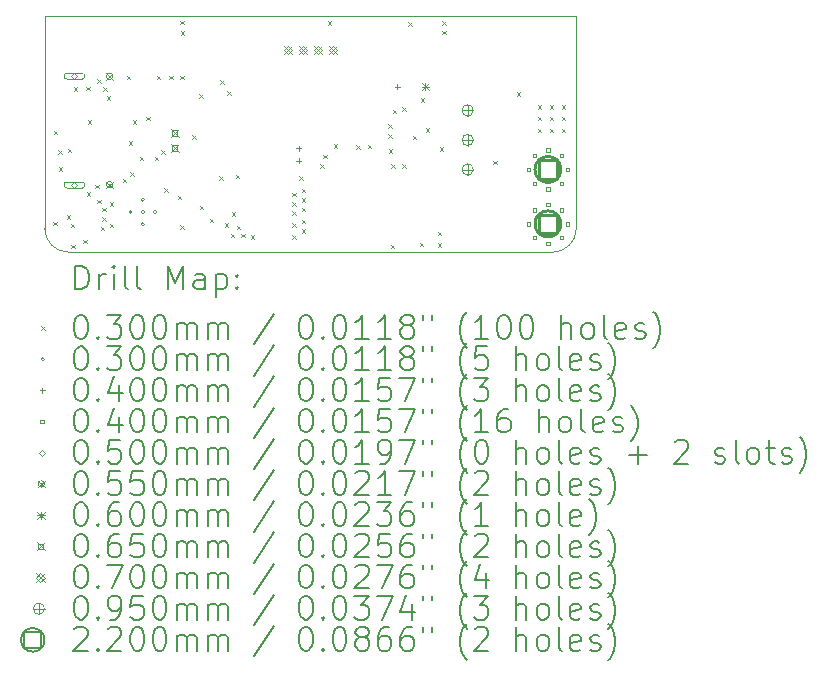
<source format=gbr>
%TF.GenerationSoftware,KiCad,Pcbnew,8.0.7-8.0.7-0~ubuntu24.04.1*%
%TF.CreationDate,2025-01-09T22:08:51-07:00*%
%TF.ProjectId,2s 40A PSU and charger,32732034-3041-4205-9053-5520616e6420,V1*%
%TF.SameCoordinates,Original*%
%TF.FileFunction,Drillmap*%
%TF.FilePolarity,Positive*%
%FSLAX45Y45*%
G04 Gerber Fmt 4.5, Leading zero omitted, Abs format (unit mm)*
G04 Created by KiCad (PCBNEW 8.0.7-8.0.7-0~ubuntu24.04.1) date 2025-01-09 22:08:51*
%MOMM*%
%LPD*%
G01*
G04 APERTURE LIST*
%ADD10C,0.050000*%
%ADD11C,0.200000*%
%ADD12C,0.100000*%
%ADD13C,0.220000*%
G04 APERTURE END LIST*
D10*
X10810000Y-13000000D02*
X10810000Y-11200000D01*
X10810000Y-11200000D02*
X15310000Y-11200000D01*
X15310000Y-13000000D02*
G75*
G02*
X15110000Y-13200000I-200000J0D01*
G01*
X15110000Y-13200000D02*
X11010000Y-13200000D01*
X11010000Y-13200000D02*
G75*
G02*
X10810000Y-13000000I0J200000D01*
G01*
X15310000Y-11200000D02*
X15310000Y-13000000D01*
D11*
D12*
X10883034Y-12943000D02*
X10913034Y-12973000D01*
X10913034Y-12943000D02*
X10883034Y-12973000D01*
X10886189Y-12172189D02*
X10916189Y-12202189D01*
X10916189Y-12172189D02*
X10886189Y-12202189D01*
X10925000Y-12335000D02*
X10955000Y-12365000D01*
X10955000Y-12335000D02*
X10925000Y-12365000D01*
X10926284Y-12481708D02*
X10956284Y-12511708D01*
X10956284Y-12481708D02*
X10926284Y-12511708D01*
X10995000Y-12885000D02*
X11025000Y-12915000D01*
X11025000Y-12885000D02*
X10995000Y-12915000D01*
X11005000Y-12325000D02*
X11035000Y-12355000D01*
X11035000Y-12325000D02*
X11005000Y-12355000D01*
X11030021Y-12957309D02*
X11060021Y-12987309D01*
X11060021Y-12957309D02*
X11030021Y-12987309D01*
X11035000Y-13135000D02*
X11065000Y-13165000D01*
X11065000Y-13135000D02*
X11035000Y-13165000D01*
X11055000Y-11801500D02*
X11085000Y-11831500D01*
X11085000Y-11801500D02*
X11055000Y-11831500D01*
X11135000Y-13095000D02*
X11165000Y-13125000D01*
X11165000Y-13095000D02*
X11135000Y-13125000D01*
X11162509Y-11797491D02*
X11192509Y-11827491D01*
X11192509Y-11797491D02*
X11162509Y-11827491D01*
X11165000Y-12691487D02*
X11195000Y-12721487D01*
X11195000Y-12691487D02*
X11165000Y-12721487D01*
X11175000Y-12085000D02*
X11205000Y-12115000D01*
X11205000Y-12085000D02*
X11175000Y-12115000D01*
X11234982Y-12630476D02*
X11264982Y-12660476D01*
X11264982Y-12630476D02*
X11234982Y-12660476D01*
X11255000Y-11735000D02*
X11285000Y-11765000D01*
X11285000Y-11735000D02*
X11255000Y-11765000D01*
X11255000Y-12755000D02*
X11285000Y-12785000D01*
X11285000Y-12755000D02*
X11255000Y-12785000D01*
X11283914Y-12986267D02*
X11313914Y-13016267D01*
X11313914Y-12986267D02*
X11283914Y-13016267D01*
X11295000Y-12825000D02*
X11325000Y-12855000D01*
X11325000Y-12825000D02*
X11295000Y-12855000D01*
X11295000Y-12905000D02*
X11325000Y-12935000D01*
X11325000Y-12905000D02*
X11295000Y-12935000D01*
X11305538Y-11801777D02*
X11335538Y-11831777D01*
X11335538Y-11801777D02*
X11305538Y-11831777D01*
X11333272Y-11880563D02*
X11363272Y-11910563D01*
X11363272Y-11880563D02*
X11333272Y-11910563D01*
X11359322Y-12959000D02*
X11389322Y-12989000D01*
X11389322Y-12959000D02*
X11359322Y-12989000D01*
X11359563Y-12775000D02*
X11389563Y-12805000D01*
X11389563Y-12775000D02*
X11359563Y-12805000D01*
X11469434Y-12579434D02*
X11499434Y-12609434D01*
X11499434Y-12579434D02*
X11469434Y-12609434D01*
X11505000Y-11705000D02*
X11535000Y-11735000D01*
X11535000Y-11705000D02*
X11505000Y-11735000D01*
X11521500Y-12259499D02*
X11551500Y-12289499D01*
X11551500Y-12259499D02*
X11521500Y-12289499D01*
X11535000Y-12523000D02*
X11565000Y-12553000D01*
X11565000Y-12523000D02*
X11535000Y-12553000D01*
X11556250Y-12081000D02*
X11586250Y-12111000D01*
X11586250Y-12081000D02*
X11556250Y-12111000D01*
X11612990Y-12393500D02*
X11642990Y-12423500D01*
X11642990Y-12393500D02*
X11612990Y-12423500D01*
X11668302Y-12053644D02*
X11698302Y-12083644D01*
X11698302Y-12053644D02*
X11668302Y-12083644D01*
X11738957Y-12393420D02*
X11768957Y-12423420D01*
X11768957Y-12393420D02*
X11738957Y-12423420D01*
X11759550Y-11707500D02*
X11789550Y-11737500D01*
X11789550Y-11707500D02*
X11759550Y-11737500D01*
X11795000Y-12335000D02*
X11825000Y-12365000D01*
X11825000Y-12335000D02*
X11795000Y-12365000D01*
X11819000Y-12659000D02*
X11849000Y-12689000D01*
X11849000Y-12659000D02*
X11819000Y-12689000D01*
X11865000Y-11705000D02*
X11895000Y-11735000D01*
X11895000Y-11705000D02*
X11865000Y-11735000D01*
X11935000Y-12722000D02*
X11965000Y-12752000D01*
X11965000Y-12722000D02*
X11935000Y-12752000D01*
X11955000Y-11240000D02*
X11985000Y-11270000D01*
X11985000Y-11240000D02*
X11955000Y-11270000D01*
X11955000Y-11705000D02*
X11985000Y-11735000D01*
X11985000Y-11705000D02*
X11955000Y-11735000D01*
X11955406Y-12972886D02*
X11985406Y-13002886D01*
X11985406Y-12972886D02*
X11955406Y-13002886D01*
X11960000Y-11330000D02*
X11990000Y-11360000D01*
X11990000Y-11330000D02*
X11960000Y-11360000D01*
X12059194Y-12212000D02*
X12089194Y-12242000D01*
X12089194Y-12212000D02*
X12059194Y-12242000D01*
X12119463Y-11861284D02*
X12149463Y-11891284D01*
X12149463Y-11861284D02*
X12119463Y-11891284D01*
X12120120Y-12808172D02*
X12150120Y-12838172D01*
X12150120Y-12808172D02*
X12120120Y-12838172D01*
X12205000Y-12916172D02*
X12235000Y-12946172D01*
X12235000Y-12916172D02*
X12205000Y-12946172D01*
X12285000Y-12559000D02*
X12315000Y-12589000D01*
X12315000Y-12559000D02*
X12285000Y-12589000D01*
X12293477Y-11743477D02*
X12323477Y-11773477D01*
X12323477Y-11743477D02*
X12293477Y-11773477D01*
X12335000Y-12955000D02*
X12365000Y-12985000D01*
X12365000Y-12955000D02*
X12335000Y-12985000D01*
X12354281Y-11835408D02*
X12384281Y-11865408D01*
X12384281Y-11835408D02*
X12354281Y-11865408D01*
X12385000Y-13045000D02*
X12415000Y-13075000D01*
X12415000Y-13045000D02*
X12385000Y-13075000D01*
X12392172Y-12862172D02*
X12422172Y-12892172D01*
X12422172Y-12862172D02*
X12392172Y-12892172D01*
X12425000Y-12545000D02*
X12455000Y-12575000D01*
X12455000Y-12545000D02*
X12425000Y-12575000D01*
X12435000Y-12975000D02*
X12465000Y-13005000D01*
X12465000Y-12975000D02*
X12435000Y-13005000D01*
X12475000Y-13045000D02*
X12505000Y-13075000D01*
X12505000Y-13045000D02*
X12475000Y-13075000D01*
X12555000Y-13055000D02*
X12585000Y-13085000D01*
X12585000Y-13055000D02*
X12555000Y-13085000D01*
X12905000Y-12695000D02*
X12935000Y-12725000D01*
X12935000Y-12695000D02*
X12905000Y-12725000D01*
X12905000Y-12775000D02*
X12935000Y-12805000D01*
X12935000Y-12775000D02*
X12905000Y-12805000D01*
X12905000Y-12855000D02*
X12935000Y-12885000D01*
X12935000Y-12855000D02*
X12905000Y-12885000D01*
X12905000Y-12955000D02*
X12935000Y-12985000D01*
X12935000Y-12955000D02*
X12905000Y-12985000D01*
X12905000Y-13055000D02*
X12935000Y-13085000D01*
X12935000Y-13055000D02*
X12905000Y-13085000D01*
X12964250Y-12555000D02*
X12994250Y-12585000D01*
X12994250Y-12555000D02*
X12964250Y-12585000D01*
X12985000Y-12663000D02*
X13015000Y-12693000D01*
X13015000Y-12663000D02*
X12985000Y-12693000D01*
X12985000Y-12745000D02*
X13015000Y-12775000D01*
X13015000Y-12745000D02*
X12985000Y-12775000D01*
X12985000Y-12825000D02*
X13015000Y-12855000D01*
X13015000Y-12825000D02*
X12985000Y-12855000D01*
X12985000Y-12925000D02*
X13015000Y-12955000D01*
X13015000Y-12925000D02*
X12985000Y-12955000D01*
X12985000Y-13005000D02*
X13015000Y-13035000D01*
X13015000Y-13005000D02*
X12985000Y-13035000D01*
X13143486Y-12455000D02*
X13173486Y-12485000D01*
X13173486Y-12455000D02*
X13143486Y-12485000D01*
X13169500Y-12375000D02*
X13199500Y-12405000D01*
X13199500Y-12375000D02*
X13169500Y-12405000D01*
X13205000Y-11245000D02*
X13235000Y-11275000D01*
X13235000Y-11245000D02*
X13205000Y-11275000D01*
X13255000Y-12285500D02*
X13285000Y-12315500D01*
X13285000Y-12285500D02*
X13255000Y-12315500D01*
X13445000Y-12295000D02*
X13475000Y-12325000D01*
X13475000Y-12295000D02*
X13445000Y-12325000D01*
X13545705Y-12290641D02*
X13575705Y-12320641D01*
X13575705Y-12290641D02*
X13545705Y-12320641D01*
X13716345Y-12200784D02*
X13746345Y-12230784D01*
X13746345Y-12200784D02*
X13716345Y-12230784D01*
X13717849Y-12118180D02*
X13747849Y-12148180D01*
X13747849Y-12118180D02*
X13717849Y-12148180D01*
X13720059Y-12329000D02*
X13750059Y-12359000D01*
X13750059Y-12329000D02*
X13720059Y-12359000D01*
X13740000Y-13135000D02*
X13770000Y-13165000D01*
X13770000Y-13135000D02*
X13740000Y-13165000D01*
X13743402Y-12457000D02*
X13773402Y-12487000D01*
X13773402Y-12457000D02*
X13743402Y-12487000D01*
X13754893Y-11994850D02*
X13784893Y-12024850D01*
X13784893Y-11994850D02*
X13754893Y-12024850D01*
X13835000Y-11972280D02*
X13865000Y-12002280D01*
X13865000Y-11972280D02*
X13835000Y-12002280D01*
X13836974Y-12455500D02*
X13866974Y-12485500D01*
X13866974Y-12455500D02*
X13836974Y-12485500D01*
X13885000Y-11255000D02*
X13915000Y-11285000D01*
X13915000Y-11255000D02*
X13885000Y-11285000D01*
X13925000Y-12215000D02*
X13955000Y-12245000D01*
X13955000Y-12215000D02*
X13925000Y-12245000D01*
X13985000Y-13120000D02*
X14015000Y-13150000D01*
X14015000Y-13120000D02*
X13985000Y-13150000D01*
X13994530Y-11894568D02*
X14024530Y-11924568D01*
X14024530Y-11894568D02*
X13994530Y-11924568D01*
X14036702Y-12151263D02*
X14066702Y-12181263D01*
X14066702Y-12151263D02*
X14036702Y-12181263D01*
X14135000Y-13025000D02*
X14165000Y-13055000D01*
X14165000Y-13025000D02*
X14135000Y-13055000D01*
X14135000Y-13125000D02*
X14165000Y-13155000D01*
X14165000Y-13125000D02*
X14135000Y-13155000D01*
X14153725Y-12311287D02*
X14183725Y-12341287D01*
X14183725Y-12311287D02*
X14153725Y-12341287D01*
X14175000Y-11245000D02*
X14205000Y-11275000D01*
X14205000Y-11245000D02*
X14175000Y-11275000D01*
X14175000Y-11325000D02*
X14205000Y-11355000D01*
X14205000Y-11325000D02*
X14175000Y-11355000D01*
X14605497Y-12425418D02*
X14635497Y-12455418D01*
X14635497Y-12425418D02*
X14605497Y-12455418D01*
X14805000Y-11845000D02*
X14835000Y-11875000D01*
X14835000Y-11845000D02*
X14805000Y-11875000D01*
X14985000Y-11955000D02*
X15015000Y-11985000D01*
X15015000Y-11955000D02*
X14985000Y-11985000D01*
X14985000Y-12055000D02*
X15015000Y-12085000D01*
X15015000Y-12055000D02*
X14985000Y-12085000D01*
X14985000Y-12155000D02*
X15015000Y-12185000D01*
X15015000Y-12155000D02*
X14985000Y-12185000D01*
X15085000Y-11955000D02*
X15115000Y-11985000D01*
X15115000Y-11955000D02*
X15085000Y-11985000D01*
X15085000Y-12055000D02*
X15115000Y-12085000D01*
X15115000Y-12055000D02*
X15085000Y-12085000D01*
X15085000Y-12155000D02*
X15115000Y-12185000D01*
X15115000Y-12155000D02*
X15085000Y-12185000D01*
X15185000Y-11955000D02*
X15215000Y-11985000D01*
X15215000Y-11955000D02*
X15185000Y-11985000D01*
X15185000Y-12055000D02*
X15215000Y-12085000D01*
X15215000Y-12055000D02*
X15185000Y-12085000D01*
X15185000Y-12155000D02*
X15215000Y-12185000D01*
X15215000Y-12155000D02*
X15185000Y-12185000D01*
X11550000Y-12860000D02*
G75*
G02*
X11520000Y-12860000I-15000J0D01*
G01*
X11520000Y-12860000D02*
G75*
G02*
X11550000Y-12860000I15000J0D01*
G01*
X11655000Y-12755000D02*
G75*
G02*
X11625000Y-12755000I-15000J0D01*
G01*
X11625000Y-12755000D02*
G75*
G02*
X11655000Y-12755000I15000J0D01*
G01*
X11655000Y-12860000D02*
G75*
G02*
X11625000Y-12860000I-15000J0D01*
G01*
X11625000Y-12860000D02*
G75*
G02*
X11655000Y-12860000I15000J0D01*
G01*
X11655000Y-12965000D02*
G75*
G02*
X11625000Y-12965000I-15000J0D01*
G01*
X11625000Y-12965000D02*
G75*
G02*
X11655000Y-12965000I15000J0D01*
G01*
X11760000Y-12860000D02*
G75*
G02*
X11730000Y-12860000I-15000J0D01*
G01*
X11730000Y-12860000D02*
G75*
G02*
X11760000Y-12860000I15000J0D01*
G01*
X12960000Y-12300000D02*
X12960000Y-12340000D01*
X12940000Y-12320000D02*
X12980000Y-12320000D01*
X12960000Y-12406000D02*
X12960000Y-12446000D01*
X12940000Y-12426000D02*
X12980000Y-12426000D01*
X13795000Y-11777280D02*
X13795000Y-11817280D01*
X13775000Y-11797280D02*
X13815000Y-11797280D01*
X14919142Y-12514142D02*
X14919142Y-12485858D01*
X14890858Y-12485858D01*
X14890858Y-12514142D01*
X14919142Y-12514142D01*
X14919142Y-12974142D02*
X14919142Y-12945858D01*
X14890858Y-12945858D01*
X14890858Y-12974142D01*
X14919142Y-12974142D01*
X14967470Y-12397470D02*
X14967470Y-12369185D01*
X14939185Y-12369185D01*
X14939185Y-12397470D01*
X14967470Y-12397470D01*
X14967470Y-12630815D02*
X14967470Y-12602530D01*
X14939185Y-12602530D01*
X14939185Y-12630815D01*
X14967470Y-12630815D01*
X14967470Y-12857470D02*
X14967470Y-12829185D01*
X14939185Y-12829185D01*
X14939185Y-12857470D01*
X14967470Y-12857470D01*
X14967470Y-13090815D02*
X14967470Y-13062530D01*
X14939185Y-13062530D01*
X14939185Y-13090815D01*
X14967470Y-13090815D01*
X15084142Y-12349142D02*
X15084142Y-12320858D01*
X15055858Y-12320858D01*
X15055858Y-12349142D01*
X15084142Y-12349142D01*
X15084142Y-12679142D02*
X15084142Y-12650858D01*
X15055858Y-12650858D01*
X15055858Y-12679142D01*
X15084142Y-12679142D01*
X15084142Y-12809142D02*
X15084142Y-12780858D01*
X15055858Y-12780858D01*
X15055858Y-12809142D01*
X15084142Y-12809142D01*
X15084142Y-13139142D02*
X15084142Y-13110858D01*
X15055858Y-13110858D01*
X15055858Y-13139142D01*
X15084142Y-13139142D01*
X15200815Y-12397470D02*
X15200815Y-12369185D01*
X15172530Y-12369185D01*
X15172530Y-12397470D01*
X15200815Y-12397470D01*
X15200815Y-12630815D02*
X15200815Y-12602530D01*
X15172530Y-12602530D01*
X15172530Y-12630815D01*
X15200815Y-12630815D01*
X15200815Y-12857470D02*
X15200815Y-12829185D01*
X15172530Y-12829185D01*
X15172530Y-12857470D01*
X15200815Y-12857470D01*
X15200815Y-13090815D02*
X15200815Y-13062530D01*
X15172530Y-13062530D01*
X15172530Y-13090815D01*
X15200815Y-13090815D01*
X15249142Y-12514142D02*
X15249142Y-12485858D01*
X15220858Y-12485858D01*
X15220858Y-12514142D01*
X15249142Y-12514142D01*
X15249142Y-12974142D02*
X15249142Y-12945858D01*
X15220858Y-12945858D01*
X15220858Y-12974142D01*
X15249142Y-12974142D01*
X11061000Y-11735500D02*
X11086000Y-11710500D01*
X11061000Y-11685500D01*
X11036000Y-11710500D01*
X11061000Y-11735500D01*
X11123500Y-11685500D02*
X10998500Y-11685500D01*
X10998500Y-11735500D02*
G75*
G02*
X10998500Y-11685500I0J25000D01*
G01*
X10998500Y-11735500D02*
X11123500Y-11735500D01*
X11123500Y-11735500D02*
G75*
G03*
X11123500Y-11685500I0J25000D01*
G01*
X11061000Y-12654500D02*
X11086000Y-12629500D01*
X11061000Y-12604500D01*
X11036000Y-12629500D01*
X11061000Y-12654500D01*
X11123500Y-12604500D02*
X10998500Y-12604500D01*
X10998500Y-12654500D02*
G75*
G02*
X10998500Y-12604500I0J25000D01*
G01*
X10998500Y-12654500D02*
X11123500Y-12654500D01*
X11123500Y-12654500D02*
G75*
G03*
X11123500Y-12604500I0J25000D01*
G01*
X11331500Y-11683000D02*
X11386500Y-11738000D01*
X11386500Y-11683000D02*
X11331500Y-11738000D01*
X11386500Y-11710500D02*
G75*
G02*
X11331500Y-11710500I-27500J0D01*
G01*
X11331500Y-11710500D02*
G75*
G02*
X11386500Y-11710500I27500J0D01*
G01*
X11331500Y-12602000D02*
X11386500Y-12657000D01*
X11386500Y-12602000D02*
X11331500Y-12657000D01*
X11386500Y-12629500D02*
G75*
G02*
X11331500Y-12629500I-27500J0D01*
G01*
X11331500Y-12629500D02*
G75*
G02*
X11386500Y-12629500I27500J0D01*
G01*
X14000000Y-11770000D02*
X14060000Y-11830000D01*
X14060000Y-11770000D02*
X14000000Y-11830000D01*
X14030000Y-11770000D02*
X14030000Y-11830000D01*
X14000000Y-11800000D02*
X14060000Y-11800000D01*
X11877500Y-12157500D02*
X11942500Y-12222500D01*
X11942500Y-12157500D02*
X11877500Y-12222500D01*
X11932981Y-12212981D02*
X11932981Y-12167019D01*
X11887019Y-12167019D01*
X11887019Y-12212981D01*
X11932981Y-12212981D01*
X11877500Y-12284500D02*
X11942500Y-12349500D01*
X11942500Y-12284500D02*
X11877500Y-12349500D01*
X11932981Y-12339981D02*
X11932981Y-12294019D01*
X11887019Y-12294019D01*
X11887019Y-12339981D01*
X11932981Y-12339981D01*
X12834000Y-11455000D02*
X12904000Y-11525000D01*
X12904000Y-11455000D02*
X12834000Y-11525000D01*
X12869000Y-11525000D02*
X12904000Y-11490000D01*
X12869000Y-11455000D01*
X12834000Y-11490000D01*
X12869000Y-11525000D01*
X12961000Y-11455000D02*
X13031000Y-11525000D01*
X13031000Y-11455000D02*
X12961000Y-11525000D01*
X12996000Y-11525000D02*
X13031000Y-11490000D01*
X12996000Y-11455000D01*
X12961000Y-11490000D01*
X12996000Y-11525000D01*
X13088000Y-11455000D02*
X13158000Y-11525000D01*
X13158000Y-11455000D02*
X13088000Y-11525000D01*
X13123000Y-11525000D02*
X13158000Y-11490000D01*
X13123000Y-11455000D01*
X13088000Y-11490000D01*
X13123000Y-11525000D01*
X13215000Y-11455000D02*
X13285000Y-11525000D01*
X13285000Y-11455000D02*
X13215000Y-11525000D01*
X13250000Y-11525000D02*
X13285000Y-11490000D01*
X13250000Y-11455000D01*
X13215000Y-11490000D01*
X13250000Y-11525000D01*
X14390000Y-11952500D02*
X14390000Y-12047500D01*
X14342500Y-12000000D02*
X14437500Y-12000000D01*
X14437500Y-12000000D02*
G75*
G02*
X14342500Y-12000000I-47500J0D01*
G01*
X14342500Y-12000000D02*
G75*
G02*
X14437500Y-12000000I47500J0D01*
G01*
X14390000Y-12202500D02*
X14390000Y-12297500D01*
X14342500Y-12250000D02*
X14437500Y-12250000D01*
X14437500Y-12250000D02*
G75*
G02*
X14342500Y-12250000I-47500J0D01*
G01*
X14342500Y-12250000D02*
G75*
G02*
X14437500Y-12250000I47500J0D01*
G01*
X14390000Y-12452500D02*
X14390000Y-12547500D01*
X14342500Y-12500000D02*
X14437500Y-12500000D01*
X14437500Y-12500000D02*
G75*
G02*
X14342500Y-12500000I-47500J0D01*
G01*
X14342500Y-12500000D02*
G75*
G02*
X14437500Y-12500000I47500J0D01*
G01*
D13*
X15147782Y-12577782D02*
X15147782Y-12422217D01*
X14992217Y-12422217D01*
X14992217Y-12577782D01*
X15147782Y-12577782D01*
X15180000Y-12500000D02*
G75*
G02*
X14960000Y-12500000I-110000J0D01*
G01*
X14960000Y-12500000D02*
G75*
G02*
X15180000Y-12500000I110000J0D01*
G01*
X15147782Y-13037782D02*
X15147782Y-12882217D01*
X14992217Y-12882217D01*
X14992217Y-13037782D01*
X15147782Y-13037782D01*
X15180000Y-12960000D02*
G75*
G02*
X14960000Y-12960000I-110000J0D01*
G01*
X14960000Y-12960000D02*
G75*
G02*
X15180000Y-12960000I110000J0D01*
G01*
D11*
X11068277Y-13513984D02*
X11068277Y-13313984D01*
X11068277Y-13313984D02*
X11115896Y-13313984D01*
X11115896Y-13313984D02*
X11144467Y-13323508D01*
X11144467Y-13323508D02*
X11163515Y-13342555D01*
X11163515Y-13342555D02*
X11173039Y-13361603D01*
X11173039Y-13361603D02*
X11182563Y-13399698D01*
X11182563Y-13399698D02*
X11182563Y-13428269D01*
X11182563Y-13428269D02*
X11173039Y-13466365D01*
X11173039Y-13466365D02*
X11163515Y-13485412D01*
X11163515Y-13485412D02*
X11144467Y-13504460D01*
X11144467Y-13504460D02*
X11115896Y-13513984D01*
X11115896Y-13513984D02*
X11068277Y-13513984D01*
X11268277Y-13513984D02*
X11268277Y-13380650D01*
X11268277Y-13418746D02*
X11277801Y-13399698D01*
X11277801Y-13399698D02*
X11287324Y-13390174D01*
X11287324Y-13390174D02*
X11306372Y-13380650D01*
X11306372Y-13380650D02*
X11325420Y-13380650D01*
X11392086Y-13513984D02*
X11392086Y-13380650D01*
X11392086Y-13313984D02*
X11382562Y-13323508D01*
X11382562Y-13323508D02*
X11392086Y-13333031D01*
X11392086Y-13333031D02*
X11401610Y-13323508D01*
X11401610Y-13323508D02*
X11392086Y-13313984D01*
X11392086Y-13313984D02*
X11392086Y-13333031D01*
X11515896Y-13513984D02*
X11496848Y-13504460D01*
X11496848Y-13504460D02*
X11487324Y-13485412D01*
X11487324Y-13485412D02*
X11487324Y-13313984D01*
X11620658Y-13513984D02*
X11601610Y-13504460D01*
X11601610Y-13504460D02*
X11592086Y-13485412D01*
X11592086Y-13485412D02*
X11592086Y-13313984D01*
X11849229Y-13513984D02*
X11849229Y-13313984D01*
X11849229Y-13313984D02*
X11915896Y-13456841D01*
X11915896Y-13456841D02*
X11982562Y-13313984D01*
X11982562Y-13313984D02*
X11982562Y-13513984D01*
X12163515Y-13513984D02*
X12163515Y-13409222D01*
X12163515Y-13409222D02*
X12153991Y-13390174D01*
X12153991Y-13390174D02*
X12134943Y-13380650D01*
X12134943Y-13380650D02*
X12096848Y-13380650D01*
X12096848Y-13380650D02*
X12077801Y-13390174D01*
X12163515Y-13504460D02*
X12144467Y-13513984D01*
X12144467Y-13513984D02*
X12096848Y-13513984D01*
X12096848Y-13513984D02*
X12077801Y-13504460D01*
X12077801Y-13504460D02*
X12068277Y-13485412D01*
X12068277Y-13485412D02*
X12068277Y-13466365D01*
X12068277Y-13466365D02*
X12077801Y-13447317D01*
X12077801Y-13447317D02*
X12096848Y-13437793D01*
X12096848Y-13437793D02*
X12144467Y-13437793D01*
X12144467Y-13437793D02*
X12163515Y-13428269D01*
X12258753Y-13380650D02*
X12258753Y-13580650D01*
X12258753Y-13390174D02*
X12277801Y-13380650D01*
X12277801Y-13380650D02*
X12315896Y-13380650D01*
X12315896Y-13380650D02*
X12334943Y-13390174D01*
X12334943Y-13390174D02*
X12344467Y-13399698D01*
X12344467Y-13399698D02*
X12353991Y-13418746D01*
X12353991Y-13418746D02*
X12353991Y-13475888D01*
X12353991Y-13475888D02*
X12344467Y-13494936D01*
X12344467Y-13494936D02*
X12334943Y-13504460D01*
X12334943Y-13504460D02*
X12315896Y-13513984D01*
X12315896Y-13513984D02*
X12277801Y-13513984D01*
X12277801Y-13513984D02*
X12258753Y-13504460D01*
X12439705Y-13494936D02*
X12449229Y-13504460D01*
X12449229Y-13504460D02*
X12439705Y-13513984D01*
X12439705Y-13513984D02*
X12430182Y-13504460D01*
X12430182Y-13504460D02*
X12439705Y-13494936D01*
X12439705Y-13494936D02*
X12439705Y-13513984D01*
X12439705Y-13390174D02*
X12449229Y-13399698D01*
X12449229Y-13399698D02*
X12439705Y-13409222D01*
X12439705Y-13409222D02*
X12430182Y-13399698D01*
X12430182Y-13399698D02*
X12439705Y-13390174D01*
X12439705Y-13390174D02*
X12439705Y-13409222D01*
D12*
X10777500Y-13827500D02*
X10807500Y-13857500D01*
X10807500Y-13827500D02*
X10777500Y-13857500D01*
D11*
X11106372Y-13733984D02*
X11125420Y-13733984D01*
X11125420Y-13733984D02*
X11144467Y-13743508D01*
X11144467Y-13743508D02*
X11153991Y-13753031D01*
X11153991Y-13753031D02*
X11163515Y-13772079D01*
X11163515Y-13772079D02*
X11173039Y-13810174D01*
X11173039Y-13810174D02*
X11173039Y-13857793D01*
X11173039Y-13857793D02*
X11163515Y-13895888D01*
X11163515Y-13895888D02*
X11153991Y-13914936D01*
X11153991Y-13914936D02*
X11144467Y-13924460D01*
X11144467Y-13924460D02*
X11125420Y-13933984D01*
X11125420Y-13933984D02*
X11106372Y-13933984D01*
X11106372Y-13933984D02*
X11087324Y-13924460D01*
X11087324Y-13924460D02*
X11077801Y-13914936D01*
X11077801Y-13914936D02*
X11068277Y-13895888D01*
X11068277Y-13895888D02*
X11058753Y-13857793D01*
X11058753Y-13857793D02*
X11058753Y-13810174D01*
X11058753Y-13810174D02*
X11068277Y-13772079D01*
X11068277Y-13772079D02*
X11077801Y-13753031D01*
X11077801Y-13753031D02*
X11087324Y-13743508D01*
X11087324Y-13743508D02*
X11106372Y-13733984D01*
X11258753Y-13914936D02*
X11268277Y-13924460D01*
X11268277Y-13924460D02*
X11258753Y-13933984D01*
X11258753Y-13933984D02*
X11249229Y-13924460D01*
X11249229Y-13924460D02*
X11258753Y-13914936D01*
X11258753Y-13914936D02*
X11258753Y-13933984D01*
X11334943Y-13733984D02*
X11458753Y-13733984D01*
X11458753Y-13733984D02*
X11392086Y-13810174D01*
X11392086Y-13810174D02*
X11420658Y-13810174D01*
X11420658Y-13810174D02*
X11439705Y-13819698D01*
X11439705Y-13819698D02*
X11449229Y-13829222D01*
X11449229Y-13829222D02*
X11458753Y-13848269D01*
X11458753Y-13848269D02*
X11458753Y-13895888D01*
X11458753Y-13895888D02*
X11449229Y-13914936D01*
X11449229Y-13914936D02*
X11439705Y-13924460D01*
X11439705Y-13924460D02*
X11420658Y-13933984D01*
X11420658Y-13933984D02*
X11363515Y-13933984D01*
X11363515Y-13933984D02*
X11344467Y-13924460D01*
X11344467Y-13924460D02*
X11334943Y-13914936D01*
X11582562Y-13733984D02*
X11601610Y-13733984D01*
X11601610Y-13733984D02*
X11620658Y-13743508D01*
X11620658Y-13743508D02*
X11630182Y-13753031D01*
X11630182Y-13753031D02*
X11639705Y-13772079D01*
X11639705Y-13772079D02*
X11649229Y-13810174D01*
X11649229Y-13810174D02*
X11649229Y-13857793D01*
X11649229Y-13857793D02*
X11639705Y-13895888D01*
X11639705Y-13895888D02*
X11630182Y-13914936D01*
X11630182Y-13914936D02*
X11620658Y-13924460D01*
X11620658Y-13924460D02*
X11601610Y-13933984D01*
X11601610Y-13933984D02*
X11582562Y-13933984D01*
X11582562Y-13933984D02*
X11563515Y-13924460D01*
X11563515Y-13924460D02*
X11553991Y-13914936D01*
X11553991Y-13914936D02*
X11544467Y-13895888D01*
X11544467Y-13895888D02*
X11534943Y-13857793D01*
X11534943Y-13857793D02*
X11534943Y-13810174D01*
X11534943Y-13810174D02*
X11544467Y-13772079D01*
X11544467Y-13772079D02*
X11553991Y-13753031D01*
X11553991Y-13753031D02*
X11563515Y-13743508D01*
X11563515Y-13743508D02*
X11582562Y-13733984D01*
X11773039Y-13733984D02*
X11792086Y-13733984D01*
X11792086Y-13733984D02*
X11811134Y-13743508D01*
X11811134Y-13743508D02*
X11820658Y-13753031D01*
X11820658Y-13753031D02*
X11830182Y-13772079D01*
X11830182Y-13772079D02*
X11839705Y-13810174D01*
X11839705Y-13810174D02*
X11839705Y-13857793D01*
X11839705Y-13857793D02*
X11830182Y-13895888D01*
X11830182Y-13895888D02*
X11820658Y-13914936D01*
X11820658Y-13914936D02*
X11811134Y-13924460D01*
X11811134Y-13924460D02*
X11792086Y-13933984D01*
X11792086Y-13933984D02*
X11773039Y-13933984D01*
X11773039Y-13933984D02*
X11753991Y-13924460D01*
X11753991Y-13924460D02*
X11744467Y-13914936D01*
X11744467Y-13914936D02*
X11734943Y-13895888D01*
X11734943Y-13895888D02*
X11725420Y-13857793D01*
X11725420Y-13857793D02*
X11725420Y-13810174D01*
X11725420Y-13810174D02*
X11734943Y-13772079D01*
X11734943Y-13772079D02*
X11744467Y-13753031D01*
X11744467Y-13753031D02*
X11753991Y-13743508D01*
X11753991Y-13743508D02*
X11773039Y-13733984D01*
X11925420Y-13933984D02*
X11925420Y-13800650D01*
X11925420Y-13819698D02*
X11934943Y-13810174D01*
X11934943Y-13810174D02*
X11953991Y-13800650D01*
X11953991Y-13800650D02*
X11982563Y-13800650D01*
X11982563Y-13800650D02*
X12001610Y-13810174D01*
X12001610Y-13810174D02*
X12011134Y-13829222D01*
X12011134Y-13829222D02*
X12011134Y-13933984D01*
X12011134Y-13829222D02*
X12020658Y-13810174D01*
X12020658Y-13810174D02*
X12039705Y-13800650D01*
X12039705Y-13800650D02*
X12068277Y-13800650D01*
X12068277Y-13800650D02*
X12087324Y-13810174D01*
X12087324Y-13810174D02*
X12096848Y-13829222D01*
X12096848Y-13829222D02*
X12096848Y-13933984D01*
X12192086Y-13933984D02*
X12192086Y-13800650D01*
X12192086Y-13819698D02*
X12201610Y-13810174D01*
X12201610Y-13810174D02*
X12220658Y-13800650D01*
X12220658Y-13800650D02*
X12249229Y-13800650D01*
X12249229Y-13800650D02*
X12268277Y-13810174D01*
X12268277Y-13810174D02*
X12277801Y-13829222D01*
X12277801Y-13829222D02*
X12277801Y-13933984D01*
X12277801Y-13829222D02*
X12287324Y-13810174D01*
X12287324Y-13810174D02*
X12306372Y-13800650D01*
X12306372Y-13800650D02*
X12334943Y-13800650D01*
X12334943Y-13800650D02*
X12353991Y-13810174D01*
X12353991Y-13810174D02*
X12363515Y-13829222D01*
X12363515Y-13829222D02*
X12363515Y-13933984D01*
X12753991Y-13724460D02*
X12582563Y-13981603D01*
X13011134Y-13733984D02*
X13030182Y-13733984D01*
X13030182Y-13733984D02*
X13049229Y-13743508D01*
X13049229Y-13743508D02*
X13058753Y-13753031D01*
X13058753Y-13753031D02*
X13068277Y-13772079D01*
X13068277Y-13772079D02*
X13077801Y-13810174D01*
X13077801Y-13810174D02*
X13077801Y-13857793D01*
X13077801Y-13857793D02*
X13068277Y-13895888D01*
X13068277Y-13895888D02*
X13058753Y-13914936D01*
X13058753Y-13914936D02*
X13049229Y-13924460D01*
X13049229Y-13924460D02*
X13030182Y-13933984D01*
X13030182Y-13933984D02*
X13011134Y-13933984D01*
X13011134Y-13933984D02*
X12992086Y-13924460D01*
X12992086Y-13924460D02*
X12982563Y-13914936D01*
X12982563Y-13914936D02*
X12973039Y-13895888D01*
X12973039Y-13895888D02*
X12963515Y-13857793D01*
X12963515Y-13857793D02*
X12963515Y-13810174D01*
X12963515Y-13810174D02*
X12973039Y-13772079D01*
X12973039Y-13772079D02*
X12982563Y-13753031D01*
X12982563Y-13753031D02*
X12992086Y-13743508D01*
X12992086Y-13743508D02*
X13011134Y-13733984D01*
X13163515Y-13914936D02*
X13173039Y-13924460D01*
X13173039Y-13924460D02*
X13163515Y-13933984D01*
X13163515Y-13933984D02*
X13153991Y-13924460D01*
X13153991Y-13924460D02*
X13163515Y-13914936D01*
X13163515Y-13914936D02*
X13163515Y-13933984D01*
X13296848Y-13733984D02*
X13315896Y-13733984D01*
X13315896Y-13733984D02*
X13334944Y-13743508D01*
X13334944Y-13743508D02*
X13344467Y-13753031D01*
X13344467Y-13753031D02*
X13353991Y-13772079D01*
X13353991Y-13772079D02*
X13363515Y-13810174D01*
X13363515Y-13810174D02*
X13363515Y-13857793D01*
X13363515Y-13857793D02*
X13353991Y-13895888D01*
X13353991Y-13895888D02*
X13344467Y-13914936D01*
X13344467Y-13914936D02*
X13334944Y-13924460D01*
X13334944Y-13924460D02*
X13315896Y-13933984D01*
X13315896Y-13933984D02*
X13296848Y-13933984D01*
X13296848Y-13933984D02*
X13277801Y-13924460D01*
X13277801Y-13924460D02*
X13268277Y-13914936D01*
X13268277Y-13914936D02*
X13258753Y-13895888D01*
X13258753Y-13895888D02*
X13249229Y-13857793D01*
X13249229Y-13857793D02*
X13249229Y-13810174D01*
X13249229Y-13810174D02*
X13258753Y-13772079D01*
X13258753Y-13772079D02*
X13268277Y-13753031D01*
X13268277Y-13753031D02*
X13277801Y-13743508D01*
X13277801Y-13743508D02*
X13296848Y-13733984D01*
X13553991Y-13933984D02*
X13439706Y-13933984D01*
X13496848Y-13933984D02*
X13496848Y-13733984D01*
X13496848Y-13733984D02*
X13477801Y-13762555D01*
X13477801Y-13762555D02*
X13458753Y-13781603D01*
X13458753Y-13781603D02*
X13439706Y-13791127D01*
X13744467Y-13933984D02*
X13630182Y-13933984D01*
X13687325Y-13933984D02*
X13687325Y-13733984D01*
X13687325Y-13733984D02*
X13668277Y-13762555D01*
X13668277Y-13762555D02*
X13649229Y-13781603D01*
X13649229Y-13781603D02*
X13630182Y-13791127D01*
X13858753Y-13819698D02*
X13839706Y-13810174D01*
X13839706Y-13810174D02*
X13830182Y-13800650D01*
X13830182Y-13800650D02*
X13820658Y-13781603D01*
X13820658Y-13781603D02*
X13820658Y-13772079D01*
X13820658Y-13772079D02*
X13830182Y-13753031D01*
X13830182Y-13753031D02*
X13839706Y-13743508D01*
X13839706Y-13743508D02*
X13858753Y-13733984D01*
X13858753Y-13733984D02*
X13896848Y-13733984D01*
X13896848Y-13733984D02*
X13915896Y-13743508D01*
X13915896Y-13743508D02*
X13925420Y-13753031D01*
X13925420Y-13753031D02*
X13934944Y-13772079D01*
X13934944Y-13772079D02*
X13934944Y-13781603D01*
X13934944Y-13781603D02*
X13925420Y-13800650D01*
X13925420Y-13800650D02*
X13915896Y-13810174D01*
X13915896Y-13810174D02*
X13896848Y-13819698D01*
X13896848Y-13819698D02*
X13858753Y-13819698D01*
X13858753Y-13819698D02*
X13839706Y-13829222D01*
X13839706Y-13829222D02*
X13830182Y-13838746D01*
X13830182Y-13838746D02*
X13820658Y-13857793D01*
X13820658Y-13857793D02*
X13820658Y-13895888D01*
X13820658Y-13895888D02*
X13830182Y-13914936D01*
X13830182Y-13914936D02*
X13839706Y-13924460D01*
X13839706Y-13924460D02*
X13858753Y-13933984D01*
X13858753Y-13933984D02*
X13896848Y-13933984D01*
X13896848Y-13933984D02*
X13915896Y-13924460D01*
X13915896Y-13924460D02*
X13925420Y-13914936D01*
X13925420Y-13914936D02*
X13934944Y-13895888D01*
X13934944Y-13895888D02*
X13934944Y-13857793D01*
X13934944Y-13857793D02*
X13925420Y-13838746D01*
X13925420Y-13838746D02*
X13915896Y-13829222D01*
X13915896Y-13829222D02*
X13896848Y-13819698D01*
X14011134Y-13733984D02*
X14011134Y-13772079D01*
X14087325Y-13733984D02*
X14087325Y-13772079D01*
X14382563Y-14010174D02*
X14373039Y-14000650D01*
X14373039Y-14000650D02*
X14353991Y-13972079D01*
X14353991Y-13972079D02*
X14344468Y-13953031D01*
X14344468Y-13953031D02*
X14334944Y-13924460D01*
X14334944Y-13924460D02*
X14325420Y-13876841D01*
X14325420Y-13876841D02*
X14325420Y-13838746D01*
X14325420Y-13838746D02*
X14334944Y-13791127D01*
X14334944Y-13791127D02*
X14344468Y-13762555D01*
X14344468Y-13762555D02*
X14353991Y-13743508D01*
X14353991Y-13743508D02*
X14373039Y-13714936D01*
X14373039Y-13714936D02*
X14382563Y-13705412D01*
X14563515Y-13933984D02*
X14449229Y-13933984D01*
X14506372Y-13933984D02*
X14506372Y-13733984D01*
X14506372Y-13733984D02*
X14487325Y-13762555D01*
X14487325Y-13762555D02*
X14468277Y-13781603D01*
X14468277Y-13781603D02*
X14449229Y-13791127D01*
X14687325Y-13733984D02*
X14706372Y-13733984D01*
X14706372Y-13733984D02*
X14725420Y-13743508D01*
X14725420Y-13743508D02*
X14734944Y-13753031D01*
X14734944Y-13753031D02*
X14744468Y-13772079D01*
X14744468Y-13772079D02*
X14753991Y-13810174D01*
X14753991Y-13810174D02*
X14753991Y-13857793D01*
X14753991Y-13857793D02*
X14744468Y-13895888D01*
X14744468Y-13895888D02*
X14734944Y-13914936D01*
X14734944Y-13914936D02*
X14725420Y-13924460D01*
X14725420Y-13924460D02*
X14706372Y-13933984D01*
X14706372Y-13933984D02*
X14687325Y-13933984D01*
X14687325Y-13933984D02*
X14668277Y-13924460D01*
X14668277Y-13924460D02*
X14658753Y-13914936D01*
X14658753Y-13914936D02*
X14649229Y-13895888D01*
X14649229Y-13895888D02*
X14639706Y-13857793D01*
X14639706Y-13857793D02*
X14639706Y-13810174D01*
X14639706Y-13810174D02*
X14649229Y-13772079D01*
X14649229Y-13772079D02*
X14658753Y-13753031D01*
X14658753Y-13753031D02*
X14668277Y-13743508D01*
X14668277Y-13743508D02*
X14687325Y-13733984D01*
X14877801Y-13733984D02*
X14896849Y-13733984D01*
X14896849Y-13733984D02*
X14915896Y-13743508D01*
X14915896Y-13743508D02*
X14925420Y-13753031D01*
X14925420Y-13753031D02*
X14934944Y-13772079D01*
X14934944Y-13772079D02*
X14944468Y-13810174D01*
X14944468Y-13810174D02*
X14944468Y-13857793D01*
X14944468Y-13857793D02*
X14934944Y-13895888D01*
X14934944Y-13895888D02*
X14925420Y-13914936D01*
X14925420Y-13914936D02*
X14915896Y-13924460D01*
X14915896Y-13924460D02*
X14896849Y-13933984D01*
X14896849Y-13933984D02*
X14877801Y-13933984D01*
X14877801Y-13933984D02*
X14858753Y-13924460D01*
X14858753Y-13924460D02*
X14849229Y-13914936D01*
X14849229Y-13914936D02*
X14839706Y-13895888D01*
X14839706Y-13895888D02*
X14830182Y-13857793D01*
X14830182Y-13857793D02*
X14830182Y-13810174D01*
X14830182Y-13810174D02*
X14839706Y-13772079D01*
X14839706Y-13772079D02*
X14849229Y-13753031D01*
X14849229Y-13753031D02*
X14858753Y-13743508D01*
X14858753Y-13743508D02*
X14877801Y-13733984D01*
X15182563Y-13933984D02*
X15182563Y-13733984D01*
X15268277Y-13933984D02*
X15268277Y-13829222D01*
X15268277Y-13829222D02*
X15258753Y-13810174D01*
X15258753Y-13810174D02*
X15239706Y-13800650D01*
X15239706Y-13800650D02*
X15211134Y-13800650D01*
X15211134Y-13800650D02*
X15192087Y-13810174D01*
X15192087Y-13810174D02*
X15182563Y-13819698D01*
X15392087Y-13933984D02*
X15373039Y-13924460D01*
X15373039Y-13924460D02*
X15363515Y-13914936D01*
X15363515Y-13914936D02*
X15353991Y-13895888D01*
X15353991Y-13895888D02*
X15353991Y-13838746D01*
X15353991Y-13838746D02*
X15363515Y-13819698D01*
X15363515Y-13819698D02*
X15373039Y-13810174D01*
X15373039Y-13810174D02*
X15392087Y-13800650D01*
X15392087Y-13800650D02*
X15420658Y-13800650D01*
X15420658Y-13800650D02*
X15439706Y-13810174D01*
X15439706Y-13810174D02*
X15449230Y-13819698D01*
X15449230Y-13819698D02*
X15458753Y-13838746D01*
X15458753Y-13838746D02*
X15458753Y-13895888D01*
X15458753Y-13895888D02*
X15449230Y-13914936D01*
X15449230Y-13914936D02*
X15439706Y-13924460D01*
X15439706Y-13924460D02*
X15420658Y-13933984D01*
X15420658Y-13933984D02*
X15392087Y-13933984D01*
X15573039Y-13933984D02*
X15553991Y-13924460D01*
X15553991Y-13924460D02*
X15544468Y-13905412D01*
X15544468Y-13905412D02*
X15544468Y-13733984D01*
X15725420Y-13924460D02*
X15706372Y-13933984D01*
X15706372Y-13933984D02*
X15668277Y-13933984D01*
X15668277Y-13933984D02*
X15649230Y-13924460D01*
X15649230Y-13924460D02*
X15639706Y-13905412D01*
X15639706Y-13905412D02*
X15639706Y-13829222D01*
X15639706Y-13829222D02*
X15649230Y-13810174D01*
X15649230Y-13810174D02*
X15668277Y-13800650D01*
X15668277Y-13800650D02*
X15706372Y-13800650D01*
X15706372Y-13800650D02*
X15725420Y-13810174D01*
X15725420Y-13810174D02*
X15734944Y-13829222D01*
X15734944Y-13829222D02*
X15734944Y-13848269D01*
X15734944Y-13848269D02*
X15639706Y-13867317D01*
X15811134Y-13924460D02*
X15830182Y-13933984D01*
X15830182Y-13933984D02*
X15868277Y-13933984D01*
X15868277Y-13933984D02*
X15887325Y-13924460D01*
X15887325Y-13924460D02*
X15896849Y-13905412D01*
X15896849Y-13905412D02*
X15896849Y-13895888D01*
X15896849Y-13895888D02*
X15887325Y-13876841D01*
X15887325Y-13876841D02*
X15868277Y-13867317D01*
X15868277Y-13867317D02*
X15839706Y-13867317D01*
X15839706Y-13867317D02*
X15820658Y-13857793D01*
X15820658Y-13857793D02*
X15811134Y-13838746D01*
X15811134Y-13838746D02*
X15811134Y-13829222D01*
X15811134Y-13829222D02*
X15820658Y-13810174D01*
X15820658Y-13810174D02*
X15839706Y-13800650D01*
X15839706Y-13800650D02*
X15868277Y-13800650D01*
X15868277Y-13800650D02*
X15887325Y-13810174D01*
X15963515Y-14010174D02*
X15973039Y-14000650D01*
X15973039Y-14000650D02*
X15992087Y-13972079D01*
X15992087Y-13972079D02*
X16001611Y-13953031D01*
X16001611Y-13953031D02*
X16011134Y-13924460D01*
X16011134Y-13924460D02*
X16020658Y-13876841D01*
X16020658Y-13876841D02*
X16020658Y-13838746D01*
X16020658Y-13838746D02*
X16011134Y-13791127D01*
X16011134Y-13791127D02*
X16001611Y-13762555D01*
X16001611Y-13762555D02*
X15992087Y-13743508D01*
X15992087Y-13743508D02*
X15973039Y-13714936D01*
X15973039Y-13714936D02*
X15963515Y-13705412D01*
D12*
X10807500Y-14106500D02*
G75*
G02*
X10777500Y-14106500I-15000J0D01*
G01*
X10777500Y-14106500D02*
G75*
G02*
X10807500Y-14106500I15000J0D01*
G01*
D11*
X11106372Y-13997984D02*
X11125420Y-13997984D01*
X11125420Y-13997984D02*
X11144467Y-14007508D01*
X11144467Y-14007508D02*
X11153991Y-14017031D01*
X11153991Y-14017031D02*
X11163515Y-14036079D01*
X11163515Y-14036079D02*
X11173039Y-14074174D01*
X11173039Y-14074174D02*
X11173039Y-14121793D01*
X11173039Y-14121793D02*
X11163515Y-14159888D01*
X11163515Y-14159888D02*
X11153991Y-14178936D01*
X11153991Y-14178936D02*
X11144467Y-14188460D01*
X11144467Y-14188460D02*
X11125420Y-14197984D01*
X11125420Y-14197984D02*
X11106372Y-14197984D01*
X11106372Y-14197984D02*
X11087324Y-14188460D01*
X11087324Y-14188460D02*
X11077801Y-14178936D01*
X11077801Y-14178936D02*
X11068277Y-14159888D01*
X11068277Y-14159888D02*
X11058753Y-14121793D01*
X11058753Y-14121793D02*
X11058753Y-14074174D01*
X11058753Y-14074174D02*
X11068277Y-14036079D01*
X11068277Y-14036079D02*
X11077801Y-14017031D01*
X11077801Y-14017031D02*
X11087324Y-14007508D01*
X11087324Y-14007508D02*
X11106372Y-13997984D01*
X11258753Y-14178936D02*
X11268277Y-14188460D01*
X11268277Y-14188460D02*
X11258753Y-14197984D01*
X11258753Y-14197984D02*
X11249229Y-14188460D01*
X11249229Y-14188460D02*
X11258753Y-14178936D01*
X11258753Y-14178936D02*
X11258753Y-14197984D01*
X11334943Y-13997984D02*
X11458753Y-13997984D01*
X11458753Y-13997984D02*
X11392086Y-14074174D01*
X11392086Y-14074174D02*
X11420658Y-14074174D01*
X11420658Y-14074174D02*
X11439705Y-14083698D01*
X11439705Y-14083698D02*
X11449229Y-14093222D01*
X11449229Y-14093222D02*
X11458753Y-14112269D01*
X11458753Y-14112269D02*
X11458753Y-14159888D01*
X11458753Y-14159888D02*
X11449229Y-14178936D01*
X11449229Y-14178936D02*
X11439705Y-14188460D01*
X11439705Y-14188460D02*
X11420658Y-14197984D01*
X11420658Y-14197984D02*
X11363515Y-14197984D01*
X11363515Y-14197984D02*
X11344467Y-14188460D01*
X11344467Y-14188460D02*
X11334943Y-14178936D01*
X11582562Y-13997984D02*
X11601610Y-13997984D01*
X11601610Y-13997984D02*
X11620658Y-14007508D01*
X11620658Y-14007508D02*
X11630182Y-14017031D01*
X11630182Y-14017031D02*
X11639705Y-14036079D01*
X11639705Y-14036079D02*
X11649229Y-14074174D01*
X11649229Y-14074174D02*
X11649229Y-14121793D01*
X11649229Y-14121793D02*
X11639705Y-14159888D01*
X11639705Y-14159888D02*
X11630182Y-14178936D01*
X11630182Y-14178936D02*
X11620658Y-14188460D01*
X11620658Y-14188460D02*
X11601610Y-14197984D01*
X11601610Y-14197984D02*
X11582562Y-14197984D01*
X11582562Y-14197984D02*
X11563515Y-14188460D01*
X11563515Y-14188460D02*
X11553991Y-14178936D01*
X11553991Y-14178936D02*
X11544467Y-14159888D01*
X11544467Y-14159888D02*
X11534943Y-14121793D01*
X11534943Y-14121793D02*
X11534943Y-14074174D01*
X11534943Y-14074174D02*
X11544467Y-14036079D01*
X11544467Y-14036079D02*
X11553991Y-14017031D01*
X11553991Y-14017031D02*
X11563515Y-14007508D01*
X11563515Y-14007508D02*
X11582562Y-13997984D01*
X11773039Y-13997984D02*
X11792086Y-13997984D01*
X11792086Y-13997984D02*
X11811134Y-14007508D01*
X11811134Y-14007508D02*
X11820658Y-14017031D01*
X11820658Y-14017031D02*
X11830182Y-14036079D01*
X11830182Y-14036079D02*
X11839705Y-14074174D01*
X11839705Y-14074174D02*
X11839705Y-14121793D01*
X11839705Y-14121793D02*
X11830182Y-14159888D01*
X11830182Y-14159888D02*
X11820658Y-14178936D01*
X11820658Y-14178936D02*
X11811134Y-14188460D01*
X11811134Y-14188460D02*
X11792086Y-14197984D01*
X11792086Y-14197984D02*
X11773039Y-14197984D01*
X11773039Y-14197984D02*
X11753991Y-14188460D01*
X11753991Y-14188460D02*
X11744467Y-14178936D01*
X11744467Y-14178936D02*
X11734943Y-14159888D01*
X11734943Y-14159888D02*
X11725420Y-14121793D01*
X11725420Y-14121793D02*
X11725420Y-14074174D01*
X11725420Y-14074174D02*
X11734943Y-14036079D01*
X11734943Y-14036079D02*
X11744467Y-14017031D01*
X11744467Y-14017031D02*
X11753991Y-14007508D01*
X11753991Y-14007508D02*
X11773039Y-13997984D01*
X11925420Y-14197984D02*
X11925420Y-14064650D01*
X11925420Y-14083698D02*
X11934943Y-14074174D01*
X11934943Y-14074174D02*
X11953991Y-14064650D01*
X11953991Y-14064650D02*
X11982563Y-14064650D01*
X11982563Y-14064650D02*
X12001610Y-14074174D01*
X12001610Y-14074174D02*
X12011134Y-14093222D01*
X12011134Y-14093222D02*
X12011134Y-14197984D01*
X12011134Y-14093222D02*
X12020658Y-14074174D01*
X12020658Y-14074174D02*
X12039705Y-14064650D01*
X12039705Y-14064650D02*
X12068277Y-14064650D01*
X12068277Y-14064650D02*
X12087324Y-14074174D01*
X12087324Y-14074174D02*
X12096848Y-14093222D01*
X12096848Y-14093222D02*
X12096848Y-14197984D01*
X12192086Y-14197984D02*
X12192086Y-14064650D01*
X12192086Y-14083698D02*
X12201610Y-14074174D01*
X12201610Y-14074174D02*
X12220658Y-14064650D01*
X12220658Y-14064650D02*
X12249229Y-14064650D01*
X12249229Y-14064650D02*
X12268277Y-14074174D01*
X12268277Y-14074174D02*
X12277801Y-14093222D01*
X12277801Y-14093222D02*
X12277801Y-14197984D01*
X12277801Y-14093222D02*
X12287324Y-14074174D01*
X12287324Y-14074174D02*
X12306372Y-14064650D01*
X12306372Y-14064650D02*
X12334943Y-14064650D01*
X12334943Y-14064650D02*
X12353991Y-14074174D01*
X12353991Y-14074174D02*
X12363515Y-14093222D01*
X12363515Y-14093222D02*
X12363515Y-14197984D01*
X12753991Y-13988460D02*
X12582563Y-14245603D01*
X13011134Y-13997984D02*
X13030182Y-13997984D01*
X13030182Y-13997984D02*
X13049229Y-14007508D01*
X13049229Y-14007508D02*
X13058753Y-14017031D01*
X13058753Y-14017031D02*
X13068277Y-14036079D01*
X13068277Y-14036079D02*
X13077801Y-14074174D01*
X13077801Y-14074174D02*
X13077801Y-14121793D01*
X13077801Y-14121793D02*
X13068277Y-14159888D01*
X13068277Y-14159888D02*
X13058753Y-14178936D01*
X13058753Y-14178936D02*
X13049229Y-14188460D01*
X13049229Y-14188460D02*
X13030182Y-14197984D01*
X13030182Y-14197984D02*
X13011134Y-14197984D01*
X13011134Y-14197984D02*
X12992086Y-14188460D01*
X12992086Y-14188460D02*
X12982563Y-14178936D01*
X12982563Y-14178936D02*
X12973039Y-14159888D01*
X12973039Y-14159888D02*
X12963515Y-14121793D01*
X12963515Y-14121793D02*
X12963515Y-14074174D01*
X12963515Y-14074174D02*
X12973039Y-14036079D01*
X12973039Y-14036079D02*
X12982563Y-14017031D01*
X12982563Y-14017031D02*
X12992086Y-14007508D01*
X12992086Y-14007508D02*
X13011134Y-13997984D01*
X13163515Y-14178936D02*
X13173039Y-14188460D01*
X13173039Y-14188460D02*
X13163515Y-14197984D01*
X13163515Y-14197984D02*
X13153991Y-14188460D01*
X13153991Y-14188460D02*
X13163515Y-14178936D01*
X13163515Y-14178936D02*
X13163515Y-14197984D01*
X13296848Y-13997984D02*
X13315896Y-13997984D01*
X13315896Y-13997984D02*
X13334944Y-14007508D01*
X13334944Y-14007508D02*
X13344467Y-14017031D01*
X13344467Y-14017031D02*
X13353991Y-14036079D01*
X13353991Y-14036079D02*
X13363515Y-14074174D01*
X13363515Y-14074174D02*
X13363515Y-14121793D01*
X13363515Y-14121793D02*
X13353991Y-14159888D01*
X13353991Y-14159888D02*
X13344467Y-14178936D01*
X13344467Y-14178936D02*
X13334944Y-14188460D01*
X13334944Y-14188460D02*
X13315896Y-14197984D01*
X13315896Y-14197984D02*
X13296848Y-14197984D01*
X13296848Y-14197984D02*
X13277801Y-14188460D01*
X13277801Y-14188460D02*
X13268277Y-14178936D01*
X13268277Y-14178936D02*
X13258753Y-14159888D01*
X13258753Y-14159888D02*
X13249229Y-14121793D01*
X13249229Y-14121793D02*
X13249229Y-14074174D01*
X13249229Y-14074174D02*
X13258753Y-14036079D01*
X13258753Y-14036079D02*
X13268277Y-14017031D01*
X13268277Y-14017031D02*
X13277801Y-14007508D01*
X13277801Y-14007508D02*
X13296848Y-13997984D01*
X13553991Y-14197984D02*
X13439706Y-14197984D01*
X13496848Y-14197984D02*
X13496848Y-13997984D01*
X13496848Y-13997984D02*
X13477801Y-14026555D01*
X13477801Y-14026555D02*
X13458753Y-14045603D01*
X13458753Y-14045603D02*
X13439706Y-14055127D01*
X13744467Y-14197984D02*
X13630182Y-14197984D01*
X13687325Y-14197984D02*
X13687325Y-13997984D01*
X13687325Y-13997984D02*
X13668277Y-14026555D01*
X13668277Y-14026555D02*
X13649229Y-14045603D01*
X13649229Y-14045603D02*
X13630182Y-14055127D01*
X13858753Y-14083698D02*
X13839706Y-14074174D01*
X13839706Y-14074174D02*
X13830182Y-14064650D01*
X13830182Y-14064650D02*
X13820658Y-14045603D01*
X13820658Y-14045603D02*
X13820658Y-14036079D01*
X13820658Y-14036079D02*
X13830182Y-14017031D01*
X13830182Y-14017031D02*
X13839706Y-14007508D01*
X13839706Y-14007508D02*
X13858753Y-13997984D01*
X13858753Y-13997984D02*
X13896848Y-13997984D01*
X13896848Y-13997984D02*
X13915896Y-14007508D01*
X13915896Y-14007508D02*
X13925420Y-14017031D01*
X13925420Y-14017031D02*
X13934944Y-14036079D01*
X13934944Y-14036079D02*
X13934944Y-14045603D01*
X13934944Y-14045603D02*
X13925420Y-14064650D01*
X13925420Y-14064650D02*
X13915896Y-14074174D01*
X13915896Y-14074174D02*
X13896848Y-14083698D01*
X13896848Y-14083698D02*
X13858753Y-14083698D01*
X13858753Y-14083698D02*
X13839706Y-14093222D01*
X13839706Y-14093222D02*
X13830182Y-14102746D01*
X13830182Y-14102746D02*
X13820658Y-14121793D01*
X13820658Y-14121793D02*
X13820658Y-14159888D01*
X13820658Y-14159888D02*
X13830182Y-14178936D01*
X13830182Y-14178936D02*
X13839706Y-14188460D01*
X13839706Y-14188460D02*
X13858753Y-14197984D01*
X13858753Y-14197984D02*
X13896848Y-14197984D01*
X13896848Y-14197984D02*
X13915896Y-14188460D01*
X13915896Y-14188460D02*
X13925420Y-14178936D01*
X13925420Y-14178936D02*
X13934944Y-14159888D01*
X13934944Y-14159888D02*
X13934944Y-14121793D01*
X13934944Y-14121793D02*
X13925420Y-14102746D01*
X13925420Y-14102746D02*
X13915896Y-14093222D01*
X13915896Y-14093222D02*
X13896848Y-14083698D01*
X14011134Y-13997984D02*
X14011134Y-14036079D01*
X14087325Y-13997984D02*
X14087325Y-14036079D01*
X14382563Y-14274174D02*
X14373039Y-14264650D01*
X14373039Y-14264650D02*
X14353991Y-14236079D01*
X14353991Y-14236079D02*
X14344468Y-14217031D01*
X14344468Y-14217031D02*
X14334944Y-14188460D01*
X14334944Y-14188460D02*
X14325420Y-14140841D01*
X14325420Y-14140841D02*
X14325420Y-14102746D01*
X14325420Y-14102746D02*
X14334944Y-14055127D01*
X14334944Y-14055127D02*
X14344468Y-14026555D01*
X14344468Y-14026555D02*
X14353991Y-14007508D01*
X14353991Y-14007508D02*
X14373039Y-13978936D01*
X14373039Y-13978936D02*
X14382563Y-13969412D01*
X14553991Y-13997984D02*
X14458753Y-13997984D01*
X14458753Y-13997984D02*
X14449229Y-14093222D01*
X14449229Y-14093222D02*
X14458753Y-14083698D01*
X14458753Y-14083698D02*
X14477801Y-14074174D01*
X14477801Y-14074174D02*
X14525420Y-14074174D01*
X14525420Y-14074174D02*
X14544468Y-14083698D01*
X14544468Y-14083698D02*
X14553991Y-14093222D01*
X14553991Y-14093222D02*
X14563515Y-14112269D01*
X14563515Y-14112269D02*
X14563515Y-14159888D01*
X14563515Y-14159888D02*
X14553991Y-14178936D01*
X14553991Y-14178936D02*
X14544468Y-14188460D01*
X14544468Y-14188460D02*
X14525420Y-14197984D01*
X14525420Y-14197984D02*
X14477801Y-14197984D01*
X14477801Y-14197984D02*
X14458753Y-14188460D01*
X14458753Y-14188460D02*
X14449229Y-14178936D01*
X14801610Y-14197984D02*
X14801610Y-13997984D01*
X14887325Y-14197984D02*
X14887325Y-14093222D01*
X14887325Y-14093222D02*
X14877801Y-14074174D01*
X14877801Y-14074174D02*
X14858753Y-14064650D01*
X14858753Y-14064650D02*
X14830182Y-14064650D01*
X14830182Y-14064650D02*
X14811134Y-14074174D01*
X14811134Y-14074174D02*
X14801610Y-14083698D01*
X15011134Y-14197984D02*
X14992087Y-14188460D01*
X14992087Y-14188460D02*
X14982563Y-14178936D01*
X14982563Y-14178936D02*
X14973039Y-14159888D01*
X14973039Y-14159888D02*
X14973039Y-14102746D01*
X14973039Y-14102746D02*
X14982563Y-14083698D01*
X14982563Y-14083698D02*
X14992087Y-14074174D01*
X14992087Y-14074174D02*
X15011134Y-14064650D01*
X15011134Y-14064650D02*
X15039706Y-14064650D01*
X15039706Y-14064650D02*
X15058753Y-14074174D01*
X15058753Y-14074174D02*
X15068277Y-14083698D01*
X15068277Y-14083698D02*
X15077801Y-14102746D01*
X15077801Y-14102746D02*
X15077801Y-14159888D01*
X15077801Y-14159888D02*
X15068277Y-14178936D01*
X15068277Y-14178936D02*
X15058753Y-14188460D01*
X15058753Y-14188460D02*
X15039706Y-14197984D01*
X15039706Y-14197984D02*
X15011134Y-14197984D01*
X15192087Y-14197984D02*
X15173039Y-14188460D01*
X15173039Y-14188460D02*
X15163515Y-14169412D01*
X15163515Y-14169412D02*
X15163515Y-13997984D01*
X15344468Y-14188460D02*
X15325420Y-14197984D01*
X15325420Y-14197984D02*
X15287325Y-14197984D01*
X15287325Y-14197984D02*
X15268277Y-14188460D01*
X15268277Y-14188460D02*
X15258753Y-14169412D01*
X15258753Y-14169412D02*
X15258753Y-14093222D01*
X15258753Y-14093222D02*
X15268277Y-14074174D01*
X15268277Y-14074174D02*
X15287325Y-14064650D01*
X15287325Y-14064650D02*
X15325420Y-14064650D01*
X15325420Y-14064650D02*
X15344468Y-14074174D01*
X15344468Y-14074174D02*
X15353991Y-14093222D01*
X15353991Y-14093222D02*
X15353991Y-14112269D01*
X15353991Y-14112269D02*
X15258753Y-14131317D01*
X15430182Y-14188460D02*
X15449230Y-14197984D01*
X15449230Y-14197984D02*
X15487325Y-14197984D01*
X15487325Y-14197984D02*
X15506372Y-14188460D01*
X15506372Y-14188460D02*
X15515896Y-14169412D01*
X15515896Y-14169412D02*
X15515896Y-14159888D01*
X15515896Y-14159888D02*
X15506372Y-14140841D01*
X15506372Y-14140841D02*
X15487325Y-14131317D01*
X15487325Y-14131317D02*
X15458753Y-14131317D01*
X15458753Y-14131317D02*
X15439706Y-14121793D01*
X15439706Y-14121793D02*
X15430182Y-14102746D01*
X15430182Y-14102746D02*
X15430182Y-14093222D01*
X15430182Y-14093222D02*
X15439706Y-14074174D01*
X15439706Y-14074174D02*
X15458753Y-14064650D01*
X15458753Y-14064650D02*
X15487325Y-14064650D01*
X15487325Y-14064650D02*
X15506372Y-14074174D01*
X15582563Y-14274174D02*
X15592087Y-14264650D01*
X15592087Y-14264650D02*
X15611134Y-14236079D01*
X15611134Y-14236079D02*
X15620658Y-14217031D01*
X15620658Y-14217031D02*
X15630182Y-14188460D01*
X15630182Y-14188460D02*
X15639706Y-14140841D01*
X15639706Y-14140841D02*
X15639706Y-14102746D01*
X15639706Y-14102746D02*
X15630182Y-14055127D01*
X15630182Y-14055127D02*
X15620658Y-14026555D01*
X15620658Y-14026555D02*
X15611134Y-14007508D01*
X15611134Y-14007508D02*
X15592087Y-13978936D01*
X15592087Y-13978936D02*
X15582563Y-13969412D01*
D12*
X10787500Y-14350500D02*
X10787500Y-14390500D01*
X10767500Y-14370500D02*
X10807500Y-14370500D01*
D11*
X11106372Y-14261984D02*
X11125420Y-14261984D01*
X11125420Y-14261984D02*
X11144467Y-14271508D01*
X11144467Y-14271508D02*
X11153991Y-14281031D01*
X11153991Y-14281031D02*
X11163515Y-14300079D01*
X11163515Y-14300079D02*
X11173039Y-14338174D01*
X11173039Y-14338174D02*
X11173039Y-14385793D01*
X11173039Y-14385793D02*
X11163515Y-14423888D01*
X11163515Y-14423888D02*
X11153991Y-14442936D01*
X11153991Y-14442936D02*
X11144467Y-14452460D01*
X11144467Y-14452460D02*
X11125420Y-14461984D01*
X11125420Y-14461984D02*
X11106372Y-14461984D01*
X11106372Y-14461984D02*
X11087324Y-14452460D01*
X11087324Y-14452460D02*
X11077801Y-14442936D01*
X11077801Y-14442936D02*
X11068277Y-14423888D01*
X11068277Y-14423888D02*
X11058753Y-14385793D01*
X11058753Y-14385793D02*
X11058753Y-14338174D01*
X11058753Y-14338174D02*
X11068277Y-14300079D01*
X11068277Y-14300079D02*
X11077801Y-14281031D01*
X11077801Y-14281031D02*
X11087324Y-14271508D01*
X11087324Y-14271508D02*
X11106372Y-14261984D01*
X11258753Y-14442936D02*
X11268277Y-14452460D01*
X11268277Y-14452460D02*
X11258753Y-14461984D01*
X11258753Y-14461984D02*
X11249229Y-14452460D01*
X11249229Y-14452460D02*
X11258753Y-14442936D01*
X11258753Y-14442936D02*
X11258753Y-14461984D01*
X11439705Y-14328650D02*
X11439705Y-14461984D01*
X11392086Y-14252460D02*
X11344467Y-14395317D01*
X11344467Y-14395317D02*
X11468277Y-14395317D01*
X11582562Y-14261984D02*
X11601610Y-14261984D01*
X11601610Y-14261984D02*
X11620658Y-14271508D01*
X11620658Y-14271508D02*
X11630182Y-14281031D01*
X11630182Y-14281031D02*
X11639705Y-14300079D01*
X11639705Y-14300079D02*
X11649229Y-14338174D01*
X11649229Y-14338174D02*
X11649229Y-14385793D01*
X11649229Y-14385793D02*
X11639705Y-14423888D01*
X11639705Y-14423888D02*
X11630182Y-14442936D01*
X11630182Y-14442936D02*
X11620658Y-14452460D01*
X11620658Y-14452460D02*
X11601610Y-14461984D01*
X11601610Y-14461984D02*
X11582562Y-14461984D01*
X11582562Y-14461984D02*
X11563515Y-14452460D01*
X11563515Y-14452460D02*
X11553991Y-14442936D01*
X11553991Y-14442936D02*
X11544467Y-14423888D01*
X11544467Y-14423888D02*
X11534943Y-14385793D01*
X11534943Y-14385793D02*
X11534943Y-14338174D01*
X11534943Y-14338174D02*
X11544467Y-14300079D01*
X11544467Y-14300079D02*
X11553991Y-14281031D01*
X11553991Y-14281031D02*
X11563515Y-14271508D01*
X11563515Y-14271508D02*
X11582562Y-14261984D01*
X11773039Y-14261984D02*
X11792086Y-14261984D01*
X11792086Y-14261984D02*
X11811134Y-14271508D01*
X11811134Y-14271508D02*
X11820658Y-14281031D01*
X11820658Y-14281031D02*
X11830182Y-14300079D01*
X11830182Y-14300079D02*
X11839705Y-14338174D01*
X11839705Y-14338174D02*
X11839705Y-14385793D01*
X11839705Y-14385793D02*
X11830182Y-14423888D01*
X11830182Y-14423888D02*
X11820658Y-14442936D01*
X11820658Y-14442936D02*
X11811134Y-14452460D01*
X11811134Y-14452460D02*
X11792086Y-14461984D01*
X11792086Y-14461984D02*
X11773039Y-14461984D01*
X11773039Y-14461984D02*
X11753991Y-14452460D01*
X11753991Y-14452460D02*
X11744467Y-14442936D01*
X11744467Y-14442936D02*
X11734943Y-14423888D01*
X11734943Y-14423888D02*
X11725420Y-14385793D01*
X11725420Y-14385793D02*
X11725420Y-14338174D01*
X11725420Y-14338174D02*
X11734943Y-14300079D01*
X11734943Y-14300079D02*
X11744467Y-14281031D01*
X11744467Y-14281031D02*
X11753991Y-14271508D01*
X11753991Y-14271508D02*
X11773039Y-14261984D01*
X11925420Y-14461984D02*
X11925420Y-14328650D01*
X11925420Y-14347698D02*
X11934943Y-14338174D01*
X11934943Y-14338174D02*
X11953991Y-14328650D01*
X11953991Y-14328650D02*
X11982563Y-14328650D01*
X11982563Y-14328650D02*
X12001610Y-14338174D01*
X12001610Y-14338174D02*
X12011134Y-14357222D01*
X12011134Y-14357222D02*
X12011134Y-14461984D01*
X12011134Y-14357222D02*
X12020658Y-14338174D01*
X12020658Y-14338174D02*
X12039705Y-14328650D01*
X12039705Y-14328650D02*
X12068277Y-14328650D01*
X12068277Y-14328650D02*
X12087324Y-14338174D01*
X12087324Y-14338174D02*
X12096848Y-14357222D01*
X12096848Y-14357222D02*
X12096848Y-14461984D01*
X12192086Y-14461984D02*
X12192086Y-14328650D01*
X12192086Y-14347698D02*
X12201610Y-14338174D01*
X12201610Y-14338174D02*
X12220658Y-14328650D01*
X12220658Y-14328650D02*
X12249229Y-14328650D01*
X12249229Y-14328650D02*
X12268277Y-14338174D01*
X12268277Y-14338174D02*
X12277801Y-14357222D01*
X12277801Y-14357222D02*
X12277801Y-14461984D01*
X12277801Y-14357222D02*
X12287324Y-14338174D01*
X12287324Y-14338174D02*
X12306372Y-14328650D01*
X12306372Y-14328650D02*
X12334943Y-14328650D01*
X12334943Y-14328650D02*
X12353991Y-14338174D01*
X12353991Y-14338174D02*
X12363515Y-14357222D01*
X12363515Y-14357222D02*
X12363515Y-14461984D01*
X12753991Y-14252460D02*
X12582563Y-14509603D01*
X13011134Y-14261984D02*
X13030182Y-14261984D01*
X13030182Y-14261984D02*
X13049229Y-14271508D01*
X13049229Y-14271508D02*
X13058753Y-14281031D01*
X13058753Y-14281031D02*
X13068277Y-14300079D01*
X13068277Y-14300079D02*
X13077801Y-14338174D01*
X13077801Y-14338174D02*
X13077801Y-14385793D01*
X13077801Y-14385793D02*
X13068277Y-14423888D01*
X13068277Y-14423888D02*
X13058753Y-14442936D01*
X13058753Y-14442936D02*
X13049229Y-14452460D01*
X13049229Y-14452460D02*
X13030182Y-14461984D01*
X13030182Y-14461984D02*
X13011134Y-14461984D01*
X13011134Y-14461984D02*
X12992086Y-14452460D01*
X12992086Y-14452460D02*
X12982563Y-14442936D01*
X12982563Y-14442936D02*
X12973039Y-14423888D01*
X12973039Y-14423888D02*
X12963515Y-14385793D01*
X12963515Y-14385793D02*
X12963515Y-14338174D01*
X12963515Y-14338174D02*
X12973039Y-14300079D01*
X12973039Y-14300079D02*
X12982563Y-14281031D01*
X12982563Y-14281031D02*
X12992086Y-14271508D01*
X12992086Y-14271508D02*
X13011134Y-14261984D01*
X13163515Y-14442936D02*
X13173039Y-14452460D01*
X13173039Y-14452460D02*
X13163515Y-14461984D01*
X13163515Y-14461984D02*
X13153991Y-14452460D01*
X13153991Y-14452460D02*
X13163515Y-14442936D01*
X13163515Y-14442936D02*
X13163515Y-14461984D01*
X13296848Y-14261984D02*
X13315896Y-14261984D01*
X13315896Y-14261984D02*
X13334944Y-14271508D01*
X13334944Y-14271508D02*
X13344467Y-14281031D01*
X13344467Y-14281031D02*
X13353991Y-14300079D01*
X13353991Y-14300079D02*
X13363515Y-14338174D01*
X13363515Y-14338174D02*
X13363515Y-14385793D01*
X13363515Y-14385793D02*
X13353991Y-14423888D01*
X13353991Y-14423888D02*
X13344467Y-14442936D01*
X13344467Y-14442936D02*
X13334944Y-14452460D01*
X13334944Y-14452460D02*
X13315896Y-14461984D01*
X13315896Y-14461984D02*
X13296848Y-14461984D01*
X13296848Y-14461984D02*
X13277801Y-14452460D01*
X13277801Y-14452460D02*
X13268277Y-14442936D01*
X13268277Y-14442936D02*
X13258753Y-14423888D01*
X13258753Y-14423888D02*
X13249229Y-14385793D01*
X13249229Y-14385793D02*
X13249229Y-14338174D01*
X13249229Y-14338174D02*
X13258753Y-14300079D01*
X13258753Y-14300079D02*
X13268277Y-14281031D01*
X13268277Y-14281031D02*
X13277801Y-14271508D01*
X13277801Y-14271508D02*
X13296848Y-14261984D01*
X13553991Y-14461984D02*
X13439706Y-14461984D01*
X13496848Y-14461984D02*
X13496848Y-14261984D01*
X13496848Y-14261984D02*
X13477801Y-14290555D01*
X13477801Y-14290555D02*
X13458753Y-14309603D01*
X13458753Y-14309603D02*
X13439706Y-14319127D01*
X13734944Y-14261984D02*
X13639706Y-14261984D01*
X13639706Y-14261984D02*
X13630182Y-14357222D01*
X13630182Y-14357222D02*
X13639706Y-14347698D01*
X13639706Y-14347698D02*
X13658753Y-14338174D01*
X13658753Y-14338174D02*
X13706372Y-14338174D01*
X13706372Y-14338174D02*
X13725420Y-14347698D01*
X13725420Y-14347698D02*
X13734944Y-14357222D01*
X13734944Y-14357222D02*
X13744467Y-14376269D01*
X13744467Y-14376269D02*
X13744467Y-14423888D01*
X13744467Y-14423888D02*
X13734944Y-14442936D01*
X13734944Y-14442936D02*
X13725420Y-14452460D01*
X13725420Y-14452460D02*
X13706372Y-14461984D01*
X13706372Y-14461984D02*
X13658753Y-14461984D01*
X13658753Y-14461984D02*
X13639706Y-14452460D01*
X13639706Y-14452460D02*
X13630182Y-14442936D01*
X13811134Y-14261984D02*
X13944467Y-14261984D01*
X13944467Y-14261984D02*
X13858753Y-14461984D01*
X14011134Y-14261984D02*
X14011134Y-14300079D01*
X14087325Y-14261984D02*
X14087325Y-14300079D01*
X14382563Y-14538174D02*
X14373039Y-14528650D01*
X14373039Y-14528650D02*
X14353991Y-14500079D01*
X14353991Y-14500079D02*
X14344468Y-14481031D01*
X14344468Y-14481031D02*
X14334944Y-14452460D01*
X14334944Y-14452460D02*
X14325420Y-14404841D01*
X14325420Y-14404841D02*
X14325420Y-14366746D01*
X14325420Y-14366746D02*
X14334944Y-14319127D01*
X14334944Y-14319127D02*
X14344468Y-14290555D01*
X14344468Y-14290555D02*
X14353991Y-14271508D01*
X14353991Y-14271508D02*
X14373039Y-14242936D01*
X14373039Y-14242936D02*
X14382563Y-14233412D01*
X14439706Y-14261984D02*
X14563515Y-14261984D01*
X14563515Y-14261984D02*
X14496848Y-14338174D01*
X14496848Y-14338174D02*
X14525420Y-14338174D01*
X14525420Y-14338174D02*
X14544468Y-14347698D01*
X14544468Y-14347698D02*
X14553991Y-14357222D01*
X14553991Y-14357222D02*
X14563515Y-14376269D01*
X14563515Y-14376269D02*
X14563515Y-14423888D01*
X14563515Y-14423888D02*
X14553991Y-14442936D01*
X14553991Y-14442936D02*
X14544468Y-14452460D01*
X14544468Y-14452460D02*
X14525420Y-14461984D01*
X14525420Y-14461984D02*
X14468277Y-14461984D01*
X14468277Y-14461984D02*
X14449229Y-14452460D01*
X14449229Y-14452460D02*
X14439706Y-14442936D01*
X14801610Y-14461984D02*
X14801610Y-14261984D01*
X14887325Y-14461984D02*
X14887325Y-14357222D01*
X14887325Y-14357222D02*
X14877801Y-14338174D01*
X14877801Y-14338174D02*
X14858753Y-14328650D01*
X14858753Y-14328650D02*
X14830182Y-14328650D01*
X14830182Y-14328650D02*
X14811134Y-14338174D01*
X14811134Y-14338174D02*
X14801610Y-14347698D01*
X15011134Y-14461984D02*
X14992087Y-14452460D01*
X14992087Y-14452460D02*
X14982563Y-14442936D01*
X14982563Y-14442936D02*
X14973039Y-14423888D01*
X14973039Y-14423888D02*
X14973039Y-14366746D01*
X14973039Y-14366746D02*
X14982563Y-14347698D01*
X14982563Y-14347698D02*
X14992087Y-14338174D01*
X14992087Y-14338174D02*
X15011134Y-14328650D01*
X15011134Y-14328650D02*
X15039706Y-14328650D01*
X15039706Y-14328650D02*
X15058753Y-14338174D01*
X15058753Y-14338174D02*
X15068277Y-14347698D01*
X15068277Y-14347698D02*
X15077801Y-14366746D01*
X15077801Y-14366746D02*
X15077801Y-14423888D01*
X15077801Y-14423888D02*
X15068277Y-14442936D01*
X15068277Y-14442936D02*
X15058753Y-14452460D01*
X15058753Y-14452460D02*
X15039706Y-14461984D01*
X15039706Y-14461984D02*
X15011134Y-14461984D01*
X15192087Y-14461984D02*
X15173039Y-14452460D01*
X15173039Y-14452460D02*
X15163515Y-14433412D01*
X15163515Y-14433412D02*
X15163515Y-14261984D01*
X15344468Y-14452460D02*
X15325420Y-14461984D01*
X15325420Y-14461984D02*
X15287325Y-14461984D01*
X15287325Y-14461984D02*
X15268277Y-14452460D01*
X15268277Y-14452460D02*
X15258753Y-14433412D01*
X15258753Y-14433412D02*
X15258753Y-14357222D01*
X15258753Y-14357222D02*
X15268277Y-14338174D01*
X15268277Y-14338174D02*
X15287325Y-14328650D01*
X15287325Y-14328650D02*
X15325420Y-14328650D01*
X15325420Y-14328650D02*
X15344468Y-14338174D01*
X15344468Y-14338174D02*
X15353991Y-14357222D01*
X15353991Y-14357222D02*
X15353991Y-14376269D01*
X15353991Y-14376269D02*
X15258753Y-14395317D01*
X15430182Y-14452460D02*
X15449230Y-14461984D01*
X15449230Y-14461984D02*
X15487325Y-14461984D01*
X15487325Y-14461984D02*
X15506372Y-14452460D01*
X15506372Y-14452460D02*
X15515896Y-14433412D01*
X15515896Y-14433412D02*
X15515896Y-14423888D01*
X15515896Y-14423888D02*
X15506372Y-14404841D01*
X15506372Y-14404841D02*
X15487325Y-14395317D01*
X15487325Y-14395317D02*
X15458753Y-14395317D01*
X15458753Y-14395317D02*
X15439706Y-14385793D01*
X15439706Y-14385793D02*
X15430182Y-14366746D01*
X15430182Y-14366746D02*
X15430182Y-14357222D01*
X15430182Y-14357222D02*
X15439706Y-14338174D01*
X15439706Y-14338174D02*
X15458753Y-14328650D01*
X15458753Y-14328650D02*
X15487325Y-14328650D01*
X15487325Y-14328650D02*
X15506372Y-14338174D01*
X15582563Y-14538174D02*
X15592087Y-14528650D01*
X15592087Y-14528650D02*
X15611134Y-14500079D01*
X15611134Y-14500079D02*
X15620658Y-14481031D01*
X15620658Y-14481031D02*
X15630182Y-14452460D01*
X15630182Y-14452460D02*
X15639706Y-14404841D01*
X15639706Y-14404841D02*
X15639706Y-14366746D01*
X15639706Y-14366746D02*
X15630182Y-14319127D01*
X15630182Y-14319127D02*
X15620658Y-14290555D01*
X15620658Y-14290555D02*
X15611134Y-14271508D01*
X15611134Y-14271508D02*
X15592087Y-14242936D01*
X15592087Y-14242936D02*
X15582563Y-14233412D01*
D12*
X10801642Y-14648642D02*
X10801642Y-14620358D01*
X10773358Y-14620358D01*
X10773358Y-14648642D01*
X10801642Y-14648642D01*
D11*
X11106372Y-14525984D02*
X11125420Y-14525984D01*
X11125420Y-14525984D02*
X11144467Y-14535508D01*
X11144467Y-14535508D02*
X11153991Y-14545031D01*
X11153991Y-14545031D02*
X11163515Y-14564079D01*
X11163515Y-14564079D02*
X11173039Y-14602174D01*
X11173039Y-14602174D02*
X11173039Y-14649793D01*
X11173039Y-14649793D02*
X11163515Y-14687888D01*
X11163515Y-14687888D02*
X11153991Y-14706936D01*
X11153991Y-14706936D02*
X11144467Y-14716460D01*
X11144467Y-14716460D02*
X11125420Y-14725984D01*
X11125420Y-14725984D02*
X11106372Y-14725984D01*
X11106372Y-14725984D02*
X11087324Y-14716460D01*
X11087324Y-14716460D02*
X11077801Y-14706936D01*
X11077801Y-14706936D02*
X11068277Y-14687888D01*
X11068277Y-14687888D02*
X11058753Y-14649793D01*
X11058753Y-14649793D02*
X11058753Y-14602174D01*
X11058753Y-14602174D02*
X11068277Y-14564079D01*
X11068277Y-14564079D02*
X11077801Y-14545031D01*
X11077801Y-14545031D02*
X11087324Y-14535508D01*
X11087324Y-14535508D02*
X11106372Y-14525984D01*
X11258753Y-14706936D02*
X11268277Y-14716460D01*
X11268277Y-14716460D02*
X11258753Y-14725984D01*
X11258753Y-14725984D02*
X11249229Y-14716460D01*
X11249229Y-14716460D02*
X11258753Y-14706936D01*
X11258753Y-14706936D02*
X11258753Y-14725984D01*
X11439705Y-14592650D02*
X11439705Y-14725984D01*
X11392086Y-14516460D02*
X11344467Y-14659317D01*
X11344467Y-14659317D02*
X11468277Y-14659317D01*
X11582562Y-14525984D02*
X11601610Y-14525984D01*
X11601610Y-14525984D02*
X11620658Y-14535508D01*
X11620658Y-14535508D02*
X11630182Y-14545031D01*
X11630182Y-14545031D02*
X11639705Y-14564079D01*
X11639705Y-14564079D02*
X11649229Y-14602174D01*
X11649229Y-14602174D02*
X11649229Y-14649793D01*
X11649229Y-14649793D02*
X11639705Y-14687888D01*
X11639705Y-14687888D02*
X11630182Y-14706936D01*
X11630182Y-14706936D02*
X11620658Y-14716460D01*
X11620658Y-14716460D02*
X11601610Y-14725984D01*
X11601610Y-14725984D02*
X11582562Y-14725984D01*
X11582562Y-14725984D02*
X11563515Y-14716460D01*
X11563515Y-14716460D02*
X11553991Y-14706936D01*
X11553991Y-14706936D02*
X11544467Y-14687888D01*
X11544467Y-14687888D02*
X11534943Y-14649793D01*
X11534943Y-14649793D02*
X11534943Y-14602174D01*
X11534943Y-14602174D02*
X11544467Y-14564079D01*
X11544467Y-14564079D02*
X11553991Y-14545031D01*
X11553991Y-14545031D02*
X11563515Y-14535508D01*
X11563515Y-14535508D02*
X11582562Y-14525984D01*
X11773039Y-14525984D02*
X11792086Y-14525984D01*
X11792086Y-14525984D02*
X11811134Y-14535508D01*
X11811134Y-14535508D02*
X11820658Y-14545031D01*
X11820658Y-14545031D02*
X11830182Y-14564079D01*
X11830182Y-14564079D02*
X11839705Y-14602174D01*
X11839705Y-14602174D02*
X11839705Y-14649793D01*
X11839705Y-14649793D02*
X11830182Y-14687888D01*
X11830182Y-14687888D02*
X11820658Y-14706936D01*
X11820658Y-14706936D02*
X11811134Y-14716460D01*
X11811134Y-14716460D02*
X11792086Y-14725984D01*
X11792086Y-14725984D02*
X11773039Y-14725984D01*
X11773039Y-14725984D02*
X11753991Y-14716460D01*
X11753991Y-14716460D02*
X11744467Y-14706936D01*
X11744467Y-14706936D02*
X11734943Y-14687888D01*
X11734943Y-14687888D02*
X11725420Y-14649793D01*
X11725420Y-14649793D02*
X11725420Y-14602174D01*
X11725420Y-14602174D02*
X11734943Y-14564079D01*
X11734943Y-14564079D02*
X11744467Y-14545031D01*
X11744467Y-14545031D02*
X11753991Y-14535508D01*
X11753991Y-14535508D02*
X11773039Y-14525984D01*
X11925420Y-14725984D02*
X11925420Y-14592650D01*
X11925420Y-14611698D02*
X11934943Y-14602174D01*
X11934943Y-14602174D02*
X11953991Y-14592650D01*
X11953991Y-14592650D02*
X11982563Y-14592650D01*
X11982563Y-14592650D02*
X12001610Y-14602174D01*
X12001610Y-14602174D02*
X12011134Y-14621222D01*
X12011134Y-14621222D02*
X12011134Y-14725984D01*
X12011134Y-14621222D02*
X12020658Y-14602174D01*
X12020658Y-14602174D02*
X12039705Y-14592650D01*
X12039705Y-14592650D02*
X12068277Y-14592650D01*
X12068277Y-14592650D02*
X12087324Y-14602174D01*
X12087324Y-14602174D02*
X12096848Y-14621222D01*
X12096848Y-14621222D02*
X12096848Y-14725984D01*
X12192086Y-14725984D02*
X12192086Y-14592650D01*
X12192086Y-14611698D02*
X12201610Y-14602174D01*
X12201610Y-14602174D02*
X12220658Y-14592650D01*
X12220658Y-14592650D02*
X12249229Y-14592650D01*
X12249229Y-14592650D02*
X12268277Y-14602174D01*
X12268277Y-14602174D02*
X12277801Y-14621222D01*
X12277801Y-14621222D02*
X12277801Y-14725984D01*
X12277801Y-14621222D02*
X12287324Y-14602174D01*
X12287324Y-14602174D02*
X12306372Y-14592650D01*
X12306372Y-14592650D02*
X12334943Y-14592650D01*
X12334943Y-14592650D02*
X12353991Y-14602174D01*
X12353991Y-14602174D02*
X12363515Y-14621222D01*
X12363515Y-14621222D02*
X12363515Y-14725984D01*
X12753991Y-14516460D02*
X12582563Y-14773603D01*
X13011134Y-14525984D02*
X13030182Y-14525984D01*
X13030182Y-14525984D02*
X13049229Y-14535508D01*
X13049229Y-14535508D02*
X13058753Y-14545031D01*
X13058753Y-14545031D02*
X13068277Y-14564079D01*
X13068277Y-14564079D02*
X13077801Y-14602174D01*
X13077801Y-14602174D02*
X13077801Y-14649793D01*
X13077801Y-14649793D02*
X13068277Y-14687888D01*
X13068277Y-14687888D02*
X13058753Y-14706936D01*
X13058753Y-14706936D02*
X13049229Y-14716460D01*
X13049229Y-14716460D02*
X13030182Y-14725984D01*
X13030182Y-14725984D02*
X13011134Y-14725984D01*
X13011134Y-14725984D02*
X12992086Y-14716460D01*
X12992086Y-14716460D02*
X12982563Y-14706936D01*
X12982563Y-14706936D02*
X12973039Y-14687888D01*
X12973039Y-14687888D02*
X12963515Y-14649793D01*
X12963515Y-14649793D02*
X12963515Y-14602174D01*
X12963515Y-14602174D02*
X12973039Y-14564079D01*
X12973039Y-14564079D02*
X12982563Y-14545031D01*
X12982563Y-14545031D02*
X12992086Y-14535508D01*
X12992086Y-14535508D02*
X13011134Y-14525984D01*
X13163515Y-14706936D02*
X13173039Y-14716460D01*
X13173039Y-14716460D02*
X13163515Y-14725984D01*
X13163515Y-14725984D02*
X13153991Y-14716460D01*
X13153991Y-14716460D02*
X13163515Y-14706936D01*
X13163515Y-14706936D02*
X13163515Y-14725984D01*
X13296848Y-14525984D02*
X13315896Y-14525984D01*
X13315896Y-14525984D02*
X13334944Y-14535508D01*
X13334944Y-14535508D02*
X13344467Y-14545031D01*
X13344467Y-14545031D02*
X13353991Y-14564079D01*
X13353991Y-14564079D02*
X13363515Y-14602174D01*
X13363515Y-14602174D02*
X13363515Y-14649793D01*
X13363515Y-14649793D02*
X13353991Y-14687888D01*
X13353991Y-14687888D02*
X13344467Y-14706936D01*
X13344467Y-14706936D02*
X13334944Y-14716460D01*
X13334944Y-14716460D02*
X13315896Y-14725984D01*
X13315896Y-14725984D02*
X13296848Y-14725984D01*
X13296848Y-14725984D02*
X13277801Y-14716460D01*
X13277801Y-14716460D02*
X13268277Y-14706936D01*
X13268277Y-14706936D02*
X13258753Y-14687888D01*
X13258753Y-14687888D02*
X13249229Y-14649793D01*
X13249229Y-14649793D02*
X13249229Y-14602174D01*
X13249229Y-14602174D02*
X13258753Y-14564079D01*
X13258753Y-14564079D02*
X13268277Y-14545031D01*
X13268277Y-14545031D02*
X13277801Y-14535508D01*
X13277801Y-14535508D02*
X13296848Y-14525984D01*
X13553991Y-14725984D02*
X13439706Y-14725984D01*
X13496848Y-14725984D02*
X13496848Y-14525984D01*
X13496848Y-14525984D02*
X13477801Y-14554555D01*
X13477801Y-14554555D02*
X13458753Y-14573603D01*
X13458753Y-14573603D02*
X13439706Y-14583127D01*
X13734944Y-14525984D02*
X13639706Y-14525984D01*
X13639706Y-14525984D02*
X13630182Y-14621222D01*
X13630182Y-14621222D02*
X13639706Y-14611698D01*
X13639706Y-14611698D02*
X13658753Y-14602174D01*
X13658753Y-14602174D02*
X13706372Y-14602174D01*
X13706372Y-14602174D02*
X13725420Y-14611698D01*
X13725420Y-14611698D02*
X13734944Y-14621222D01*
X13734944Y-14621222D02*
X13744467Y-14640269D01*
X13744467Y-14640269D02*
X13744467Y-14687888D01*
X13744467Y-14687888D02*
X13734944Y-14706936D01*
X13734944Y-14706936D02*
X13725420Y-14716460D01*
X13725420Y-14716460D02*
X13706372Y-14725984D01*
X13706372Y-14725984D02*
X13658753Y-14725984D01*
X13658753Y-14725984D02*
X13639706Y-14716460D01*
X13639706Y-14716460D02*
X13630182Y-14706936D01*
X13811134Y-14525984D02*
X13944467Y-14525984D01*
X13944467Y-14525984D02*
X13858753Y-14725984D01*
X14011134Y-14525984D02*
X14011134Y-14564079D01*
X14087325Y-14525984D02*
X14087325Y-14564079D01*
X14382563Y-14802174D02*
X14373039Y-14792650D01*
X14373039Y-14792650D02*
X14353991Y-14764079D01*
X14353991Y-14764079D02*
X14344468Y-14745031D01*
X14344468Y-14745031D02*
X14334944Y-14716460D01*
X14334944Y-14716460D02*
X14325420Y-14668841D01*
X14325420Y-14668841D02*
X14325420Y-14630746D01*
X14325420Y-14630746D02*
X14334944Y-14583127D01*
X14334944Y-14583127D02*
X14344468Y-14554555D01*
X14344468Y-14554555D02*
X14353991Y-14535508D01*
X14353991Y-14535508D02*
X14373039Y-14506936D01*
X14373039Y-14506936D02*
X14382563Y-14497412D01*
X14563515Y-14725984D02*
X14449229Y-14725984D01*
X14506372Y-14725984D02*
X14506372Y-14525984D01*
X14506372Y-14525984D02*
X14487325Y-14554555D01*
X14487325Y-14554555D02*
X14468277Y-14573603D01*
X14468277Y-14573603D02*
X14449229Y-14583127D01*
X14734944Y-14525984D02*
X14696848Y-14525984D01*
X14696848Y-14525984D02*
X14677801Y-14535508D01*
X14677801Y-14535508D02*
X14668277Y-14545031D01*
X14668277Y-14545031D02*
X14649229Y-14573603D01*
X14649229Y-14573603D02*
X14639706Y-14611698D01*
X14639706Y-14611698D02*
X14639706Y-14687888D01*
X14639706Y-14687888D02*
X14649229Y-14706936D01*
X14649229Y-14706936D02*
X14658753Y-14716460D01*
X14658753Y-14716460D02*
X14677801Y-14725984D01*
X14677801Y-14725984D02*
X14715896Y-14725984D01*
X14715896Y-14725984D02*
X14734944Y-14716460D01*
X14734944Y-14716460D02*
X14744468Y-14706936D01*
X14744468Y-14706936D02*
X14753991Y-14687888D01*
X14753991Y-14687888D02*
X14753991Y-14640269D01*
X14753991Y-14640269D02*
X14744468Y-14621222D01*
X14744468Y-14621222D02*
X14734944Y-14611698D01*
X14734944Y-14611698D02*
X14715896Y-14602174D01*
X14715896Y-14602174D02*
X14677801Y-14602174D01*
X14677801Y-14602174D02*
X14658753Y-14611698D01*
X14658753Y-14611698D02*
X14649229Y-14621222D01*
X14649229Y-14621222D02*
X14639706Y-14640269D01*
X14992087Y-14725984D02*
X14992087Y-14525984D01*
X15077801Y-14725984D02*
X15077801Y-14621222D01*
X15077801Y-14621222D02*
X15068277Y-14602174D01*
X15068277Y-14602174D02*
X15049230Y-14592650D01*
X15049230Y-14592650D02*
X15020658Y-14592650D01*
X15020658Y-14592650D02*
X15001610Y-14602174D01*
X15001610Y-14602174D02*
X14992087Y-14611698D01*
X15201610Y-14725984D02*
X15182563Y-14716460D01*
X15182563Y-14716460D02*
X15173039Y-14706936D01*
X15173039Y-14706936D02*
X15163515Y-14687888D01*
X15163515Y-14687888D02*
X15163515Y-14630746D01*
X15163515Y-14630746D02*
X15173039Y-14611698D01*
X15173039Y-14611698D02*
X15182563Y-14602174D01*
X15182563Y-14602174D02*
X15201610Y-14592650D01*
X15201610Y-14592650D02*
X15230182Y-14592650D01*
X15230182Y-14592650D02*
X15249230Y-14602174D01*
X15249230Y-14602174D02*
X15258753Y-14611698D01*
X15258753Y-14611698D02*
X15268277Y-14630746D01*
X15268277Y-14630746D02*
X15268277Y-14687888D01*
X15268277Y-14687888D02*
X15258753Y-14706936D01*
X15258753Y-14706936D02*
X15249230Y-14716460D01*
X15249230Y-14716460D02*
X15230182Y-14725984D01*
X15230182Y-14725984D02*
X15201610Y-14725984D01*
X15382563Y-14725984D02*
X15363515Y-14716460D01*
X15363515Y-14716460D02*
X15353991Y-14697412D01*
X15353991Y-14697412D02*
X15353991Y-14525984D01*
X15534944Y-14716460D02*
X15515896Y-14725984D01*
X15515896Y-14725984D02*
X15477801Y-14725984D01*
X15477801Y-14725984D02*
X15458753Y-14716460D01*
X15458753Y-14716460D02*
X15449230Y-14697412D01*
X15449230Y-14697412D02*
X15449230Y-14621222D01*
X15449230Y-14621222D02*
X15458753Y-14602174D01*
X15458753Y-14602174D02*
X15477801Y-14592650D01*
X15477801Y-14592650D02*
X15515896Y-14592650D01*
X15515896Y-14592650D02*
X15534944Y-14602174D01*
X15534944Y-14602174D02*
X15544468Y-14621222D01*
X15544468Y-14621222D02*
X15544468Y-14640269D01*
X15544468Y-14640269D02*
X15449230Y-14659317D01*
X15620658Y-14716460D02*
X15639706Y-14725984D01*
X15639706Y-14725984D02*
X15677801Y-14725984D01*
X15677801Y-14725984D02*
X15696849Y-14716460D01*
X15696849Y-14716460D02*
X15706372Y-14697412D01*
X15706372Y-14697412D02*
X15706372Y-14687888D01*
X15706372Y-14687888D02*
X15696849Y-14668841D01*
X15696849Y-14668841D02*
X15677801Y-14659317D01*
X15677801Y-14659317D02*
X15649230Y-14659317D01*
X15649230Y-14659317D02*
X15630182Y-14649793D01*
X15630182Y-14649793D02*
X15620658Y-14630746D01*
X15620658Y-14630746D02*
X15620658Y-14621222D01*
X15620658Y-14621222D02*
X15630182Y-14602174D01*
X15630182Y-14602174D02*
X15649230Y-14592650D01*
X15649230Y-14592650D02*
X15677801Y-14592650D01*
X15677801Y-14592650D02*
X15696849Y-14602174D01*
X15773039Y-14802174D02*
X15782563Y-14792650D01*
X15782563Y-14792650D02*
X15801611Y-14764079D01*
X15801611Y-14764079D02*
X15811134Y-14745031D01*
X15811134Y-14745031D02*
X15820658Y-14716460D01*
X15820658Y-14716460D02*
X15830182Y-14668841D01*
X15830182Y-14668841D02*
X15830182Y-14630746D01*
X15830182Y-14630746D02*
X15820658Y-14583127D01*
X15820658Y-14583127D02*
X15811134Y-14554555D01*
X15811134Y-14554555D02*
X15801611Y-14535508D01*
X15801611Y-14535508D02*
X15782563Y-14506936D01*
X15782563Y-14506936D02*
X15773039Y-14497412D01*
D12*
X10782500Y-14923500D02*
X10807500Y-14898500D01*
X10782500Y-14873500D01*
X10757500Y-14898500D01*
X10782500Y-14923500D01*
D11*
X11106372Y-14789984D02*
X11125420Y-14789984D01*
X11125420Y-14789984D02*
X11144467Y-14799508D01*
X11144467Y-14799508D02*
X11153991Y-14809031D01*
X11153991Y-14809031D02*
X11163515Y-14828079D01*
X11163515Y-14828079D02*
X11173039Y-14866174D01*
X11173039Y-14866174D02*
X11173039Y-14913793D01*
X11173039Y-14913793D02*
X11163515Y-14951888D01*
X11163515Y-14951888D02*
X11153991Y-14970936D01*
X11153991Y-14970936D02*
X11144467Y-14980460D01*
X11144467Y-14980460D02*
X11125420Y-14989984D01*
X11125420Y-14989984D02*
X11106372Y-14989984D01*
X11106372Y-14989984D02*
X11087324Y-14980460D01*
X11087324Y-14980460D02*
X11077801Y-14970936D01*
X11077801Y-14970936D02*
X11068277Y-14951888D01*
X11068277Y-14951888D02*
X11058753Y-14913793D01*
X11058753Y-14913793D02*
X11058753Y-14866174D01*
X11058753Y-14866174D02*
X11068277Y-14828079D01*
X11068277Y-14828079D02*
X11077801Y-14809031D01*
X11077801Y-14809031D02*
X11087324Y-14799508D01*
X11087324Y-14799508D02*
X11106372Y-14789984D01*
X11258753Y-14970936D02*
X11268277Y-14980460D01*
X11268277Y-14980460D02*
X11258753Y-14989984D01*
X11258753Y-14989984D02*
X11249229Y-14980460D01*
X11249229Y-14980460D02*
X11258753Y-14970936D01*
X11258753Y-14970936D02*
X11258753Y-14989984D01*
X11449229Y-14789984D02*
X11353991Y-14789984D01*
X11353991Y-14789984D02*
X11344467Y-14885222D01*
X11344467Y-14885222D02*
X11353991Y-14875698D01*
X11353991Y-14875698D02*
X11373039Y-14866174D01*
X11373039Y-14866174D02*
X11420658Y-14866174D01*
X11420658Y-14866174D02*
X11439705Y-14875698D01*
X11439705Y-14875698D02*
X11449229Y-14885222D01*
X11449229Y-14885222D02*
X11458753Y-14904269D01*
X11458753Y-14904269D02*
X11458753Y-14951888D01*
X11458753Y-14951888D02*
X11449229Y-14970936D01*
X11449229Y-14970936D02*
X11439705Y-14980460D01*
X11439705Y-14980460D02*
X11420658Y-14989984D01*
X11420658Y-14989984D02*
X11373039Y-14989984D01*
X11373039Y-14989984D02*
X11353991Y-14980460D01*
X11353991Y-14980460D02*
X11344467Y-14970936D01*
X11582562Y-14789984D02*
X11601610Y-14789984D01*
X11601610Y-14789984D02*
X11620658Y-14799508D01*
X11620658Y-14799508D02*
X11630182Y-14809031D01*
X11630182Y-14809031D02*
X11639705Y-14828079D01*
X11639705Y-14828079D02*
X11649229Y-14866174D01*
X11649229Y-14866174D02*
X11649229Y-14913793D01*
X11649229Y-14913793D02*
X11639705Y-14951888D01*
X11639705Y-14951888D02*
X11630182Y-14970936D01*
X11630182Y-14970936D02*
X11620658Y-14980460D01*
X11620658Y-14980460D02*
X11601610Y-14989984D01*
X11601610Y-14989984D02*
X11582562Y-14989984D01*
X11582562Y-14989984D02*
X11563515Y-14980460D01*
X11563515Y-14980460D02*
X11553991Y-14970936D01*
X11553991Y-14970936D02*
X11544467Y-14951888D01*
X11544467Y-14951888D02*
X11534943Y-14913793D01*
X11534943Y-14913793D02*
X11534943Y-14866174D01*
X11534943Y-14866174D02*
X11544467Y-14828079D01*
X11544467Y-14828079D02*
X11553991Y-14809031D01*
X11553991Y-14809031D02*
X11563515Y-14799508D01*
X11563515Y-14799508D02*
X11582562Y-14789984D01*
X11773039Y-14789984D02*
X11792086Y-14789984D01*
X11792086Y-14789984D02*
X11811134Y-14799508D01*
X11811134Y-14799508D02*
X11820658Y-14809031D01*
X11820658Y-14809031D02*
X11830182Y-14828079D01*
X11830182Y-14828079D02*
X11839705Y-14866174D01*
X11839705Y-14866174D02*
X11839705Y-14913793D01*
X11839705Y-14913793D02*
X11830182Y-14951888D01*
X11830182Y-14951888D02*
X11820658Y-14970936D01*
X11820658Y-14970936D02*
X11811134Y-14980460D01*
X11811134Y-14980460D02*
X11792086Y-14989984D01*
X11792086Y-14989984D02*
X11773039Y-14989984D01*
X11773039Y-14989984D02*
X11753991Y-14980460D01*
X11753991Y-14980460D02*
X11744467Y-14970936D01*
X11744467Y-14970936D02*
X11734943Y-14951888D01*
X11734943Y-14951888D02*
X11725420Y-14913793D01*
X11725420Y-14913793D02*
X11725420Y-14866174D01*
X11725420Y-14866174D02*
X11734943Y-14828079D01*
X11734943Y-14828079D02*
X11744467Y-14809031D01*
X11744467Y-14809031D02*
X11753991Y-14799508D01*
X11753991Y-14799508D02*
X11773039Y-14789984D01*
X11925420Y-14989984D02*
X11925420Y-14856650D01*
X11925420Y-14875698D02*
X11934943Y-14866174D01*
X11934943Y-14866174D02*
X11953991Y-14856650D01*
X11953991Y-14856650D02*
X11982563Y-14856650D01*
X11982563Y-14856650D02*
X12001610Y-14866174D01*
X12001610Y-14866174D02*
X12011134Y-14885222D01*
X12011134Y-14885222D02*
X12011134Y-14989984D01*
X12011134Y-14885222D02*
X12020658Y-14866174D01*
X12020658Y-14866174D02*
X12039705Y-14856650D01*
X12039705Y-14856650D02*
X12068277Y-14856650D01*
X12068277Y-14856650D02*
X12087324Y-14866174D01*
X12087324Y-14866174D02*
X12096848Y-14885222D01*
X12096848Y-14885222D02*
X12096848Y-14989984D01*
X12192086Y-14989984D02*
X12192086Y-14856650D01*
X12192086Y-14875698D02*
X12201610Y-14866174D01*
X12201610Y-14866174D02*
X12220658Y-14856650D01*
X12220658Y-14856650D02*
X12249229Y-14856650D01*
X12249229Y-14856650D02*
X12268277Y-14866174D01*
X12268277Y-14866174D02*
X12277801Y-14885222D01*
X12277801Y-14885222D02*
X12277801Y-14989984D01*
X12277801Y-14885222D02*
X12287324Y-14866174D01*
X12287324Y-14866174D02*
X12306372Y-14856650D01*
X12306372Y-14856650D02*
X12334943Y-14856650D01*
X12334943Y-14856650D02*
X12353991Y-14866174D01*
X12353991Y-14866174D02*
X12363515Y-14885222D01*
X12363515Y-14885222D02*
X12363515Y-14989984D01*
X12753991Y-14780460D02*
X12582563Y-15037603D01*
X13011134Y-14789984D02*
X13030182Y-14789984D01*
X13030182Y-14789984D02*
X13049229Y-14799508D01*
X13049229Y-14799508D02*
X13058753Y-14809031D01*
X13058753Y-14809031D02*
X13068277Y-14828079D01*
X13068277Y-14828079D02*
X13077801Y-14866174D01*
X13077801Y-14866174D02*
X13077801Y-14913793D01*
X13077801Y-14913793D02*
X13068277Y-14951888D01*
X13068277Y-14951888D02*
X13058753Y-14970936D01*
X13058753Y-14970936D02*
X13049229Y-14980460D01*
X13049229Y-14980460D02*
X13030182Y-14989984D01*
X13030182Y-14989984D02*
X13011134Y-14989984D01*
X13011134Y-14989984D02*
X12992086Y-14980460D01*
X12992086Y-14980460D02*
X12982563Y-14970936D01*
X12982563Y-14970936D02*
X12973039Y-14951888D01*
X12973039Y-14951888D02*
X12963515Y-14913793D01*
X12963515Y-14913793D02*
X12963515Y-14866174D01*
X12963515Y-14866174D02*
X12973039Y-14828079D01*
X12973039Y-14828079D02*
X12982563Y-14809031D01*
X12982563Y-14809031D02*
X12992086Y-14799508D01*
X12992086Y-14799508D02*
X13011134Y-14789984D01*
X13163515Y-14970936D02*
X13173039Y-14980460D01*
X13173039Y-14980460D02*
X13163515Y-14989984D01*
X13163515Y-14989984D02*
X13153991Y-14980460D01*
X13153991Y-14980460D02*
X13163515Y-14970936D01*
X13163515Y-14970936D02*
X13163515Y-14989984D01*
X13296848Y-14789984D02*
X13315896Y-14789984D01*
X13315896Y-14789984D02*
X13334944Y-14799508D01*
X13334944Y-14799508D02*
X13344467Y-14809031D01*
X13344467Y-14809031D02*
X13353991Y-14828079D01*
X13353991Y-14828079D02*
X13363515Y-14866174D01*
X13363515Y-14866174D02*
X13363515Y-14913793D01*
X13363515Y-14913793D02*
X13353991Y-14951888D01*
X13353991Y-14951888D02*
X13344467Y-14970936D01*
X13344467Y-14970936D02*
X13334944Y-14980460D01*
X13334944Y-14980460D02*
X13315896Y-14989984D01*
X13315896Y-14989984D02*
X13296848Y-14989984D01*
X13296848Y-14989984D02*
X13277801Y-14980460D01*
X13277801Y-14980460D02*
X13268277Y-14970936D01*
X13268277Y-14970936D02*
X13258753Y-14951888D01*
X13258753Y-14951888D02*
X13249229Y-14913793D01*
X13249229Y-14913793D02*
X13249229Y-14866174D01*
X13249229Y-14866174D02*
X13258753Y-14828079D01*
X13258753Y-14828079D02*
X13268277Y-14809031D01*
X13268277Y-14809031D02*
X13277801Y-14799508D01*
X13277801Y-14799508D02*
X13296848Y-14789984D01*
X13553991Y-14989984D02*
X13439706Y-14989984D01*
X13496848Y-14989984D02*
X13496848Y-14789984D01*
X13496848Y-14789984D02*
X13477801Y-14818555D01*
X13477801Y-14818555D02*
X13458753Y-14837603D01*
X13458753Y-14837603D02*
X13439706Y-14847127D01*
X13649229Y-14989984D02*
X13687325Y-14989984D01*
X13687325Y-14989984D02*
X13706372Y-14980460D01*
X13706372Y-14980460D02*
X13715896Y-14970936D01*
X13715896Y-14970936D02*
X13734944Y-14942365D01*
X13734944Y-14942365D02*
X13744467Y-14904269D01*
X13744467Y-14904269D02*
X13744467Y-14828079D01*
X13744467Y-14828079D02*
X13734944Y-14809031D01*
X13734944Y-14809031D02*
X13725420Y-14799508D01*
X13725420Y-14799508D02*
X13706372Y-14789984D01*
X13706372Y-14789984D02*
X13668277Y-14789984D01*
X13668277Y-14789984D02*
X13649229Y-14799508D01*
X13649229Y-14799508D02*
X13639706Y-14809031D01*
X13639706Y-14809031D02*
X13630182Y-14828079D01*
X13630182Y-14828079D02*
X13630182Y-14875698D01*
X13630182Y-14875698D02*
X13639706Y-14894746D01*
X13639706Y-14894746D02*
X13649229Y-14904269D01*
X13649229Y-14904269D02*
X13668277Y-14913793D01*
X13668277Y-14913793D02*
X13706372Y-14913793D01*
X13706372Y-14913793D02*
X13725420Y-14904269D01*
X13725420Y-14904269D02*
X13734944Y-14894746D01*
X13734944Y-14894746D02*
X13744467Y-14875698D01*
X13811134Y-14789984D02*
X13944467Y-14789984D01*
X13944467Y-14789984D02*
X13858753Y-14989984D01*
X14011134Y-14789984D02*
X14011134Y-14828079D01*
X14087325Y-14789984D02*
X14087325Y-14828079D01*
X14382563Y-15066174D02*
X14373039Y-15056650D01*
X14373039Y-15056650D02*
X14353991Y-15028079D01*
X14353991Y-15028079D02*
X14344468Y-15009031D01*
X14344468Y-15009031D02*
X14334944Y-14980460D01*
X14334944Y-14980460D02*
X14325420Y-14932841D01*
X14325420Y-14932841D02*
X14325420Y-14894746D01*
X14325420Y-14894746D02*
X14334944Y-14847127D01*
X14334944Y-14847127D02*
X14344468Y-14818555D01*
X14344468Y-14818555D02*
X14353991Y-14799508D01*
X14353991Y-14799508D02*
X14373039Y-14770936D01*
X14373039Y-14770936D02*
X14382563Y-14761412D01*
X14496848Y-14789984D02*
X14515896Y-14789984D01*
X14515896Y-14789984D02*
X14534944Y-14799508D01*
X14534944Y-14799508D02*
X14544468Y-14809031D01*
X14544468Y-14809031D02*
X14553991Y-14828079D01*
X14553991Y-14828079D02*
X14563515Y-14866174D01*
X14563515Y-14866174D02*
X14563515Y-14913793D01*
X14563515Y-14913793D02*
X14553991Y-14951888D01*
X14553991Y-14951888D02*
X14544468Y-14970936D01*
X14544468Y-14970936D02*
X14534944Y-14980460D01*
X14534944Y-14980460D02*
X14515896Y-14989984D01*
X14515896Y-14989984D02*
X14496848Y-14989984D01*
X14496848Y-14989984D02*
X14477801Y-14980460D01*
X14477801Y-14980460D02*
X14468277Y-14970936D01*
X14468277Y-14970936D02*
X14458753Y-14951888D01*
X14458753Y-14951888D02*
X14449229Y-14913793D01*
X14449229Y-14913793D02*
X14449229Y-14866174D01*
X14449229Y-14866174D02*
X14458753Y-14828079D01*
X14458753Y-14828079D02*
X14468277Y-14809031D01*
X14468277Y-14809031D02*
X14477801Y-14799508D01*
X14477801Y-14799508D02*
X14496848Y-14789984D01*
X14801610Y-14989984D02*
X14801610Y-14789984D01*
X14887325Y-14989984D02*
X14887325Y-14885222D01*
X14887325Y-14885222D02*
X14877801Y-14866174D01*
X14877801Y-14866174D02*
X14858753Y-14856650D01*
X14858753Y-14856650D02*
X14830182Y-14856650D01*
X14830182Y-14856650D02*
X14811134Y-14866174D01*
X14811134Y-14866174D02*
X14801610Y-14875698D01*
X15011134Y-14989984D02*
X14992087Y-14980460D01*
X14992087Y-14980460D02*
X14982563Y-14970936D01*
X14982563Y-14970936D02*
X14973039Y-14951888D01*
X14973039Y-14951888D02*
X14973039Y-14894746D01*
X14973039Y-14894746D02*
X14982563Y-14875698D01*
X14982563Y-14875698D02*
X14992087Y-14866174D01*
X14992087Y-14866174D02*
X15011134Y-14856650D01*
X15011134Y-14856650D02*
X15039706Y-14856650D01*
X15039706Y-14856650D02*
X15058753Y-14866174D01*
X15058753Y-14866174D02*
X15068277Y-14875698D01*
X15068277Y-14875698D02*
X15077801Y-14894746D01*
X15077801Y-14894746D02*
X15077801Y-14951888D01*
X15077801Y-14951888D02*
X15068277Y-14970936D01*
X15068277Y-14970936D02*
X15058753Y-14980460D01*
X15058753Y-14980460D02*
X15039706Y-14989984D01*
X15039706Y-14989984D02*
X15011134Y-14989984D01*
X15192087Y-14989984D02*
X15173039Y-14980460D01*
X15173039Y-14980460D02*
X15163515Y-14961412D01*
X15163515Y-14961412D02*
X15163515Y-14789984D01*
X15344468Y-14980460D02*
X15325420Y-14989984D01*
X15325420Y-14989984D02*
X15287325Y-14989984D01*
X15287325Y-14989984D02*
X15268277Y-14980460D01*
X15268277Y-14980460D02*
X15258753Y-14961412D01*
X15258753Y-14961412D02*
X15258753Y-14885222D01*
X15258753Y-14885222D02*
X15268277Y-14866174D01*
X15268277Y-14866174D02*
X15287325Y-14856650D01*
X15287325Y-14856650D02*
X15325420Y-14856650D01*
X15325420Y-14856650D02*
X15344468Y-14866174D01*
X15344468Y-14866174D02*
X15353991Y-14885222D01*
X15353991Y-14885222D02*
X15353991Y-14904269D01*
X15353991Y-14904269D02*
X15258753Y-14923317D01*
X15430182Y-14980460D02*
X15449230Y-14989984D01*
X15449230Y-14989984D02*
X15487325Y-14989984D01*
X15487325Y-14989984D02*
X15506372Y-14980460D01*
X15506372Y-14980460D02*
X15515896Y-14961412D01*
X15515896Y-14961412D02*
X15515896Y-14951888D01*
X15515896Y-14951888D02*
X15506372Y-14932841D01*
X15506372Y-14932841D02*
X15487325Y-14923317D01*
X15487325Y-14923317D02*
X15458753Y-14923317D01*
X15458753Y-14923317D02*
X15439706Y-14913793D01*
X15439706Y-14913793D02*
X15430182Y-14894746D01*
X15430182Y-14894746D02*
X15430182Y-14885222D01*
X15430182Y-14885222D02*
X15439706Y-14866174D01*
X15439706Y-14866174D02*
X15458753Y-14856650D01*
X15458753Y-14856650D02*
X15487325Y-14856650D01*
X15487325Y-14856650D02*
X15506372Y-14866174D01*
X15753992Y-14913793D02*
X15906373Y-14913793D01*
X15830182Y-14989984D02*
X15830182Y-14837603D01*
X16144468Y-14809031D02*
X16153992Y-14799508D01*
X16153992Y-14799508D02*
X16173039Y-14789984D01*
X16173039Y-14789984D02*
X16220658Y-14789984D01*
X16220658Y-14789984D02*
X16239706Y-14799508D01*
X16239706Y-14799508D02*
X16249230Y-14809031D01*
X16249230Y-14809031D02*
X16258753Y-14828079D01*
X16258753Y-14828079D02*
X16258753Y-14847127D01*
X16258753Y-14847127D02*
X16249230Y-14875698D01*
X16249230Y-14875698D02*
X16134944Y-14989984D01*
X16134944Y-14989984D02*
X16258753Y-14989984D01*
X16487325Y-14980460D02*
X16506373Y-14989984D01*
X16506373Y-14989984D02*
X16544468Y-14989984D01*
X16544468Y-14989984D02*
X16563515Y-14980460D01*
X16563515Y-14980460D02*
X16573039Y-14961412D01*
X16573039Y-14961412D02*
X16573039Y-14951888D01*
X16573039Y-14951888D02*
X16563515Y-14932841D01*
X16563515Y-14932841D02*
X16544468Y-14923317D01*
X16544468Y-14923317D02*
X16515896Y-14923317D01*
X16515896Y-14923317D02*
X16496849Y-14913793D01*
X16496849Y-14913793D02*
X16487325Y-14894746D01*
X16487325Y-14894746D02*
X16487325Y-14885222D01*
X16487325Y-14885222D02*
X16496849Y-14866174D01*
X16496849Y-14866174D02*
X16515896Y-14856650D01*
X16515896Y-14856650D02*
X16544468Y-14856650D01*
X16544468Y-14856650D02*
X16563515Y-14866174D01*
X16687325Y-14989984D02*
X16668277Y-14980460D01*
X16668277Y-14980460D02*
X16658754Y-14961412D01*
X16658754Y-14961412D02*
X16658754Y-14789984D01*
X16792087Y-14989984D02*
X16773039Y-14980460D01*
X16773039Y-14980460D02*
X16763515Y-14970936D01*
X16763515Y-14970936D02*
X16753992Y-14951888D01*
X16753992Y-14951888D02*
X16753992Y-14894746D01*
X16753992Y-14894746D02*
X16763515Y-14875698D01*
X16763515Y-14875698D02*
X16773039Y-14866174D01*
X16773039Y-14866174D02*
X16792087Y-14856650D01*
X16792087Y-14856650D02*
X16820658Y-14856650D01*
X16820658Y-14856650D02*
X16839706Y-14866174D01*
X16839706Y-14866174D02*
X16849230Y-14875698D01*
X16849230Y-14875698D02*
X16858754Y-14894746D01*
X16858754Y-14894746D02*
X16858754Y-14951888D01*
X16858754Y-14951888D02*
X16849230Y-14970936D01*
X16849230Y-14970936D02*
X16839706Y-14980460D01*
X16839706Y-14980460D02*
X16820658Y-14989984D01*
X16820658Y-14989984D02*
X16792087Y-14989984D01*
X16915897Y-14856650D02*
X16992087Y-14856650D01*
X16944468Y-14789984D02*
X16944468Y-14961412D01*
X16944468Y-14961412D02*
X16953992Y-14980460D01*
X16953992Y-14980460D02*
X16973039Y-14989984D01*
X16973039Y-14989984D02*
X16992087Y-14989984D01*
X17049230Y-14980460D02*
X17068277Y-14989984D01*
X17068277Y-14989984D02*
X17106373Y-14989984D01*
X17106373Y-14989984D02*
X17125420Y-14980460D01*
X17125420Y-14980460D02*
X17134944Y-14961412D01*
X17134944Y-14961412D02*
X17134944Y-14951888D01*
X17134944Y-14951888D02*
X17125420Y-14932841D01*
X17125420Y-14932841D02*
X17106373Y-14923317D01*
X17106373Y-14923317D02*
X17077801Y-14923317D01*
X17077801Y-14923317D02*
X17058754Y-14913793D01*
X17058754Y-14913793D02*
X17049230Y-14894746D01*
X17049230Y-14894746D02*
X17049230Y-14885222D01*
X17049230Y-14885222D02*
X17058754Y-14866174D01*
X17058754Y-14866174D02*
X17077801Y-14856650D01*
X17077801Y-14856650D02*
X17106373Y-14856650D01*
X17106373Y-14856650D02*
X17125420Y-14866174D01*
X17201611Y-15066174D02*
X17211135Y-15056650D01*
X17211135Y-15056650D02*
X17230182Y-15028079D01*
X17230182Y-15028079D02*
X17239706Y-15009031D01*
X17239706Y-15009031D02*
X17249230Y-14980460D01*
X17249230Y-14980460D02*
X17258754Y-14932841D01*
X17258754Y-14932841D02*
X17258754Y-14894746D01*
X17258754Y-14894746D02*
X17249230Y-14847127D01*
X17249230Y-14847127D02*
X17239706Y-14818555D01*
X17239706Y-14818555D02*
X17230182Y-14799508D01*
X17230182Y-14799508D02*
X17211135Y-14770936D01*
X17211135Y-14770936D02*
X17201611Y-14761412D01*
D12*
X10752500Y-15135000D02*
X10807500Y-15190000D01*
X10807500Y-15135000D02*
X10752500Y-15190000D01*
X10807500Y-15162500D02*
G75*
G02*
X10752500Y-15162500I-27500J0D01*
G01*
X10752500Y-15162500D02*
G75*
G02*
X10807500Y-15162500I27500J0D01*
G01*
D11*
X11106372Y-15053984D02*
X11125420Y-15053984D01*
X11125420Y-15053984D02*
X11144467Y-15063508D01*
X11144467Y-15063508D02*
X11153991Y-15073031D01*
X11153991Y-15073031D02*
X11163515Y-15092079D01*
X11163515Y-15092079D02*
X11173039Y-15130174D01*
X11173039Y-15130174D02*
X11173039Y-15177793D01*
X11173039Y-15177793D02*
X11163515Y-15215888D01*
X11163515Y-15215888D02*
X11153991Y-15234936D01*
X11153991Y-15234936D02*
X11144467Y-15244460D01*
X11144467Y-15244460D02*
X11125420Y-15253984D01*
X11125420Y-15253984D02*
X11106372Y-15253984D01*
X11106372Y-15253984D02*
X11087324Y-15244460D01*
X11087324Y-15244460D02*
X11077801Y-15234936D01*
X11077801Y-15234936D02*
X11068277Y-15215888D01*
X11068277Y-15215888D02*
X11058753Y-15177793D01*
X11058753Y-15177793D02*
X11058753Y-15130174D01*
X11058753Y-15130174D02*
X11068277Y-15092079D01*
X11068277Y-15092079D02*
X11077801Y-15073031D01*
X11077801Y-15073031D02*
X11087324Y-15063508D01*
X11087324Y-15063508D02*
X11106372Y-15053984D01*
X11258753Y-15234936D02*
X11268277Y-15244460D01*
X11268277Y-15244460D02*
X11258753Y-15253984D01*
X11258753Y-15253984D02*
X11249229Y-15244460D01*
X11249229Y-15244460D02*
X11258753Y-15234936D01*
X11258753Y-15234936D02*
X11258753Y-15253984D01*
X11449229Y-15053984D02*
X11353991Y-15053984D01*
X11353991Y-15053984D02*
X11344467Y-15149222D01*
X11344467Y-15149222D02*
X11353991Y-15139698D01*
X11353991Y-15139698D02*
X11373039Y-15130174D01*
X11373039Y-15130174D02*
X11420658Y-15130174D01*
X11420658Y-15130174D02*
X11439705Y-15139698D01*
X11439705Y-15139698D02*
X11449229Y-15149222D01*
X11449229Y-15149222D02*
X11458753Y-15168269D01*
X11458753Y-15168269D02*
X11458753Y-15215888D01*
X11458753Y-15215888D02*
X11449229Y-15234936D01*
X11449229Y-15234936D02*
X11439705Y-15244460D01*
X11439705Y-15244460D02*
X11420658Y-15253984D01*
X11420658Y-15253984D02*
X11373039Y-15253984D01*
X11373039Y-15253984D02*
X11353991Y-15244460D01*
X11353991Y-15244460D02*
X11344467Y-15234936D01*
X11639705Y-15053984D02*
X11544467Y-15053984D01*
X11544467Y-15053984D02*
X11534943Y-15149222D01*
X11534943Y-15149222D02*
X11544467Y-15139698D01*
X11544467Y-15139698D02*
X11563515Y-15130174D01*
X11563515Y-15130174D02*
X11611134Y-15130174D01*
X11611134Y-15130174D02*
X11630182Y-15139698D01*
X11630182Y-15139698D02*
X11639705Y-15149222D01*
X11639705Y-15149222D02*
X11649229Y-15168269D01*
X11649229Y-15168269D02*
X11649229Y-15215888D01*
X11649229Y-15215888D02*
X11639705Y-15234936D01*
X11639705Y-15234936D02*
X11630182Y-15244460D01*
X11630182Y-15244460D02*
X11611134Y-15253984D01*
X11611134Y-15253984D02*
X11563515Y-15253984D01*
X11563515Y-15253984D02*
X11544467Y-15244460D01*
X11544467Y-15244460D02*
X11534943Y-15234936D01*
X11773039Y-15053984D02*
X11792086Y-15053984D01*
X11792086Y-15053984D02*
X11811134Y-15063508D01*
X11811134Y-15063508D02*
X11820658Y-15073031D01*
X11820658Y-15073031D02*
X11830182Y-15092079D01*
X11830182Y-15092079D02*
X11839705Y-15130174D01*
X11839705Y-15130174D02*
X11839705Y-15177793D01*
X11839705Y-15177793D02*
X11830182Y-15215888D01*
X11830182Y-15215888D02*
X11820658Y-15234936D01*
X11820658Y-15234936D02*
X11811134Y-15244460D01*
X11811134Y-15244460D02*
X11792086Y-15253984D01*
X11792086Y-15253984D02*
X11773039Y-15253984D01*
X11773039Y-15253984D02*
X11753991Y-15244460D01*
X11753991Y-15244460D02*
X11744467Y-15234936D01*
X11744467Y-15234936D02*
X11734943Y-15215888D01*
X11734943Y-15215888D02*
X11725420Y-15177793D01*
X11725420Y-15177793D02*
X11725420Y-15130174D01*
X11725420Y-15130174D02*
X11734943Y-15092079D01*
X11734943Y-15092079D02*
X11744467Y-15073031D01*
X11744467Y-15073031D02*
X11753991Y-15063508D01*
X11753991Y-15063508D02*
X11773039Y-15053984D01*
X11925420Y-15253984D02*
X11925420Y-15120650D01*
X11925420Y-15139698D02*
X11934943Y-15130174D01*
X11934943Y-15130174D02*
X11953991Y-15120650D01*
X11953991Y-15120650D02*
X11982563Y-15120650D01*
X11982563Y-15120650D02*
X12001610Y-15130174D01*
X12001610Y-15130174D02*
X12011134Y-15149222D01*
X12011134Y-15149222D02*
X12011134Y-15253984D01*
X12011134Y-15149222D02*
X12020658Y-15130174D01*
X12020658Y-15130174D02*
X12039705Y-15120650D01*
X12039705Y-15120650D02*
X12068277Y-15120650D01*
X12068277Y-15120650D02*
X12087324Y-15130174D01*
X12087324Y-15130174D02*
X12096848Y-15149222D01*
X12096848Y-15149222D02*
X12096848Y-15253984D01*
X12192086Y-15253984D02*
X12192086Y-15120650D01*
X12192086Y-15139698D02*
X12201610Y-15130174D01*
X12201610Y-15130174D02*
X12220658Y-15120650D01*
X12220658Y-15120650D02*
X12249229Y-15120650D01*
X12249229Y-15120650D02*
X12268277Y-15130174D01*
X12268277Y-15130174D02*
X12277801Y-15149222D01*
X12277801Y-15149222D02*
X12277801Y-15253984D01*
X12277801Y-15149222D02*
X12287324Y-15130174D01*
X12287324Y-15130174D02*
X12306372Y-15120650D01*
X12306372Y-15120650D02*
X12334943Y-15120650D01*
X12334943Y-15120650D02*
X12353991Y-15130174D01*
X12353991Y-15130174D02*
X12363515Y-15149222D01*
X12363515Y-15149222D02*
X12363515Y-15253984D01*
X12753991Y-15044460D02*
X12582563Y-15301603D01*
X13011134Y-15053984D02*
X13030182Y-15053984D01*
X13030182Y-15053984D02*
X13049229Y-15063508D01*
X13049229Y-15063508D02*
X13058753Y-15073031D01*
X13058753Y-15073031D02*
X13068277Y-15092079D01*
X13068277Y-15092079D02*
X13077801Y-15130174D01*
X13077801Y-15130174D02*
X13077801Y-15177793D01*
X13077801Y-15177793D02*
X13068277Y-15215888D01*
X13068277Y-15215888D02*
X13058753Y-15234936D01*
X13058753Y-15234936D02*
X13049229Y-15244460D01*
X13049229Y-15244460D02*
X13030182Y-15253984D01*
X13030182Y-15253984D02*
X13011134Y-15253984D01*
X13011134Y-15253984D02*
X12992086Y-15244460D01*
X12992086Y-15244460D02*
X12982563Y-15234936D01*
X12982563Y-15234936D02*
X12973039Y-15215888D01*
X12973039Y-15215888D02*
X12963515Y-15177793D01*
X12963515Y-15177793D02*
X12963515Y-15130174D01*
X12963515Y-15130174D02*
X12973039Y-15092079D01*
X12973039Y-15092079D02*
X12982563Y-15073031D01*
X12982563Y-15073031D02*
X12992086Y-15063508D01*
X12992086Y-15063508D02*
X13011134Y-15053984D01*
X13163515Y-15234936D02*
X13173039Y-15244460D01*
X13173039Y-15244460D02*
X13163515Y-15253984D01*
X13163515Y-15253984D02*
X13153991Y-15244460D01*
X13153991Y-15244460D02*
X13163515Y-15234936D01*
X13163515Y-15234936D02*
X13163515Y-15253984D01*
X13296848Y-15053984D02*
X13315896Y-15053984D01*
X13315896Y-15053984D02*
X13334944Y-15063508D01*
X13334944Y-15063508D02*
X13344467Y-15073031D01*
X13344467Y-15073031D02*
X13353991Y-15092079D01*
X13353991Y-15092079D02*
X13363515Y-15130174D01*
X13363515Y-15130174D02*
X13363515Y-15177793D01*
X13363515Y-15177793D02*
X13353991Y-15215888D01*
X13353991Y-15215888D02*
X13344467Y-15234936D01*
X13344467Y-15234936D02*
X13334944Y-15244460D01*
X13334944Y-15244460D02*
X13315896Y-15253984D01*
X13315896Y-15253984D02*
X13296848Y-15253984D01*
X13296848Y-15253984D02*
X13277801Y-15244460D01*
X13277801Y-15244460D02*
X13268277Y-15234936D01*
X13268277Y-15234936D02*
X13258753Y-15215888D01*
X13258753Y-15215888D02*
X13249229Y-15177793D01*
X13249229Y-15177793D02*
X13249229Y-15130174D01*
X13249229Y-15130174D02*
X13258753Y-15092079D01*
X13258753Y-15092079D02*
X13268277Y-15073031D01*
X13268277Y-15073031D02*
X13277801Y-15063508D01*
X13277801Y-15063508D02*
X13296848Y-15053984D01*
X13439706Y-15073031D02*
X13449229Y-15063508D01*
X13449229Y-15063508D02*
X13468277Y-15053984D01*
X13468277Y-15053984D02*
X13515896Y-15053984D01*
X13515896Y-15053984D02*
X13534944Y-15063508D01*
X13534944Y-15063508D02*
X13544467Y-15073031D01*
X13544467Y-15073031D02*
X13553991Y-15092079D01*
X13553991Y-15092079D02*
X13553991Y-15111127D01*
X13553991Y-15111127D02*
X13544467Y-15139698D01*
X13544467Y-15139698D02*
X13430182Y-15253984D01*
X13430182Y-15253984D02*
X13553991Y-15253984D01*
X13744467Y-15253984D02*
X13630182Y-15253984D01*
X13687325Y-15253984D02*
X13687325Y-15053984D01*
X13687325Y-15053984D02*
X13668277Y-15082555D01*
X13668277Y-15082555D02*
X13649229Y-15101603D01*
X13649229Y-15101603D02*
X13630182Y-15111127D01*
X13811134Y-15053984D02*
X13944467Y-15053984D01*
X13944467Y-15053984D02*
X13858753Y-15253984D01*
X14011134Y-15053984D02*
X14011134Y-15092079D01*
X14087325Y-15053984D02*
X14087325Y-15092079D01*
X14382563Y-15330174D02*
X14373039Y-15320650D01*
X14373039Y-15320650D02*
X14353991Y-15292079D01*
X14353991Y-15292079D02*
X14344468Y-15273031D01*
X14344468Y-15273031D02*
X14334944Y-15244460D01*
X14334944Y-15244460D02*
X14325420Y-15196841D01*
X14325420Y-15196841D02*
X14325420Y-15158746D01*
X14325420Y-15158746D02*
X14334944Y-15111127D01*
X14334944Y-15111127D02*
X14344468Y-15082555D01*
X14344468Y-15082555D02*
X14353991Y-15063508D01*
X14353991Y-15063508D02*
X14373039Y-15034936D01*
X14373039Y-15034936D02*
X14382563Y-15025412D01*
X14449229Y-15073031D02*
X14458753Y-15063508D01*
X14458753Y-15063508D02*
X14477801Y-15053984D01*
X14477801Y-15053984D02*
X14525420Y-15053984D01*
X14525420Y-15053984D02*
X14544468Y-15063508D01*
X14544468Y-15063508D02*
X14553991Y-15073031D01*
X14553991Y-15073031D02*
X14563515Y-15092079D01*
X14563515Y-15092079D02*
X14563515Y-15111127D01*
X14563515Y-15111127D02*
X14553991Y-15139698D01*
X14553991Y-15139698D02*
X14439706Y-15253984D01*
X14439706Y-15253984D02*
X14563515Y-15253984D01*
X14801610Y-15253984D02*
X14801610Y-15053984D01*
X14887325Y-15253984D02*
X14887325Y-15149222D01*
X14887325Y-15149222D02*
X14877801Y-15130174D01*
X14877801Y-15130174D02*
X14858753Y-15120650D01*
X14858753Y-15120650D02*
X14830182Y-15120650D01*
X14830182Y-15120650D02*
X14811134Y-15130174D01*
X14811134Y-15130174D02*
X14801610Y-15139698D01*
X15011134Y-15253984D02*
X14992087Y-15244460D01*
X14992087Y-15244460D02*
X14982563Y-15234936D01*
X14982563Y-15234936D02*
X14973039Y-15215888D01*
X14973039Y-15215888D02*
X14973039Y-15158746D01*
X14973039Y-15158746D02*
X14982563Y-15139698D01*
X14982563Y-15139698D02*
X14992087Y-15130174D01*
X14992087Y-15130174D02*
X15011134Y-15120650D01*
X15011134Y-15120650D02*
X15039706Y-15120650D01*
X15039706Y-15120650D02*
X15058753Y-15130174D01*
X15058753Y-15130174D02*
X15068277Y-15139698D01*
X15068277Y-15139698D02*
X15077801Y-15158746D01*
X15077801Y-15158746D02*
X15077801Y-15215888D01*
X15077801Y-15215888D02*
X15068277Y-15234936D01*
X15068277Y-15234936D02*
X15058753Y-15244460D01*
X15058753Y-15244460D02*
X15039706Y-15253984D01*
X15039706Y-15253984D02*
X15011134Y-15253984D01*
X15192087Y-15253984D02*
X15173039Y-15244460D01*
X15173039Y-15244460D02*
X15163515Y-15225412D01*
X15163515Y-15225412D02*
X15163515Y-15053984D01*
X15344468Y-15244460D02*
X15325420Y-15253984D01*
X15325420Y-15253984D02*
X15287325Y-15253984D01*
X15287325Y-15253984D02*
X15268277Y-15244460D01*
X15268277Y-15244460D02*
X15258753Y-15225412D01*
X15258753Y-15225412D02*
X15258753Y-15149222D01*
X15258753Y-15149222D02*
X15268277Y-15130174D01*
X15268277Y-15130174D02*
X15287325Y-15120650D01*
X15287325Y-15120650D02*
X15325420Y-15120650D01*
X15325420Y-15120650D02*
X15344468Y-15130174D01*
X15344468Y-15130174D02*
X15353991Y-15149222D01*
X15353991Y-15149222D02*
X15353991Y-15168269D01*
X15353991Y-15168269D02*
X15258753Y-15187317D01*
X15430182Y-15244460D02*
X15449230Y-15253984D01*
X15449230Y-15253984D02*
X15487325Y-15253984D01*
X15487325Y-15253984D02*
X15506372Y-15244460D01*
X15506372Y-15244460D02*
X15515896Y-15225412D01*
X15515896Y-15225412D02*
X15515896Y-15215888D01*
X15515896Y-15215888D02*
X15506372Y-15196841D01*
X15506372Y-15196841D02*
X15487325Y-15187317D01*
X15487325Y-15187317D02*
X15458753Y-15187317D01*
X15458753Y-15187317D02*
X15439706Y-15177793D01*
X15439706Y-15177793D02*
X15430182Y-15158746D01*
X15430182Y-15158746D02*
X15430182Y-15149222D01*
X15430182Y-15149222D02*
X15439706Y-15130174D01*
X15439706Y-15130174D02*
X15458753Y-15120650D01*
X15458753Y-15120650D02*
X15487325Y-15120650D01*
X15487325Y-15120650D02*
X15506372Y-15130174D01*
X15582563Y-15330174D02*
X15592087Y-15320650D01*
X15592087Y-15320650D02*
X15611134Y-15292079D01*
X15611134Y-15292079D02*
X15620658Y-15273031D01*
X15620658Y-15273031D02*
X15630182Y-15244460D01*
X15630182Y-15244460D02*
X15639706Y-15196841D01*
X15639706Y-15196841D02*
X15639706Y-15158746D01*
X15639706Y-15158746D02*
X15630182Y-15111127D01*
X15630182Y-15111127D02*
X15620658Y-15082555D01*
X15620658Y-15082555D02*
X15611134Y-15063508D01*
X15611134Y-15063508D02*
X15592087Y-15034936D01*
X15592087Y-15034936D02*
X15582563Y-15025412D01*
D12*
X10747500Y-15396500D02*
X10807500Y-15456500D01*
X10807500Y-15396500D02*
X10747500Y-15456500D01*
X10777500Y-15396500D02*
X10777500Y-15456500D01*
X10747500Y-15426500D02*
X10807500Y-15426500D01*
D11*
X11106372Y-15317984D02*
X11125420Y-15317984D01*
X11125420Y-15317984D02*
X11144467Y-15327508D01*
X11144467Y-15327508D02*
X11153991Y-15337031D01*
X11153991Y-15337031D02*
X11163515Y-15356079D01*
X11163515Y-15356079D02*
X11173039Y-15394174D01*
X11173039Y-15394174D02*
X11173039Y-15441793D01*
X11173039Y-15441793D02*
X11163515Y-15479888D01*
X11163515Y-15479888D02*
X11153991Y-15498936D01*
X11153991Y-15498936D02*
X11144467Y-15508460D01*
X11144467Y-15508460D02*
X11125420Y-15517984D01*
X11125420Y-15517984D02*
X11106372Y-15517984D01*
X11106372Y-15517984D02*
X11087324Y-15508460D01*
X11087324Y-15508460D02*
X11077801Y-15498936D01*
X11077801Y-15498936D02*
X11068277Y-15479888D01*
X11068277Y-15479888D02*
X11058753Y-15441793D01*
X11058753Y-15441793D02*
X11058753Y-15394174D01*
X11058753Y-15394174D02*
X11068277Y-15356079D01*
X11068277Y-15356079D02*
X11077801Y-15337031D01*
X11077801Y-15337031D02*
X11087324Y-15327508D01*
X11087324Y-15327508D02*
X11106372Y-15317984D01*
X11258753Y-15498936D02*
X11268277Y-15508460D01*
X11268277Y-15508460D02*
X11258753Y-15517984D01*
X11258753Y-15517984D02*
X11249229Y-15508460D01*
X11249229Y-15508460D02*
X11258753Y-15498936D01*
X11258753Y-15498936D02*
X11258753Y-15517984D01*
X11439705Y-15317984D02*
X11401610Y-15317984D01*
X11401610Y-15317984D02*
X11382562Y-15327508D01*
X11382562Y-15327508D02*
X11373039Y-15337031D01*
X11373039Y-15337031D02*
X11353991Y-15365603D01*
X11353991Y-15365603D02*
X11344467Y-15403698D01*
X11344467Y-15403698D02*
X11344467Y-15479888D01*
X11344467Y-15479888D02*
X11353991Y-15498936D01*
X11353991Y-15498936D02*
X11363515Y-15508460D01*
X11363515Y-15508460D02*
X11382562Y-15517984D01*
X11382562Y-15517984D02*
X11420658Y-15517984D01*
X11420658Y-15517984D02*
X11439705Y-15508460D01*
X11439705Y-15508460D02*
X11449229Y-15498936D01*
X11449229Y-15498936D02*
X11458753Y-15479888D01*
X11458753Y-15479888D02*
X11458753Y-15432269D01*
X11458753Y-15432269D02*
X11449229Y-15413222D01*
X11449229Y-15413222D02*
X11439705Y-15403698D01*
X11439705Y-15403698D02*
X11420658Y-15394174D01*
X11420658Y-15394174D02*
X11382562Y-15394174D01*
X11382562Y-15394174D02*
X11363515Y-15403698D01*
X11363515Y-15403698D02*
X11353991Y-15413222D01*
X11353991Y-15413222D02*
X11344467Y-15432269D01*
X11582562Y-15317984D02*
X11601610Y-15317984D01*
X11601610Y-15317984D02*
X11620658Y-15327508D01*
X11620658Y-15327508D02*
X11630182Y-15337031D01*
X11630182Y-15337031D02*
X11639705Y-15356079D01*
X11639705Y-15356079D02*
X11649229Y-15394174D01*
X11649229Y-15394174D02*
X11649229Y-15441793D01*
X11649229Y-15441793D02*
X11639705Y-15479888D01*
X11639705Y-15479888D02*
X11630182Y-15498936D01*
X11630182Y-15498936D02*
X11620658Y-15508460D01*
X11620658Y-15508460D02*
X11601610Y-15517984D01*
X11601610Y-15517984D02*
X11582562Y-15517984D01*
X11582562Y-15517984D02*
X11563515Y-15508460D01*
X11563515Y-15508460D02*
X11553991Y-15498936D01*
X11553991Y-15498936D02*
X11544467Y-15479888D01*
X11544467Y-15479888D02*
X11534943Y-15441793D01*
X11534943Y-15441793D02*
X11534943Y-15394174D01*
X11534943Y-15394174D02*
X11544467Y-15356079D01*
X11544467Y-15356079D02*
X11553991Y-15337031D01*
X11553991Y-15337031D02*
X11563515Y-15327508D01*
X11563515Y-15327508D02*
X11582562Y-15317984D01*
X11773039Y-15317984D02*
X11792086Y-15317984D01*
X11792086Y-15317984D02*
X11811134Y-15327508D01*
X11811134Y-15327508D02*
X11820658Y-15337031D01*
X11820658Y-15337031D02*
X11830182Y-15356079D01*
X11830182Y-15356079D02*
X11839705Y-15394174D01*
X11839705Y-15394174D02*
X11839705Y-15441793D01*
X11839705Y-15441793D02*
X11830182Y-15479888D01*
X11830182Y-15479888D02*
X11820658Y-15498936D01*
X11820658Y-15498936D02*
X11811134Y-15508460D01*
X11811134Y-15508460D02*
X11792086Y-15517984D01*
X11792086Y-15517984D02*
X11773039Y-15517984D01*
X11773039Y-15517984D02*
X11753991Y-15508460D01*
X11753991Y-15508460D02*
X11744467Y-15498936D01*
X11744467Y-15498936D02*
X11734943Y-15479888D01*
X11734943Y-15479888D02*
X11725420Y-15441793D01*
X11725420Y-15441793D02*
X11725420Y-15394174D01*
X11725420Y-15394174D02*
X11734943Y-15356079D01*
X11734943Y-15356079D02*
X11744467Y-15337031D01*
X11744467Y-15337031D02*
X11753991Y-15327508D01*
X11753991Y-15327508D02*
X11773039Y-15317984D01*
X11925420Y-15517984D02*
X11925420Y-15384650D01*
X11925420Y-15403698D02*
X11934943Y-15394174D01*
X11934943Y-15394174D02*
X11953991Y-15384650D01*
X11953991Y-15384650D02*
X11982563Y-15384650D01*
X11982563Y-15384650D02*
X12001610Y-15394174D01*
X12001610Y-15394174D02*
X12011134Y-15413222D01*
X12011134Y-15413222D02*
X12011134Y-15517984D01*
X12011134Y-15413222D02*
X12020658Y-15394174D01*
X12020658Y-15394174D02*
X12039705Y-15384650D01*
X12039705Y-15384650D02*
X12068277Y-15384650D01*
X12068277Y-15384650D02*
X12087324Y-15394174D01*
X12087324Y-15394174D02*
X12096848Y-15413222D01*
X12096848Y-15413222D02*
X12096848Y-15517984D01*
X12192086Y-15517984D02*
X12192086Y-15384650D01*
X12192086Y-15403698D02*
X12201610Y-15394174D01*
X12201610Y-15394174D02*
X12220658Y-15384650D01*
X12220658Y-15384650D02*
X12249229Y-15384650D01*
X12249229Y-15384650D02*
X12268277Y-15394174D01*
X12268277Y-15394174D02*
X12277801Y-15413222D01*
X12277801Y-15413222D02*
X12277801Y-15517984D01*
X12277801Y-15413222D02*
X12287324Y-15394174D01*
X12287324Y-15394174D02*
X12306372Y-15384650D01*
X12306372Y-15384650D02*
X12334943Y-15384650D01*
X12334943Y-15384650D02*
X12353991Y-15394174D01*
X12353991Y-15394174D02*
X12363515Y-15413222D01*
X12363515Y-15413222D02*
X12363515Y-15517984D01*
X12753991Y-15308460D02*
X12582563Y-15565603D01*
X13011134Y-15317984D02*
X13030182Y-15317984D01*
X13030182Y-15317984D02*
X13049229Y-15327508D01*
X13049229Y-15327508D02*
X13058753Y-15337031D01*
X13058753Y-15337031D02*
X13068277Y-15356079D01*
X13068277Y-15356079D02*
X13077801Y-15394174D01*
X13077801Y-15394174D02*
X13077801Y-15441793D01*
X13077801Y-15441793D02*
X13068277Y-15479888D01*
X13068277Y-15479888D02*
X13058753Y-15498936D01*
X13058753Y-15498936D02*
X13049229Y-15508460D01*
X13049229Y-15508460D02*
X13030182Y-15517984D01*
X13030182Y-15517984D02*
X13011134Y-15517984D01*
X13011134Y-15517984D02*
X12992086Y-15508460D01*
X12992086Y-15508460D02*
X12982563Y-15498936D01*
X12982563Y-15498936D02*
X12973039Y-15479888D01*
X12973039Y-15479888D02*
X12963515Y-15441793D01*
X12963515Y-15441793D02*
X12963515Y-15394174D01*
X12963515Y-15394174D02*
X12973039Y-15356079D01*
X12973039Y-15356079D02*
X12982563Y-15337031D01*
X12982563Y-15337031D02*
X12992086Y-15327508D01*
X12992086Y-15327508D02*
X13011134Y-15317984D01*
X13163515Y-15498936D02*
X13173039Y-15508460D01*
X13173039Y-15508460D02*
X13163515Y-15517984D01*
X13163515Y-15517984D02*
X13153991Y-15508460D01*
X13153991Y-15508460D02*
X13163515Y-15498936D01*
X13163515Y-15498936D02*
X13163515Y-15517984D01*
X13296848Y-15317984D02*
X13315896Y-15317984D01*
X13315896Y-15317984D02*
X13334944Y-15327508D01*
X13334944Y-15327508D02*
X13344467Y-15337031D01*
X13344467Y-15337031D02*
X13353991Y-15356079D01*
X13353991Y-15356079D02*
X13363515Y-15394174D01*
X13363515Y-15394174D02*
X13363515Y-15441793D01*
X13363515Y-15441793D02*
X13353991Y-15479888D01*
X13353991Y-15479888D02*
X13344467Y-15498936D01*
X13344467Y-15498936D02*
X13334944Y-15508460D01*
X13334944Y-15508460D02*
X13315896Y-15517984D01*
X13315896Y-15517984D02*
X13296848Y-15517984D01*
X13296848Y-15517984D02*
X13277801Y-15508460D01*
X13277801Y-15508460D02*
X13268277Y-15498936D01*
X13268277Y-15498936D02*
X13258753Y-15479888D01*
X13258753Y-15479888D02*
X13249229Y-15441793D01*
X13249229Y-15441793D02*
X13249229Y-15394174D01*
X13249229Y-15394174D02*
X13258753Y-15356079D01*
X13258753Y-15356079D02*
X13268277Y-15337031D01*
X13268277Y-15337031D02*
X13277801Y-15327508D01*
X13277801Y-15327508D02*
X13296848Y-15317984D01*
X13439706Y-15337031D02*
X13449229Y-15327508D01*
X13449229Y-15327508D02*
X13468277Y-15317984D01*
X13468277Y-15317984D02*
X13515896Y-15317984D01*
X13515896Y-15317984D02*
X13534944Y-15327508D01*
X13534944Y-15327508D02*
X13544467Y-15337031D01*
X13544467Y-15337031D02*
X13553991Y-15356079D01*
X13553991Y-15356079D02*
X13553991Y-15375127D01*
X13553991Y-15375127D02*
X13544467Y-15403698D01*
X13544467Y-15403698D02*
X13430182Y-15517984D01*
X13430182Y-15517984D02*
X13553991Y-15517984D01*
X13620658Y-15317984D02*
X13744467Y-15317984D01*
X13744467Y-15317984D02*
X13677801Y-15394174D01*
X13677801Y-15394174D02*
X13706372Y-15394174D01*
X13706372Y-15394174D02*
X13725420Y-15403698D01*
X13725420Y-15403698D02*
X13734944Y-15413222D01*
X13734944Y-15413222D02*
X13744467Y-15432269D01*
X13744467Y-15432269D02*
X13744467Y-15479888D01*
X13744467Y-15479888D02*
X13734944Y-15498936D01*
X13734944Y-15498936D02*
X13725420Y-15508460D01*
X13725420Y-15508460D02*
X13706372Y-15517984D01*
X13706372Y-15517984D02*
X13649229Y-15517984D01*
X13649229Y-15517984D02*
X13630182Y-15508460D01*
X13630182Y-15508460D02*
X13620658Y-15498936D01*
X13915896Y-15317984D02*
X13877801Y-15317984D01*
X13877801Y-15317984D02*
X13858753Y-15327508D01*
X13858753Y-15327508D02*
X13849229Y-15337031D01*
X13849229Y-15337031D02*
X13830182Y-15365603D01*
X13830182Y-15365603D02*
X13820658Y-15403698D01*
X13820658Y-15403698D02*
X13820658Y-15479888D01*
X13820658Y-15479888D02*
X13830182Y-15498936D01*
X13830182Y-15498936D02*
X13839706Y-15508460D01*
X13839706Y-15508460D02*
X13858753Y-15517984D01*
X13858753Y-15517984D02*
X13896848Y-15517984D01*
X13896848Y-15517984D02*
X13915896Y-15508460D01*
X13915896Y-15508460D02*
X13925420Y-15498936D01*
X13925420Y-15498936D02*
X13934944Y-15479888D01*
X13934944Y-15479888D02*
X13934944Y-15432269D01*
X13934944Y-15432269D02*
X13925420Y-15413222D01*
X13925420Y-15413222D02*
X13915896Y-15403698D01*
X13915896Y-15403698D02*
X13896848Y-15394174D01*
X13896848Y-15394174D02*
X13858753Y-15394174D01*
X13858753Y-15394174D02*
X13839706Y-15403698D01*
X13839706Y-15403698D02*
X13830182Y-15413222D01*
X13830182Y-15413222D02*
X13820658Y-15432269D01*
X14011134Y-15317984D02*
X14011134Y-15356079D01*
X14087325Y-15317984D02*
X14087325Y-15356079D01*
X14382563Y-15594174D02*
X14373039Y-15584650D01*
X14373039Y-15584650D02*
X14353991Y-15556079D01*
X14353991Y-15556079D02*
X14344468Y-15537031D01*
X14344468Y-15537031D02*
X14334944Y-15508460D01*
X14334944Y-15508460D02*
X14325420Y-15460841D01*
X14325420Y-15460841D02*
X14325420Y-15422746D01*
X14325420Y-15422746D02*
X14334944Y-15375127D01*
X14334944Y-15375127D02*
X14344468Y-15346555D01*
X14344468Y-15346555D02*
X14353991Y-15327508D01*
X14353991Y-15327508D02*
X14373039Y-15298936D01*
X14373039Y-15298936D02*
X14382563Y-15289412D01*
X14563515Y-15517984D02*
X14449229Y-15517984D01*
X14506372Y-15517984D02*
X14506372Y-15317984D01*
X14506372Y-15317984D02*
X14487325Y-15346555D01*
X14487325Y-15346555D02*
X14468277Y-15365603D01*
X14468277Y-15365603D02*
X14449229Y-15375127D01*
X14801610Y-15517984D02*
X14801610Y-15317984D01*
X14887325Y-15517984D02*
X14887325Y-15413222D01*
X14887325Y-15413222D02*
X14877801Y-15394174D01*
X14877801Y-15394174D02*
X14858753Y-15384650D01*
X14858753Y-15384650D02*
X14830182Y-15384650D01*
X14830182Y-15384650D02*
X14811134Y-15394174D01*
X14811134Y-15394174D02*
X14801610Y-15403698D01*
X15011134Y-15517984D02*
X14992087Y-15508460D01*
X14992087Y-15508460D02*
X14982563Y-15498936D01*
X14982563Y-15498936D02*
X14973039Y-15479888D01*
X14973039Y-15479888D02*
X14973039Y-15422746D01*
X14973039Y-15422746D02*
X14982563Y-15403698D01*
X14982563Y-15403698D02*
X14992087Y-15394174D01*
X14992087Y-15394174D02*
X15011134Y-15384650D01*
X15011134Y-15384650D02*
X15039706Y-15384650D01*
X15039706Y-15384650D02*
X15058753Y-15394174D01*
X15058753Y-15394174D02*
X15068277Y-15403698D01*
X15068277Y-15403698D02*
X15077801Y-15422746D01*
X15077801Y-15422746D02*
X15077801Y-15479888D01*
X15077801Y-15479888D02*
X15068277Y-15498936D01*
X15068277Y-15498936D02*
X15058753Y-15508460D01*
X15058753Y-15508460D02*
X15039706Y-15517984D01*
X15039706Y-15517984D02*
X15011134Y-15517984D01*
X15192087Y-15517984D02*
X15173039Y-15508460D01*
X15173039Y-15508460D02*
X15163515Y-15489412D01*
X15163515Y-15489412D02*
X15163515Y-15317984D01*
X15344468Y-15508460D02*
X15325420Y-15517984D01*
X15325420Y-15517984D02*
X15287325Y-15517984D01*
X15287325Y-15517984D02*
X15268277Y-15508460D01*
X15268277Y-15508460D02*
X15258753Y-15489412D01*
X15258753Y-15489412D02*
X15258753Y-15413222D01*
X15258753Y-15413222D02*
X15268277Y-15394174D01*
X15268277Y-15394174D02*
X15287325Y-15384650D01*
X15287325Y-15384650D02*
X15325420Y-15384650D01*
X15325420Y-15384650D02*
X15344468Y-15394174D01*
X15344468Y-15394174D02*
X15353991Y-15413222D01*
X15353991Y-15413222D02*
X15353991Y-15432269D01*
X15353991Y-15432269D02*
X15258753Y-15451317D01*
X15420658Y-15594174D02*
X15430182Y-15584650D01*
X15430182Y-15584650D02*
X15449230Y-15556079D01*
X15449230Y-15556079D02*
X15458753Y-15537031D01*
X15458753Y-15537031D02*
X15468277Y-15508460D01*
X15468277Y-15508460D02*
X15477801Y-15460841D01*
X15477801Y-15460841D02*
X15477801Y-15422746D01*
X15477801Y-15422746D02*
X15468277Y-15375127D01*
X15468277Y-15375127D02*
X15458753Y-15346555D01*
X15458753Y-15346555D02*
X15449230Y-15327508D01*
X15449230Y-15327508D02*
X15430182Y-15298936D01*
X15430182Y-15298936D02*
X15420658Y-15289412D01*
D12*
X10742500Y-15658000D02*
X10807500Y-15723000D01*
X10807500Y-15658000D02*
X10742500Y-15723000D01*
X10797981Y-15713481D02*
X10797981Y-15667519D01*
X10752019Y-15667519D01*
X10752019Y-15713481D01*
X10797981Y-15713481D01*
D11*
X11106372Y-15581984D02*
X11125420Y-15581984D01*
X11125420Y-15581984D02*
X11144467Y-15591508D01*
X11144467Y-15591508D02*
X11153991Y-15601031D01*
X11153991Y-15601031D02*
X11163515Y-15620079D01*
X11163515Y-15620079D02*
X11173039Y-15658174D01*
X11173039Y-15658174D02*
X11173039Y-15705793D01*
X11173039Y-15705793D02*
X11163515Y-15743888D01*
X11163515Y-15743888D02*
X11153991Y-15762936D01*
X11153991Y-15762936D02*
X11144467Y-15772460D01*
X11144467Y-15772460D02*
X11125420Y-15781984D01*
X11125420Y-15781984D02*
X11106372Y-15781984D01*
X11106372Y-15781984D02*
X11087324Y-15772460D01*
X11087324Y-15772460D02*
X11077801Y-15762936D01*
X11077801Y-15762936D02*
X11068277Y-15743888D01*
X11068277Y-15743888D02*
X11058753Y-15705793D01*
X11058753Y-15705793D02*
X11058753Y-15658174D01*
X11058753Y-15658174D02*
X11068277Y-15620079D01*
X11068277Y-15620079D02*
X11077801Y-15601031D01*
X11077801Y-15601031D02*
X11087324Y-15591508D01*
X11087324Y-15591508D02*
X11106372Y-15581984D01*
X11258753Y-15762936D02*
X11268277Y-15772460D01*
X11268277Y-15772460D02*
X11258753Y-15781984D01*
X11258753Y-15781984D02*
X11249229Y-15772460D01*
X11249229Y-15772460D02*
X11258753Y-15762936D01*
X11258753Y-15762936D02*
X11258753Y-15781984D01*
X11439705Y-15581984D02*
X11401610Y-15581984D01*
X11401610Y-15581984D02*
X11382562Y-15591508D01*
X11382562Y-15591508D02*
X11373039Y-15601031D01*
X11373039Y-15601031D02*
X11353991Y-15629603D01*
X11353991Y-15629603D02*
X11344467Y-15667698D01*
X11344467Y-15667698D02*
X11344467Y-15743888D01*
X11344467Y-15743888D02*
X11353991Y-15762936D01*
X11353991Y-15762936D02*
X11363515Y-15772460D01*
X11363515Y-15772460D02*
X11382562Y-15781984D01*
X11382562Y-15781984D02*
X11420658Y-15781984D01*
X11420658Y-15781984D02*
X11439705Y-15772460D01*
X11439705Y-15772460D02*
X11449229Y-15762936D01*
X11449229Y-15762936D02*
X11458753Y-15743888D01*
X11458753Y-15743888D02*
X11458753Y-15696269D01*
X11458753Y-15696269D02*
X11449229Y-15677222D01*
X11449229Y-15677222D02*
X11439705Y-15667698D01*
X11439705Y-15667698D02*
X11420658Y-15658174D01*
X11420658Y-15658174D02*
X11382562Y-15658174D01*
X11382562Y-15658174D02*
X11363515Y-15667698D01*
X11363515Y-15667698D02*
X11353991Y-15677222D01*
X11353991Y-15677222D02*
X11344467Y-15696269D01*
X11639705Y-15581984D02*
X11544467Y-15581984D01*
X11544467Y-15581984D02*
X11534943Y-15677222D01*
X11534943Y-15677222D02*
X11544467Y-15667698D01*
X11544467Y-15667698D02*
X11563515Y-15658174D01*
X11563515Y-15658174D02*
X11611134Y-15658174D01*
X11611134Y-15658174D02*
X11630182Y-15667698D01*
X11630182Y-15667698D02*
X11639705Y-15677222D01*
X11639705Y-15677222D02*
X11649229Y-15696269D01*
X11649229Y-15696269D02*
X11649229Y-15743888D01*
X11649229Y-15743888D02*
X11639705Y-15762936D01*
X11639705Y-15762936D02*
X11630182Y-15772460D01*
X11630182Y-15772460D02*
X11611134Y-15781984D01*
X11611134Y-15781984D02*
X11563515Y-15781984D01*
X11563515Y-15781984D02*
X11544467Y-15772460D01*
X11544467Y-15772460D02*
X11534943Y-15762936D01*
X11773039Y-15581984D02*
X11792086Y-15581984D01*
X11792086Y-15581984D02*
X11811134Y-15591508D01*
X11811134Y-15591508D02*
X11820658Y-15601031D01*
X11820658Y-15601031D02*
X11830182Y-15620079D01*
X11830182Y-15620079D02*
X11839705Y-15658174D01*
X11839705Y-15658174D02*
X11839705Y-15705793D01*
X11839705Y-15705793D02*
X11830182Y-15743888D01*
X11830182Y-15743888D02*
X11820658Y-15762936D01*
X11820658Y-15762936D02*
X11811134Y-15772460D01*
X11811134Y-15772460D02*
X11792086Y-15781984D01*
X11792086Y-15781984D02*
X11773039Y-15781984D01*
X11773039Y-15781984D02*
X11753991Y-15772460D01*
X11753991Y-15772460D02*
X11744467Y-15762936D01*
X11744467Y-15762936D02*
X11734943Y-15743888D01*
X11734943Y-15743888D02*
X11725420Y-15705793D01*
X11725420Y-15705793D02*
X11725420Y-15658174D01*
X11725420Y-15658174D02*
X11734943Y-15620079D01*
X11734943Y-15620079D02*
X11744467Y-15601031D01*
X11744467Y-15601031D02*
X11753991Y-15591508D01*
X11753991Y-15591508D02*
X11773039Y-15581984D01*
X11925420Y-15781984D02*
X11925420Y-15648650D01*
X11925420Y-15667698D02*
X11934943Y-15658174D01*
X11934943Y-15658174D02*
X11953991Y-15648650D01*
X11953991Y-15648650D02*
X11982563Y-15648650D01*
X11982563Y-15648650D02*
X12001610Y-15658174D01*
X12001610Y-15658174D02*
X12011134Y-15677222D01*
X12011134Y-15677222D02*
X12011134Y-15781984D01*
X12011134Y-15677222D02*
X12020658Y-15658174D01*
X12020658Y-15658174D02*
X12039705Y-15648650D01*
X12039705Y-15648650D02*
X12068277Y-15648650D01*
X12068277Y-15648650D02*
X12087324Y-15658174D01*
X12087324Y-15658174D02*
X12096848Y-15677222D01*
X12096848Y-15677222D02*
X12096848Y-15781984D01*
X12192086Y-15781984D02*
X12192086Y-15648650D01*
X12192086Y-15667698D02*
X12201610Y-15658174D01*
X12201610Y-15658174D02*
X12220658Y-15648650D01*
X12220658Y-15648650D02*
X12249229Y-15648650D01*
X12249229Y-15648650D02*
X12268277Y-15658174D01*
X12268277Y-15658174D02*
X12277801Y-15677222D01*
X12277801Y-15677222D02*
X12277801Y-15781984D01*
X12277801Y-15677222D02*
X12287324Y-15658174D01*
X12287324Y-15658174D02*
X12306372Y-15648650D01*
X12306372Y-15648650D02*
X12334943Y-15648650D01*
X12334943Y-15648650D02*
X12353991Y-15658174D01*
X12353991Y-15658174D02*
X12363515Y-15677222D01*
X12363515Y-15677222D02*
X12363515Y-15781984D01*
X12753991Y-15572460D02*
X12582563Y-15829603D01*
X13011134Y-15581984D02*
X13030182Y-15581984D01*
X13030182Y-15581984D02*
X13049229Y-15591508D01*
X13049229Y-15591508D02*
X13058753Y-15601031D01*
X13058753Y-15601031D02*
X13068277Y-15620079D01*
X13068277Y-15620079D02*
X13077801Y-15658174D01*
X13077801Y-15658174D02*
X13077801Y-15705793D01*
X13077801Y-15705793D02*
X13068277Y-15743888D01*
X13068277Y-15743888D02*
X13058753Y-15762936D01*
X13058753Y-15762936D02*
X13049229Y-15772460D01*
X13049229Y-15772460D02*
X13030182Y-15781984D01*
X13030182Y-15781984D02*
X13011134Y-15781984D01*
X13011134Y-15781984D02*
X12992086Y-15772460D01*
X12992086Y-15772460D02*
X12982563Y-15762936D01*
X12982563Y-15762936D02*
X12973039Y-15743888D01*
X12973039Y-15743888D02*
X12963515Y-15705793D01*
X12963515Y-15705793D02*
X12963515Y-15658174D01*
X12963515Y-15658174D02*
X12973039Y-15620079D01*
X12973039Y-15620079D02*
X12982563Y-15601031D01*
X12982563Y-15601031D02*
X12992086Y-15591508D01*
X12992086Y-15591508D02*
X13011134Y-15581984D01*
X13163515Y-15762936D02*
X13173039Y-15772460D01*
X13173039Y-15772460D02*
X13163515Y-15781984D01*
X13163515Y-15781984D02*
X13153991Y-15772460D01*
X13153991Y-15772460D02*
X13163515Y-15762936D01*
X13163515Y-15762936D02*
X13163515Y-15781984D01*
X13296848Y-15581984D02*
X13315896Y-15581984D01*
X13315896Y-15581984D02*
X13334944Y-15591508D01*
X13334944Y-15591508D02*
X13344467Y-15601031D01*
X13344467Y-15601031D02*
X13353991Y-15620079D01*
X13353991Y-15620079D02*
X13363515Y-15658174D01*
X13363515Y-15658174D02*
X13363515Y-15705793D01*
X13363515Y-15705793D02*
X13353991Y-15743888D01*
X13353991Y-15743888D02*
X13344467Y-15762936D01*
X13344467Y-15762936D02*
X13334944Y-15772460D01*
X13334944Y-15772460D02*
X13315896Y-15781984D01*
X13315896Y-15781984D02*
X13296848Y-15781984D01*
X13296848Y-15781984D02*
X13277801Y-15772460D01*
X13277801Y-15772460D02*
X13268277Y-15762936D01*
X13268277Y-15762936D02*
X13258753Y-15743888D01*
X13258753Y-15743888D02*
X13249229Y-15705793D01*
X13249229Y-15705793D02*
X13249229Y-15658174D01*
X13249229Y-15658174D02*
X13258753Y-15620079D01*
X13258753Y-15620079D02*
X13268277Y-15601031D01*
X13268277Y-15601031D02*
X13277801Y-15591508D01*
X13277801Y-15591508D02*
X13296848Y-15581984D01*
X13439706Y-15601031D02*
X13449229Y-15591508D01*
X13449229Y-15591508D02*
X13468277Y-15581984D01*
X13468277Y-15581984D02*
X13515896Y-15581984D01*
X13515896Y-15581984D02*
X13534944Y-15591508D01*
X13534944Y-15591508D02*
X13544467Y-15601031D01*
X13544467Y-15601031D02*
X13553991Y-15620079D01*
X13553991Y-15620079D02*
X13553991Y-15639127D01*
X13553991Y-15639127D02*
X13544467Y-15667698D01*
X13544467Y-15667698D02*
X13430182Y-15781984D01*
X13430182Y-15781984D02*
X13553991Y-15781984D01*
X13734944Y-15581984D02*
X13639706Y-15581984D01*
X13639706Y-15581984D02*
X13630182Y-15677222D01*
X13630182Y-15677222D02*
X13639706Y-15667698D01*
X13639706Y-15667698D02*
X13658753Y-15658174D01*
X13658753Y-15658174D02*
X13706372Y-15658174D01*
X13706372Y-15658174D02*
X13725420Y-15667698D01*
X13725420Y-15667698D02*
X13734944Y-15677222D01*
X13734944Y-15677222D02*
X13744467Y-15696269D01*
X13744467Y-15696269D02*
X13744467Y-15743888D01*
X13744467Y-15743888D02*
X13734944Y-15762936D01*
X13734944Y-15762936D02*
X13725420Y-15772460D01*
X13725420Y-15772460D02*
X13706372Y-15781984D01*
X13706372Y-15781984D02*
X13658753Y-15781984D01*
X13658753Y-15781984D02*
X13639706Y-15772460D01*
X13639706Y-15772460D02*
X13630182Y-15762936D01*
X13915896Y-15581984D02*
X13877801Y-15581984D01*
X13877801Y-15581984D02*
X13858753Y-15591508D01*
X13858753Y-15591508D02*
X13849229Y-15601031D01*
X13849229Y-15601031D02*
X13830182Y-15629603D01*
X13830182Y-15629603D02*
X13820658Y-15667698D01*
X13820658Y-15667698D02*
X13820658Y-15743888D01*
X13820658Y-15743888D02*
X13830182Y-15762936D01*
X13830182Y-15762936D02*
X13839706Y-15772460D01*
X13839706Y-15772460D02*
X13858753Y-15781984D01*
X13858753Y-15781984D02*
X13896848Y-15781984D01*
X13896848Y-15781984D02*
X13915896Y-15772460D01*
X13915896Y-15772460D02*
X13925420Y-15762936D01*
X13925420Y-15762936D02*
X13934944Y-15743888D01*
X13934944Y-15743888D02*
X13934944Y-15696269D01*
X13934944Y-15696269D02*
X13925420Y-15677222D01*
X13925420Y-15677222D02*
X13915896Y-15667698D01*
X13915896Y-15667698D02*
X13896848Y-15658174D01*
X13896848Y-15658174D02*
X13858753Y-15658174D01*
X13858753Y-15658174D02*
X13839706Y-15667698D01*
X13839706Y-15667698D02*
X13830182Y-15677222D01*
X13830182Y-15677222D02*
X13820658Y-15696269D01*
X14011134Y-15581984D02*
X14011134Y-15620079D01*
X14087325Y-15581984D02*
X14087325Y-15620079D01*
X14382563Y-15858174D02*
X14373039Y-15848650D01*
X14373039Y-15848650D02*
X14353991Y-15820079D01*
X14353991Y-15820079D02*
X14344468Y-15801031D01*
X14344468Y-15801031D02*
X14334944Y-15772460D01*
X14334944Y-15772460D02*
X14325420Y-15724841D01*
X14325420Y-15724841D02*
X14325420Y-15686746D01*
X14325420Y-15686746D02*
X14334944Y-15639127D01*
X14334944Y-15639127D02*
X14344468Y-15610555D01*
X14344468Y-15610555D02*
X14353991Y-15591508D01*
X14353991Y-15591508D02*
X14373039Y-15562936D01*
X14373039Y-15562936D02*
X14382563Y-15553412D01*
X14449229Y-15601031D02*
X14458753Y-15591508D01*
X14458753Y-15591508D02*
X14477801Y-15581984D01*
X14477801Y-15581984D02*
X14525420Y-15581984D01*
X14525420Y-15581984D02*
X14544468Y-15591508D01*
X14544468Y-15591508D02*
X14553991Y-15601031D01*
X14553991Y-15601031D02*
X14563515Y-15620079D01*
X14563515Y-15620079D02*
X14563515Y-15639127D01*
X14563515Y-15639127D02*
X14553991Y-15667698D01*
X14553991Y-15667698D02*
X14439706Y-15781984D01*
X14439706Y-15781984D02*
X14563515Y-15781984D01*
X14801610Y-15781984D02*
X14801610Y-15581984D01*
X14887325Y-15781984D02*
X14887325Y-15677222D01*
X14887325Y-15677222D02*
X14877801Y-15658174D01*
X14877801Y-15658174D02*
X14858753Y-15648650D01*
X14858753Y-15648650D02*
X14830182Y-15648650D01*
X14830182Y-15648650D02*
X14811134Y-15658174D01*
X14811134Y-15658174D02*
X14801610Y-15667698D01*
X15011134Y-15781984D02*
X14992087Y-15772460D01*
X14992087Y-15772460D02*
X14982563Y-15762936D01*
X14982563Y-15762936D02*
X14973039Y-15743888D01*
X14973039Y-15743888D02*
X14973039Y-15686746D01*
X14973039Y-15686746D02*
X14982563Y-15667698D01*
X14982563Y-15667698D02*
X14992087Y-15658174D01*
X14992087Y-15658174D02*
X15011134Y-15648650D01*
X15011134Y-15648650D02*
X15039706Y-15648650D01*
X15039706Y-15648650D02*
X15058753Y-15658174D01*
X15058753Y-15658174D02*
X15068277Y-15667698D01*
X15068277Y-15667698D02*
X15077801Y-15686746D01*
X15077801Y-15686746D02*
X15077801Y-15743888D01*
X15077801Y-15743888D02*
X15068277Y-15762936D01*
X15068277Y-15762936D02*
X15058753Y-15772460D01*
X15058753Y-15772460D02*
X15039706Y-15781984D01*
X15039706Y-15781984D02*
X15011134Y-15781984D01*
X15192087Y-15781984D02*
X15173039Y-15772460D01*
X15173039Y-15772460D02*
X15163515Y-15753412D01*
X15163515Y-15753412D02*
X15163515Y-15581984D01*
X15344468Y-15772460D02*
X15325420Y-15781984D01*
X15325420Y-15781984D02*
X15287325Y-15781984D01*
X15287325Y-15781984D02*
X15268277Y-15772460D01*
X15268277Y-15772460D02*
X15258753Y-15753412D01*
X15258753Y-15753412D02*
X15258753Y-15677222D01*
X15258753Y-15677222D02*
X15268277Y-15658174D01*
X15268277Y-15658174D02*
X15287325Y-15648650D01*
X15287325Y-15648650D02*
X15325420Y-15648650D01*
X15325420Y-15648650D02*
X15344468Y-15658174D01*
X15344468Y-15658174D02*
X15353991Y-15677222D01*
X15353991Y-15677222D02*
X15353991Y-15696269D01*
X15353991Y-15696269D02*
X15258753Y-15715317D01*
X15430182Y-15772460D02*
X15449230Y-15781984D01*
X15449230Y-15781984D02*
X15487325Y-15781984D01*
X15487325Y-15781984D02*
X15506372Y-15772460D01*
X15506372Y-15772460D02*
X15515896Y-15753412D01*
X15515896Y-15753412D02*
X15515896Y-15743888D01*
X15515896Y-15743888D02*
X15506372Y-15724841D01*
X15506372Y-15724841D02*
X15487325Y-15715317D01*
X15487325Y-15715317D02*
X15458753Y-15715317D01*
X15458753Y-15715317D02*
X15439706Y-15705793D01*
X15439706Y-15705793D02*
X15430182Y-15686746D01*
X15430182Y-15686746D02*
X15430182Y-15677222D01*
X15430182Y-15677222D02*
X15439706Y-15658174D01*
X15439706Y-15658174D02*
X15458753Y-15648650D01*
X15458753Y-15648650D02*
X15487325Y-15648650D01*
X15487325Y-15648650D02*
X15506372Y-15658174D01*
X15582563Y-15858174D02*
X15592087Y-15848650D01*
X15592087Y-15848650D02*
X15611134Y-15820079D01*
X15611134Y-15820079D02*
X15620658Y-15801031D01*
X15620658Y-15801031D02*
X15630182Y-15772460D01*
X15630182Y-15772460D02*
X15639706Y-15724841D01*
X15639706Y-15724841D02*
X15639706Y-15686746D01*
X15639706Y-15686746D02*
X15630182Y-15639127D01*
X15630182Y-15639127D02*
X15620658Y-15610555D01*
X15620658Y-15610555D02*
X15611134Y-15591508D01*
X15611134Y-15591508D02*
X15592087Y-15562936D01*
X15592087Y-15562936D02*
X15582563Y-15553412D01*
D12*
X10737500Y-15919500D02*
X10807500Y-15989500D01*
X10807500Y-15919500D02*
X10737500Y-15989500D01*
X10772500Y-15989500D02*
X10807500Y-15954500D01*
X10772500Y-15919500D01*
X10737500Y-15954500D01*
X10772500Y-15989500D01*
D11*
X11106372Y-15845984D02*
X11125420Y-15845984D01*
X11125420Y-15845984D02*
X11144467Y-15855508D01*
X11144467Y-15855508D02*
X11153991Y-15865031D01*
X11153991Y-15865031D02*
X11163515Y-15884079D01*
X11163515Y-15884079D02*
X11173039Y-15922174D01*
X11173039Y-15922174D02*
X11173039Y-15969793D01*
X11173039Y-15969793D02*
X11163515Y-16007888D01*
X11163515Y-16007888D02*
X11153991Y-16026936D01*
X11153991Y-16026936D02*
X11144467Y-16036460D01*
X11144467Y-16036460D02*
X11125420Y-16045984D01*
X11125420Y-16045984D02*
X11106372Y-16045984D01*
X11106372Y-16045984D02*
X11087324Y-16036460D01*
X11087324Y-16036460D02*
X11077801Y-16026936D01*
X11077801Y-16026936D02*
X11068277Y-16007888D01*
X11068277Y-16007888D02*
X11058753Y-15969793D01*
X11058753Y-15969793D02*
X11058753Y-15922174D01*
X11058753Y-15922174D02*
X11068277Y-15884079D01*
X11068277Y-15884079D02*
X11077801Y-15865031D01*
X11077801Y-15865031D02*
X11087324Y-15855508D01*
X11087324Y-15855508D02*
X11106372Y-15845984D01*
X11258753Y-16026936D02*
X11268277Y-16036460D01*
X11268277Y-16036460D02*
X11258753Y-16045984D01*
X11258753Y-16045984D02*
X11249229Y-16036460D01*
X11249229Y-16036460D02*
X11258753Y-16026936D01*
X11258753Y-16026936D02*
X11258753Y-16045984D01*
X11334943Y-15845984D02*
X11468277Y-15845984D01*
X11468277Y-15845984D02*
X11382562Y-16045984D01*
X11582562Y-15845984D02*
X11601610Y-15845984D01*
X11601610Y-15845984D02*
X11620658Y-15855508D01*
X11620658Y-15855508D02*
X11630182Y-15865031D01*
X11630182Y-15865031D02*
X11639705Y-15884079D01*
X11639705Y-15884079D02*
X11649229Y-15922174D01*
X11649229Y-15922174D02*
X11649229Y-15969793D01*
X11649229Y-15969793D02*
X11639705Y-16007888D01*
X11639705Y-16007888D02*
X11630182Y-16026936D01*
X11630182Y-16026936D02*
X11620658Y-16036460D01*
X11620658Y-16036460D02*
X11601610Y-16045984D01*
X11601610Y-16045984D02*
X11582562Y-16045984D01*
X11582562Y-16045984D02*
X11563515Y-16036460D01*
X11563515Y-16036460D02*
X11553991Y-16026936D01*
X11553991Y-16026936D02*
X11544467Y-16007888D01*
X11544467Y-16007888D02*
X11534943Y-15969793D01*
X11534943Y-15969793D02*
X11534943Y-15922174D01*
X11534943Y-15922174D02*
X11544467Y-15884079D01*
X11544467Y-15884079D02*
X11553991Y-15865031D01*
X11553991Y-15865031D02*
X11563515Y-15855508D01*
X11563515Y-15855508D02*
X11582562Y-15845984D01*
X11773039Y-15845984D02*
X11792086Y-15845984D01*
X11792086Y-15845984D02*
X11811134Y-15855508D01*
X11811134Y-15855508D02*
X11820658Y-15865031D01*
X11820658Y-15865031D02*
X11830182Y-15884079D01*
X11830182Y-15884079D02*
X11839705Y-15922174D01*
X11839705Y-15922174D02*
X11839705Y-15969793D01*
X11839705Y-15969793D02*
X11830182Y-16007888D01*
X11830182Y-16007888D02*
X11820658Y-16026936D01*
X11820658Y-16026936D02*
X11811134Y-16036460D01*
X11811134Y-16036460D02*
X11792086Y-16045984D01*
X11792086Y-16045984D02*
X11773039Y-16045984D01*
X11773039Y-16045984D02*
X11753991Y-16036460D01*
X11753991Y-16036460D02*
X11744467Y-16026936D01*
X11744467Y-16026936D02*
X11734943Y-16007888D01*
X11734943Y-16007888D02*
X11725420Y-15969793D01*
X11725420Y-15969793D02*
X11725420Y-15922174D01*
X11725420Y-15922174D02*
X11734943Y-15884079D01*
X11734943Y-15884079D02*
X11744467Y-15865031D01*
X11744467Y-15865031D02*
X11753991Y-15855508D01*
X11753991Y-15855508D02*
X11773039Y-15845984D01*
X11925420Y-16045984D02*
X11925420Y-15912650D01*
X11925420Y-15931698D02*
X11934943Y-15922174D01*
X11934943Y-15922174D02*
X11953991Y-15912650D01*
X11953991Y-15912650D02*
X11982563Y-15912650D01*
X11982563Y-15912650D02*
X12001610Y-15922174D01*
X12001610Y-15922174D02*
X12011134Y-15941222D01*
X12011134Y-15941222D02*
X12011134Y-16045984D01*
X12011134Y-15941222D02*
X12020658Y-15922174D01*
X12020658Y-15922174D02*
X12039705Y-15912650D01*
X12039705Y-15912650D02*
X12068277Y-15912650D01*
X12068277Y-15912650D02*
X12087324Y-15922174D01*
X12087324Y-15922174D02*
X12096848Y-15941222D01*
X12096848Y-15941222D02*
X12096848Y-16045984D01*
X12192086Y-16045984D02*
X12192086Y-15912650D01*
X12192086Y-15931698D02*
X12201610Y-15922174D01*
X12201610Y-15922174D02*
X12220658Y-15912650D01*
X12220658Y-15912650D02*
X12249229Y-15912650D01*
X12249229Y-15912650D02*
X12268277Y-15922174D01*
X12268277Y-15922174D02*
X12277801Y-15941222D01*
X12277801Y-15941222D02*
X12277801Y-16045984D01*
X12277801Y-15941222D02*
X12287324Y-15922174D01*
X12287324Y-15922174D02*
X12306372Y-15912650D01*
X12306372Y-15912650D02*
X12334943Y-15912650D01*
X12334943Y-15912650D02*
X12353991Y-15922174D01*
X12353991Y-15922174D02*
X12363515Y-15941222D01*
X12363515Y-15941222D02*
X12363515Y-16045984D01*
X12753991Y-15836460D02*
X12582563Y-16093603D01*
X13011134Y-15845984D02*
X13030182Y-15845984D01*
X13030182Y-15845984D02*
X13049229Y-15855508D01*
X13049229Y-15855508D02*
X13058753Y-15865031D01*
X13058753Y-15865031D02*
X13068277Y-15884079D01*
X13068277Y-15884079D02*
X13077801Y-15922174D01*
X13077801Y-15922174D02*
X13077801Y-15969793D01*
X13077801Y-15969793D02*
X13068277Y-16007888D01*
X13068277Y-16007888D02*
X13058753Y-16026936D01*
X13058753Y-16026936D02*
X13049229Y-16036460D01*
X13049229Y-16036460D02*
X13030182Y-16045984D01*
X13030182Y-16045984D02*
X13011134Y-16045984D01*
X13011134Y-16045984D02*
X12992086Y-16036460D01*
X12992086Y-16036460D02*
X12982563Y-16026936D01*
X12982563Y-16026936D02*
X12973039Y-16007888D01*
X12973039Y-16007888D02*
X12963515Y-15969793D01*
X12963515Y-15969793D02*
X12963515Y-15922174D01*
X12963515Y-15922174D02*
X12973039Y-15884079D01*
X12973039Y-15884079D02*
X12982563Y-15865031D01*
X12982563Y-15865031D02*
X12992086Y-15855508D01*
X12992086Y-15855508D02*
X13011134Y-15845984D01*
X13163515Y-16026936D02*
X13173039Y-16036460D01*
X13173039Y-16036460D02*
X13163515Y-16045984D01*
X13163515Y-16045984D02*
X13153991Y-16036460D01*
X13153991Y-16036460D02*
X13163515Y-16026936D01*
X13163515Y-16026936D02*
X13163515Y-16045984D01*
X13296848Y-15845984D02*
X13315896Y-15845984D01*
X13315896Y-15845984D02*
X13334944Y-15855508D01*
X13334944Y-15855508D02*
X13344467Y-15865031D01*
X13344467Y-15865031D02*
X13353991Y-15884079D01*
X13353991Y-15884079D02*
X13363515Y-15922174D01*
X13363515Y-15922174D02*
X13363515Y-15969793D01*
X13363515Y-15969793D02*
X13353991Y-16007888D01*
X13353991Y-16007888D02*
X13344467Y-16026936D01*
X13344467Y-16026936D02*
X13334944Y-16036460D01*
X13334944Y-16036460D02*
X13315896Y-16045984D01*
X13315896Y-16045984D02*
X13296848Y-16045984D01*
X13296848Y-16045984D02*
X13277801Y-16036460D01*
X13277801Y-16036460D02*
X13268277Y-16026936D01*
X13268277Y-16026936D02*
X13258753Y-16007888D01*
X13258753Y-16007888D02*
X13249229Y-15969793D01*
X13249229Y-15969793D02*
X13249229Y-15922174D01*
X13249229Y-15922174D02*
X13258753Y-15884079D01*
X13258753Y-15884079D02*
X13268277Y-15865031D01*
X13268277Y-15865031D02*
X13277801Y-15855508D01*
X13277801Y-15855508D02*
X13296848Y-15845984D01*
X13439706Y-15865031D02*
X13449229Y-15855508D01*
X13449229Y-15855508D02*
X13468277Y-15845984D01*
X13468277Y-15845984D02*
X13515896Y-15845984D01*
X13515896Y-15845984D02*
X13534944Y-15855508D01*
X13534944Y-15855508D02*
X13544467Y-15865031D01*
X13544467Y-15865031D02*
X13553991Y-15884079D01*
X13553991Y-15884079D02*
X13553991Y-15903127D01*
X13553991Y-15903127D02*
X13544467Y-15931698D01*
X13544467Y-15931698D02*
X13430182Y-16045984D01*
X13430182Y-16045984D02*
X13553991Y-16045984D01*
X13620658Y-15845984D02*
X13753991Y-15845984D01*
X13753991Y-15845984D02*
X13668277Y-16045984D01*
X13915896Y-15845984D02*
X13877801Y-15845984D01*
X13877801Y-15845984D02*
X13858753Y-15855508D01*
X13858753Y-15855508D02*
X13849229Y-15865031D01*
X13849229Y-15865031D02*
X13830182Y-15893603D01*
X13830182Y-15893603D02*
X13820658Y-15931698D01*
X13820658Y-15931698D02*
X13820658Y-16007888D01*
X13820658Y-16007888D02*
X13830182Y-16026936D01*
X13830182Y-16026936D02*
X13839706Y-16036460D01*
X13839706Y-16036460D02*
X13858753Y-16045984D01*
X13858753Y-16045984D02*
X13896848Y-16045984D01*
X13896848Y-16045984D02*
X13915896Y-16036460D01*
X13915896Y-16036460D02*
X13925420Y-16026936D01*
X13925420Y-16026936D02*
X13934944Y-16007888D01*
X13934944Y-16007888D02*
X13934944Y-15960269D01*
X13934944Y-15960269D02*
X13925420Y-15941222D01*
X13925420Y-15941222D02*
X13915896Y-15931698D01*
X13915896Y-15931698D02*
X13896848Y-15922174D01*
X13896848Y-15922174D02*
X13858753Y-15922174D01*
X13858753Y-15922174D02*
X13839706Y-15931698D01*
X13839706Y-15931698D02*
X13830182Y-15941222D01*
X13830182Y-15941222D02*
X13820658Y-15960269D01*
X14011134Y-15845984D02*
X14011134Y-15884079D01*
X14087325Y-15845984D02*
X14087325Y-15884079D01*
X14382563Y-16122174D02*
X14373039Y-16112650D01*
X14373039Y-16112650D02*
X14353991Y-16084079D01*
X14353991Y-16084079D02*
X14344468Y-16065031D01*
X14344468Y-16065031D02*
X14334944Y-16036460D01*
X14334944Y-16036460D02*
X14325420Y-15988841D01*
X14325420Y-15988841D02*
X14325420Y-15950746D01*
X14325420Y-15950746D02*
X14334944Y-15903127D01*
X14334944Y-15903127D02*
X14344468Y-15874555D01*
X14344468Y-15874555D02*
X14353991Y-15855508D01*
X14353991Y-15855508D02*
X14373039Y-15826936D01*
X14373039Y-15826936D02*
X14382563Y-15817412D01*
X14544468Y-15912650D02*
X14544468Y-16045984D01*
X14496848Y-15836460D02*
X14449229Y-15979317D01*
X14449229Y-15979317D02*
X14573039Y-15979317D01*
X14801610Y-16045984D02*
X14801610Y-15845984D01*
X14887325Y-16045984D02*
X14887325Y-15941222D01*
X14887325Y-15941222D02*
X14877801Y-15922174D01*
X14877801Y-15922174D02*
X14858753Y-15912650D01*
X14858753Y-15912650D02*
X14830182Y-15912650D01*
X14830182Y-15912650D02*
X14811134Y-15922174D01*
X14811134Y-15922174D02*
X14801610Y-15931698D01*
X15011134Y-16045984D02*
X14992087Y-16036460D01*
X14992087Y-16036460D02*
X14982563Y-16026936D01*
X14982563Y-16026936D02*
X14973039Y-16007888D01*
X14973039Y-16007888D02*
X14973039Y-15950746D01*
X14973039Y-15950746D02*
X14982563Y-15931698D01*
X14982563Y-15931698D02*
X14992087Y-15922174D01*
X14992087Y-15922174D02*
X15011134Y-15912650D01*
X15011134Y-15912650D02*
X15039706Y-15912650D01*
X15039706Y-15912650D02*
X15058753Y-15922174D01*
X15058753Y-15922174D02*
X15068277Y-15931698D01*
X15068277Y-15931698D02*
X15077801Y-15950746D01*
X15077801Y-15950746D02*
X15077801Y-16007888D01*
X15077801Y-16007888D02*
X15068277Y-16026936D01*
X15068277Y-16026936D02*
X15058753Y-16036460D01*
X15058753Y-16036460D02*
X15039706Y-16045984D01*
X15039706Y-16045984D02*
X15011134Y-16045984D01*
X15192087Y-16045984D02*
X15173039Y-16036460D01*
X15173039Y-16036460D02*
X15163515Y-16017412D01*
X15163515Y-16017412D02*
X15163515Y-15845984D01*
X15344468Y-16036460D02*
X15325420Y-16045984D01*
X15325420Y-16045984D02*
X15287325Y-16045984D01*
X15287325Y-16045984D02*
X15268277Y-16036460D01*
X15268277Y-16036460D02*
X15258753Y-16017412D01*
X15258753Y-16017412D02*
X15258753Y-15941222D01*
X15258753Y-15941222D02*
X15268277Y-15922174D01*
X15268277Y-15922174D02*
X15287325Y-15912650D01*
X15287325Y-15912650D02*
X15325420Y-15912650D01*
X15325420Y-15912650D02*
X15344468Y-15922174D01*
X15344468Y-15922174D02*
X15353991Y-15941222D01*
X15353991Y-15941222D02*
X15353991Y-15960269D01*
X15353991Y-15960269D02*
X15258753Y-15979317D01*
X15430182Y-16036460D02*
X15449230Y-16045984D01*
X15449230Y-16045984D02*
X15487325Y-16045984D01*
X15487325Y-16045984D02*
X15506372Y-16036460D01*
X15506372Y-16036460D02*
X15515896Y-16017412D01*
X15515896Y-16017412D02*
X15515896Y-16007888D01*
X15515896Y-16007888D02*
X15506372Y-15988841D01*
X15506372Y-15988841D02*
X15487325Y-15979317D01*
X15487325Y-15979317D02*
X15458753Y-15979317D01*
X15458753Y-15979317D02*
X15439706Y-15969793D01*
X15439706Y-15969793D02*
X15430182Y-15950746D01*
X15430182Y-15950746D02*
X15430182Y-15941222D01*
X15430182Y-15941222D02*
X15439706Y-15922174D01*
X15439706Y-15922174D02*
X15458753Y-15912650D01*
X15458753Y-15912650D02*
X15487325Y-15912650D01*
X15487325Y-15912650D02*
X15506372Y-15922174D01*
X15582563Y-16122174D02*
X15592087Y-16112650D01*
X15592087Y-16112650D02*
X15611134Y-16084079D01*
X15611134Y-16084079D02*
X15620658Y-16065031D01*
X15620658Y-16065031D02*
X15630182Y-16036460D01*
X15630182Y-16036460D02*
X15639706Y-15988841D01*
X15639706Y-15988841D02*
X15639706Y-15950746D01*
X15639706Y-15950746D02*
X15630182Y-15903127D01*
X15630182Y-15903127D02*
X15620658Y-15874555D01*
X15620658Y-15874555D02*
X15611134Y-15855508D01*
X15611134Y-15855508D02*
X15592087Y-15826936D01*
X15592087Y-15826936D02*
X15582563Y-15817412D01*
D12*
X10760000Y-16171000D02*
X10760000Y-16266000D01*
X10712500Y-16218500D02*
X10807500Y-16218500D01*
X10807500Y-16218500D02*
G75*
G02*
X10712500Y-16218500I-47500J0D01*
G01*
X10712500Y-16218500D02*
G75*
G02*
X10807500Y-16218500I47500J0D01*
G01*
D11*
X11106372Y-16109984D02*
X11125420Y-16109984D01*
X11125420Y-16109984D02*
X11144467Y-16119508D01*
X11144467Y-16119508D02*
X11153991Y-16129031D01*
X11153991Y-16129031D02*
X11163515Y-16148079D01*
X11163515Y-16148079D02*
X11173039Y-16186174D01*
X11173039Y-16186174D02*
X11173039Y-16233793D01*
X11173039Y-16233793D02*
X11163515Y-16271888D01*
X11163515Y-16271888D02*
X11153991Y-16290936D01*
X11153991Y-16290936D02*
X11144467Y-16300460D01*
X11144467Y-16300460D02*
X11125420Y-16309984D01*
X11125420Y-16309984D02*
X11106372Y-16309984D01*
X11106372Y-16309984D02*
X11087324Y-16300460D01*
X11087324Y-16300460D02*
X11077801Y-16290936D01*
X11077801Y-16290936D02*
X11068277Y-16271888D01*
X11068277Y-16271888D02*
X11058753Y-16233793D01*
X11058753Y-16233793D02*
X11058753Y-16186174D01*
X11058753Y-16186174D02*
X11068277Y-16148079D01*
X11068277Y-16148079D02*
X11077801Y-16129031D01*
X11077801Y-16129031D02*
X11087324Y-16119508D01*
X11087324Y-16119508D02*
X11106372Y-16109984D01*
X11258753Y-16290936D02*
X11268277Y-16300460D01*
X11268277Y-16300460D02*
X11258753Y-16309984D01*
X11258753Y-16309984D02*
X11249229Y-16300460D01*
X11249229Y-16300460D02*
X11258753Y-16290936D01*
X11258753Y-16290936D02*
X11258753Y-16309984D01*
X11363515Y-16309984D02*
X11401610Y-16309984D01*
X11401610Y-16309984D02*
X11420658Y-16300460D01*
X11420658Y-16300460D02*
X11430182Y-16290936D01*
X11430182Y-16290936D02*
X11449229Y-16262365D01*
X11449229Y-16262365D02*
X11458753Y-16224269D01*
X11458753Y-16224269D02*
X11458753Y-16148079D01*
X11458753Y-16148079D02*
X11449229Y-16129031D01*
X11449229Y-16129031D02*
X11439705Y-16119508D01*
X11439705Y-16119508D02*
X11420658Y-16109984D01*
X11420658Y-16109984D02*
X11382562Y-16109984D01*
X11382562Y-16109984D02*
X11363515Y-16119508D01*
X11363515Y-16119508D02*
X11353991Y-16129031D01*
X11353991Y-16129031D02*
X11344467Y-16148079D01*
X11344467Y-16148079D02*
X11344467Y-16195698D01*
X11344467Y-16195698D02*
X11353991Y-16214746D01*
X11353991Y-16214746D02*
X11363515Y-16224269D01*
X11363515Y-16224269D02*
X11382562Y-16233793D01*
X11382562Y-16233793D02*
X11420658Y-16233793D01*
X11420658Y-16233793D02*
X11439705Y-16224269D01*
X11439705Y-16224269D02*
X11449229Y-16214746D01*
X11449229Y-16214746D02*
X11458753Y-16195698D01*
X11639705Y-16109984D02*
X11544467Y-16109984D01*
X11544467Y-16109984D02*
X11534943Y-16205222D01*
X11534943Y-16205222D02*
X11544467Y-16195698D01*
X11544467Y-16195698D02*
X11563515Y-16186174D01*
X11563515Y-16186174D02*
X11611134Y-16186174D01*
X11611134Y-16186174D02*
X11630182Y-16195698D01*
X11630182Y-16195698D02*
X11639705Y-16205222D01*
X11639705Y-16205222D02*
X11649229Y-16224269D01*
X11649229Y-16224269D02*
X11649229Y-16271888D01*
X11649229Y-16271888D02*
X11639705Y-16290936D01*
X11639705Y-16290936D02*
X11630182Y-16300460D01*
X11630182Y-16300460D02*
X11611134Y-16309984D01*
X11611134Y-16309984D02*
X11563515Y-16309984D01*
X11563515Y-16309984D02*
X11544467Y-16300460D01*
X11544467Y-16300460D02*
X11534943Y-16290936D01*
X11773039Y-16109984D02*
X11792086Y-16109984D01*
X11792086Y-16109984D02*
X11811134Y-16119508D01*
X11811134Y-16119508D02*
X11820658Y-16129031D01*
X11820658Y-16129031D02*
X11830182Y-16148079D01*
X11830182Y-16148079D02*
X11839705Y-16186174D01*
X11839705Y-16186174D02*
X11839705Y-16233793D01*
X11839705Y-16233793D02*
X11830182Y-16271888D01*
X11830182Y-16271888D02*
X11820658Y-16290936D01*
X11820658Y-16290936D02*
X11811134Y-16300460D01*
X11811134Y-16300460D02*
X11792086Y-16309984D01*
X11792086Y-16309984D02*
X11773039Y-16309984D01*
X11773039Y-16309984D02*
X11753991Y-16300460D01*
X11753991Y-16300460D02*
X11744467Y-16290936D01*
X11744467Y-16290936D02*
X11734943Y-16271888D01*
X11734943Y-16271888D02*
X11725420Y-16233793D01*
X11725420Y-16233793D02*
X11725420Y-16186174D01*
X11725420Y-16186174D02*
X11734943Y-16148079D01*
X11734943Y-16148079D02*
X11744467Y-16129031D01*
X11744467Y-16129031D02*
X11753991Y-16119508D01*
X11753991Y-16119508D02*
X11773039Y-16109984D01*
X11925420Y-16309984D02*
X11925420Y-16176650D01*
X11925420Y-16195698D02*
X11934943Y-16186174D01*
X11934943Y-16186174D02*
X11953991Y-16176650D01*
X11953991Y-16176650D02*
X11982563Y-16176650D01*
X11982563Y-16176650D02*
X12001610Y-16186174D01*
X12001610Y-16186174D02*
X12011134Y-16205222D01*
X12011134Y-16205222D02*
X12011134Y-16309984D01*
X12011134Y-16205222D02*
X12020658Y-16186174D01*
X12020658Y-16186174D02*
X12039705Y-16176650D01*
X12039705Y-16176650D02*
X12068277Y-16176650D01*
X12068277Y-16176650D02*
X12087324Y-16186174D01*
X12087324Y-16186174D02*
X12096848Y-16205222D01*
X12096848Y-16205222D02*
X12096848Y-16309984D01*
X12192086Y-16309984D02*
X12192086Y-16176650D01*
X12192086Y-16195698D02*
X12201610Y-16186174D01*
X12201610Y-16186174D02*
X12220658Y-16176650D01*
X12220658Y-16176650D02*
X12249229Y-16176650D01*
X12249229Y-16176650D02*
X12268277Y-16186174D01*
X12268277Y-16186174D02*
X12277801Y-16205222D01*
X12277801Y-16205222D02*
X12277801Y-16309984D01*
X12277801Y-16205222D02*
X12287324Y-16186174D01*
X12287324Y-16186174D02*
X12306372Y-16176650D01*
X12306372Y-16176650D02*
X12334943Y-16176650D01*
X12334943Y-16176650D02*
X12353991Y-16186174D01*
X12353991Y-16186174D02*
X12363515Y-16205222D01*
X12363515Y-16205222D02*
X12363515Y-16309984D01*
X12753991Y-16100460D02*
X12582563Y-16357603D01*
X13011134Y-16109984D02*
X13030182Y-16109984D01*
X13030182Y-16109984D02*
X13049229Y-16119508D01*
X13049229Y-16119508D02*
X13058753Y-16129031D01*
X13058753Y-16129031D02*
X13068277Y-16148079D01*
X13068277Y-16148079D02*
X13077801Y-16186174D01*
X13077801Y-16186174D02*
X13077801Y-16233793D01*
X13077801Y-16233793D02*
X13068277Y-16271888D01*
X13068277Y-16271888D02*
X13058753Y-16290936D01*
X13058753Y-16290936D02*
X13049229Y-16300460D01*
X13049229Y-16300460D02*
X13030182Y-16309984D01*
X13030182Y-16309984D02*
X13011134Y-16309984D01*
X13011134Y-16309984D02*
X12992086Y-16300460D01*
X12992086Y-16300460D02*
X12982563Y-16290936D01*
X12982563Y-16290936D02*
X12973039Y-16271888D01*
X12973039Y-16271888D02*
X12963515Y-16233793D01*
X12963515Y-16233793D02*
X12963515Y-16186174D01*
X12963515Y-16186174D02*
X12973039Y-16148079D01*
X12973039Y-16148079D02*
X12982563Y-16129031D01*
X12982563Y-16129031D02*
X12992086Y-16119508D01*
X12992086Y-16119508D02*
X13011134Y-16109984D01*
X13163515Y-16290936D02*
X13173039Y-16300460D01*
X13173039Y-16300460D02*
X13163515Y-16309984D01*
X13163515Y-16309984D02*
X13153991Y-16300460D01*
X13153991Y-16300460D02*
X13163515Y-16290936D01*
X13163515Y-16290936D02*
X13163515Y-16309984D01*
X13296848Y-16109984D02*
X13315896Y-16109984D01*
X13315896Y-16109984D02*
X13334944Y-16119508D01*
X13334944Y-16119508D02*
X13344467Y-16129031D01*
X13344467Y-16129031D02*
X13353991Y-16148079D01*
X13353991Y-16148079D02*
X13363515Y-16186174D01*
X13363515Y-16186174D02*
X13363515Y-16233793D01*
X13363515Y-16233793D02*
X13353991Y-16271888D01*
X13353991Y-16271888D02*
X13344467Y-16290936D01*
X13344467Y-16290936D02*
X13334944Y-16300460D01*
X13334944Y-16300460D02*
X13315896Y-16309984D01*
X13315896Y-16309984D02*
X13296848Y-16309984D01*
X13296848Y-16309984D02*
X13277801Y-16300460D01*
X13277801Y-16300460D02*
X13268277Y-16290936D01*
X13268277Y-16290936D02*
X13258753Y-16271888D01*
X13258753Y-16271888D02*
X13249229Y-16233793D01*
X13249229Y-16233793D02*
X13249229Y-16186174D01*
X13249229Y-16186174D02*
X13258753Y-16148079D01*
X13258753Y-16148079D02*
X13268277Y-16129031D01*
X13268277Y-16129031D02*
X13277801Y-16119508D01*
X13277801Y-16119508D02*
X13296848Y-16109984D01*
X13430182Y-16109984D02*
X13553991Y-16109984D01*
X13553991Y-16109984D02*
X13487325Y-16186174D01*
X13487325Y-16186174D02*
X13515896Y-16186174D01*
X13515896Y-16186174D02*
X13534944Y-16195698D01*
X13534944Y-16195698D02*
X13544467Y-16205222D01*
X13544467Y-16205222D02*
X13553991Y-16224269D01*
X13553991Y-16224269D02*
X13553991Y-16271888D01*
X13553991Y-16271888D02*
X13544467Y-16290936D01*
X13544467Y-16290936D02*
X13534944Y-16300460D01*
X13534944Y-16300460D02*
X13515896Y-16309984D01*
X13515896Y-16309984D02*
X13458753Y-16309984D01*
X13458753Y-16309984D02*
X13439706Y-16300460D01*
X13439706Y-16300460D02*
X13430182Y-16290936D01*
X13620658Y-16109984D02*
X13753991Y-16109984D01*
X13753991Y-16109984D02*
X13668277Y-16309984D01*
X13915896Y-16176650D02*
X13915896Y-16309984D01*
X13868277Y-16100460D02*
X13820658Y-16243317D01*
X13820658Y-16243317D02*
X13944467Y-16243317D01*
X14011134Y-16109984D02*
X14011134Y-16148079D01*
X14087325Y-16109984D02*
X14087325Y-16148079D01*
X14382563Y-16386174D02*
X14373039Y-16376650D01*
X14373039Y-16376650D02*
X14353991Y-16348079D01*
X14353991Y-16348079D02*
X14344468Y-16329031D01*
X14344468Y-16329031D02*
X14334944Y-16300460D01*
X14334944Y-16300460D02*
X14325420Y-16252841D01*
X14325420Y-16252841D02*
X14325420Y-16214746D01*
X14325420Y-16214746D02*
X14334944Y-16167127D01*
X14334944Y-16167127D02*
X14344468Y-16138555D01*
X14344468Y-16138555D02*
X14353991Y-16119508D01*
X14353991Y-16119508D02*
X14373039Y-16090936D01*
X14373039Y-16090936D02*
X14382563Y-16081412D01*
X14439706Y-16109984D02*
X14563515Y-16109984D01*
X14563515Y-16109984D02*
X14496848Y-16186174D01*
X14496848Y-16186174D02*
X14525420Y-16186174D01*
X14525420Y-16186174D02*
X14544468Y-16195698D01*
X14544468Y-16195698D02*
X14553991Y-16205222D01*
X14553991Y-16205222D02*
X14563515Y-16224269D01*
X14563515Y-16224269D02*
X14563515Y-16271888D01*
X14563515Y-16271888D02*
X14553991Y-16290936D01*
X14553991Y-16290936D02*
X14544468Y-16300460D01*
X14544468Y-16300460D02*
X14525420Y-16309984D01*
X14525420Y-16309984D02*
X14468277Y-16309984D01*
X14468277Y-16309984D02*
X14449229Y-16300460D01*
X14449229Y-16300460D02*
X14439706Y-16290936D01*
X14801610Y-16309984D02*
X14801610Y-16109984D01*
X14887325Y-16309984D02*
X14887325Y-16205222D01*
X14887325Y-16205222D02*
X14877801Y-16186174D01*
X14877801Y-16186174D02*
X14858753Y-16176650D01*
X14858753Y-16176650D02*
X14830182Y-16176650D01*
X14830182Y-16176650D02*
X14811134Y-16186174D01*
X14811134Y-16186174D02*
X14801610Y-16195698D01*
X15011134Y-16309984D02*
X14992087Y-16300460D01*
X14992087Y-16300460D02*
X14982563Y-16290936D01*
X14982563Y-16290936D02*
X14973039Y-16271888D01*
X14973039Y-16271888D02*
X14973039Y-16214746D01*
X14973039Y-16214746D02*
X14982563Y-16195698D01*
X14982563Y-16195698D02*
X14992087Y-16186174D01*
X14992087Y-16186174D02*
X15011134Y-16176650D01*
X15011134Y-16176650D02*
X15039706Y-16176650D01*
X15039706Y-16176650D02*
X15058753Y-16186174D01*
X15058753Y-16186174D02*
X15068277Y-16195698D01*
X15068277Y-16195698D02*
X15077801Y-16214746D01*
X15077801Y-16214746D02*
X15077801Y-16271888D01*
X15077801Y-16271888D02*
X15068277Y-16290936D01*
X15068277Y-16290936D02*
X15058753Y-16300460D01*
X15058753Y-16300460D02*
X15039706Y-16309984D01*
X15039706Y-16309984D02*
X15011134Y-16309984D01*
X15192087Y-16309984D02*
X15173039Y-16300460D01*
X15173039Y-16300460D02*
X15163515Y-16281412D01*
X15163515Y-16281412D02*
X15163515Y-16109984D01*
X15344468Y-16300460D02*
X15325420Y-16309984D01*
X15325420Y-16309984D02*
X15287325Y-16309984D01*
X15287325Y-16309984D02*
X15268277Y-16300460D01*
X15268277Y-16300460D02*
X15258753Y-16281412D01*
X15258753Y-16281412D02*
X15258753Y-16205222D01*
X15258753Y-16205222D02*
X15268277Y-16186174D01*
X15268277Y-16186174D02*
X15287325Y-16176650D01*
X15287325Y-16176650D02*
X15325420Y-16176650D01*
X15325420Y-16176650D02*
X15344468Y-16186174D01*
X15344468Y-16186174D02*
X15353991Y-16205222D01*
X15353991Y-16205222D02*
X15353991Y-16224269D01*
X15353991Y-16224269D02*
X15258753Y-16243317D01*
X15430182Y-16300460D02*
X15449230Y-16309984D01*
X15449230Y-16309984D02*
X15487325Y-16309984D01*
X15487325Y-16309984D02*
X15506372Y-16300460D01*
X15506372Y-16300460D02*
X15515896Y-16281412D01*
X15515896Y-16281412D02*
X15515896Y-16271888D01*
X15515896Y-16271888D02*
X15506372Y-16252841D01*
X15506372Y-16252841D02*
X15487325Y-16243317D01*
X15487325Y-16243317D02*
X15458753Y-16243317D01*
X15458753Y-16243317D02*
X15439706Y-16233793D01*
X15439706Y-16233793D02*
X15430182Y-16214746D01*
X15430182Y-16214746D02*
X15430182Y-16205222D01*
X15430182Y-16205222D02*
X15439706Y-16186174D01*
X15439706Y-16186174D02*
X15458753Y-16176650D01*
X15458753Y-16176650D02*
X15487325Y-16176650D01*
X15487325Y-16176650D02*
X15506372Y-16186174D01*
X15582563Y-16386174D02*
X15592087Y-16376650D01*
X15592087Y-16376650D02*
X15611134Y-16348079D01*
X15611134Y-16348079D02*
X15620658Y-16329031D01*
X15620658Y-16329031D02*
X15630182Y-16300460D01*
X15630182Y-16300460D02*
X15639706Y-16252841D01*
X15639706Y-16252841D02*
X15639706Y-16214746D01*
X15639706Y-16214746D02*
X15630182Y-16167127D01*
X15630182Y-16167127D02*
X15620658Y-16138555D01*
X15620658Y-16138555D02*
X15611134Y-16119508D01*
X15611134Y-16119508D02*
X15592087Y-16090936D01*
X15592087Y-16090936D02*
X15582563Y-16081412D01*
X10778211Y-16553211D02*
X10778211Y-16411789D01*
X10636789Y-16411789D01*
X10636789Y-16553211D01*
X10778211Y-16553211D01*
X10807500Y-16482500D02*
G75*
G02*
X10607500Y-16482500I-100000J0D01*
G01*
X10607500Y-16482500D02*
G75*
G02*
X10807500Y-16482500I100000J0D01*
G01*
X11058753Y-16393031D02*
X11068277Y-16383508D01*
X11068277Y-16383508D02*
X11087324Y-16373984D01*
X11087324Y-16373984D02*
X11134944Y-16373984D01*
X11134944Y-16373984D02*
X11153991Y-16383508D01*
X11153991Y-16383508D02*
X11163515Y-16393031D01*
X11163515Y-16393031D02*
X11173039Y-16412079D01*
X11173039Y-16412079D02*
X11173039Y-16431127D01*
X11173039Y-16431127D02*
X11163515Y-16459698D01*
X11163515Y-16459698D02*
X11049229Y-16573984D01*
X11049229Y-16573984D02*
X11173039Y-16573984D01*
X11258753Y-16554936D02*
X11268277Y-16564460D01*
X11268277Y-16564460D02*
X11258753Y-16573984D01*
X11258753Y-16573984D02*
X11249229Y-16564460D01*
X11249229Y-16564460D02*
X11258753Y-16554936D01*
X11258753Y-16554936D02*
X11258753Y-16573984D01*
X11344467Y-16393031D02*
X11353991Y-16383508D01*
X11353991Y-16383508D02*
X11373039Y-16373984D01*
X11373039Y-16373984D02*
X11420658Y-16373984D01*
X11420658Y-16373984D02*
X11439705Y-16383508D01*
X11439705Y-16383508D02*
X11449229Y-16393031D01*
X11449229Y-16393031D02*
X11458753Y-16412079D01*
X11458753Y-16412079D02*
X11458753Y-16431127D01*
X11458753Y-16431127D02*
X11449229Y-16459698D01*
X11449229Y-16459698D02*
X11334943Y-16573984D01*
X11334943Y-16573984D02*
X11458753Y-16573984D01*
X11582562Y-16373984D02*
X11601610Y-16373984D01*
X11601610Y-16373984D02*
X11620658Y-16383508D01*
X11620658Y-16383508D02*
X11630182Y-16393031D01*
X11630182Y-16393031D02*
X11639705Y-16412079D01*
X11639705Y-16412079D02*
X11649229Y-16450174D01*
X11649229Y-16450174D02*
X11649229Y-16497793D01*
X11649229Y-16497793D02*
X11639705Y-16535888D01*
X11639705Y-16535888D02*
X11630182Y-16554936D01*
X11630182Y-16554936D02*
X11620658Y-16564460D01*
X11620658Y-16564460D02*
X11601610Y-16573984D01*
X11601610Y-16573984D02*
X11582562Y-16573984D01*
X11582562Y-16573984D02*
X11563515Y-16564460D01*
X11563515Y-16564460D02*
X11553991Y-16554936D01*
X11553991Y-16554936D02*
X11544467Y-16535888D01*
X11544467Y-16535888D02*
X11534943Y-16497793D01*
X11534943Y-16497793D02*
X11534943Y-16450174D01*
X11534943Y-16450174D02*
X11544467Y-16412079D01*
X11544467Y-16412079D02*
X11553991Y-16393031D01*
X11553991Y-16393031D02*
X11563515Y-16383508D01*
X11563515Y-16383508D02*
X11582562Y-16373984D01*
X11773039Y-16373984D02*
X11792086Y-16373984D01*
X11792086Y-16373984D02*
X11811134Y-16383508D01*
X11811134Y-16383508D02*
X11820658Y-16393031D01*
X11820658Y-16393031D02*
X11830182Y-16412079D01*
X11830182Y-16412079D02*
X11839705Y-16450174D01*
X11839705Y-16450174D02*
X11839705Y-16497793D01*
X11839705Y-16497793D02*
X11830182Y-16535888D01*
X11830182Y-16535888D02*
X11820658Y-16554936D01*
X11820658Y-16554936D02*
X11811134Y-16564460D01*
X11811134Y-16564460D02*
X11792086Y-16573984D01*
X11792086Y-16573984D02*
X11773039Y-16573984D01*
X11773039Y-16573984D02*
X11753991Y-16564460D01*
X11753991Y-16564460D02*
X11744467Y-16554936D01*
X11744467Y-16554936D02*
X11734943Y-16535888D01*
X11734943Y-16535888D02*
X11725420Y-16497793D01*
X11725420Y-16497793D02*
X11725420Y-16450174D01*
X11725420Y-16450174D02*
X11734943Y-16412079D01*
X11734943Y-16412079D02*
X11744467Y-16393031D01*
X11744467Y-16393031D02*
X11753991Y-16383508D01*
X11753991Y-16383508D02*
X11773039Y-16373984D01*
X11925420Y-16573984D02*
X11925420Y-16440650D01*
X11925420Y-16459698D02*
X11934943Y-16450174D01*
X11934943Y-16450174D02*
X11953991Y-16440650D01*
X11953991Y-16440650D02*
X11982563Y-16440650D01*
X11982563Y-16440650D02*
X12001610Y-16450174D01*
X12001610Y-16450174D02*
X12011134Y-16469222D01*
X12011134Y-16469222D02*
X12011134Y-16573984D01*
X12011134Y-16469222D02*
X12020658Y-16450174D01*
X12020658Y-16450174D02*
X12039705Y-16440650D01*
X12039705Y-16440650D02*
X12068277Y-16440650D01*
X12068277Y-16440650D02*
X12087324Y-16450174D01*
X12087324Y-16450174D02*
X12096848Y-16469222D01*
X12096848Y-16469222D02*
X12096848Y-16573984D01*
X12192086Y-16573984D02*
X12192086Y-16440650D01*
X12192086Y-16459698D02*
X12201610Y-16450174D01*
X12201610Y-16450174D02*
X12220658Y-16440650D01*
X12220658Y-16440650D02*
X12249229Y-16440650D01*
X12249229Y-16440650D02*
X12268277Y-16450174D01*
X12268277Y-16450174D02*
X12277801Y-16469222D01*
X12277801Y-16469222D02*
X12277801Y-16573984D01*
X12277801Y-16469222D02*
X12287324Y-16450174D01*
X12287324Y-16450174D02*
X12306372Y-16440650D01*
X12306372Y-16440650D02*
X12334943Y-16440650D01*
X12334943Y-16440650D02*
X12353991Y-16450174D01*
X12353991Y-16450174D02*
X12363515Y-16469222D01*
X12363515Y-16469222D02*
X12363515Y-16573984D01*
X12753991Y-16364460D02*
X12582563Y-16621603D01*
X13011134Y-16373984D02*
X13030182Y-16373984D01*
X13030182Y-16373984D02*
X13049229Y-16383508D01*
X13049229Y-16383508D02*
X13058753Y-16393031D01*
X13058753Y-16393031D02*
X13068277Y-16412079D01*
X13068277Y-16412079D02*
X13077801Y-16450174D01*
X13077801Y-16450174D02*
X13077801Y-16497793D01*
X13077801Y-16497793D02*
X13068277Y-16535888D01*
X13068277Y-16535888D02*
X13058753Y-16554936D01*
X13058753Y-16554936D02*
X13049229Y-16564460D01*
X13049229Y-16564460D02*
X13030182Y-16573984D01*
X13030182Y-16573984D02*
X13011134Y-16573984D01*
X13011134Y-16573984D02*
X12992086Y-16564460D01*
X12992086Y-16564460D02*
X12982563Y-16554936D01*
X12982563Y-16554936D02*
X12973039Y-16535888D01*
X12973039Y-16535888D02*
X12963515Y-16497793D01*
X12963515Y-16497793D02*
X12963515Y-16450174D01*
X12963515Y-16450174D02*
X12973039Y-16412079D01*
X12973039Y-16412079D02*
X12982563Y-16393031D01*
X12982563Y-16393031D02*
X12992086Y-16383508D01*
X12992086Y-16383508D02*
X13011134Y-16373984D01*
X13163515Y-16554936D02*
X13173039Y-16564460D01*
X13173039Y-16564460D02*
X13163515Y-16573984D01*
X13163515Y-16573984D02*
X13153991Y-16564460D01*
X13153991Y-16564460D02*
X13163515Y-16554936D01*
X13163515Y-16554936D02*
X13163515Y-16573984D01*
X13296848Y-16373984D02*
X13315896Y-16373984D01*
X13315896Y-16373984D02*
X13334944Y-16383508D01*
X13334944Y-16383508D02*
X13344467Y-16393031D01*
X13344467Y-16393031D02*
X13353991Y-16412079D01*
X13353991Y-16412079D02*
X13363515Y-16450174D01*
X13363515Y-16450174D02*
X13363515Y-16497793D01*
X13363515Y-16497793D02*
X13353991Y-16535888D01*
X13353991Y-16535888D02*
X13344467Y-16554936D01*
X13344467Y-16554936D02*
X13334944Y-16564460D01*
X13334944Y-16564460D02*
X13315896Y-16573984D01*
X13315896Y-16573984D02*
X13296848Y-16573984D01*
X13296848Y-16573984D02*
X13277801Y-16564460D01*
X13277801Y-16564460D02*
X13268277Y-16554936D01*
X13268277Y-16554936D02*
X13258753Y-16535888D01*
X13258753Y-16535888D02*
X13249229Y-16497793D01*
X13249229Y-16497793D02*
X13249229Y-16450174D01*
X13249229Y-16450174D02*
X13258753Y-16412079D01*
X13258753Y-16412079D02*
X13268277Y-16393031D01*
X13268277Y-16393031D02*
X13277801Y-16383508D01*
X13277801Y-16383508D02*
X13296848Y-16373984D01*
X13477801Y-16459698D02*
X13458753Y-16450174D01*
X13458753Y-16450174D02*
X13449229Y-16440650D01*
X13449229Y-16440650D02*
X13439706Y-16421603D01*
X13439706Y-16421603D02*
X13439706Y-16412079D01*
X13439706Y-16412079D02*
X13449229Y-16393031D01*
X13449229Y-16393031D02*
X13458753Y-16383508D01*
X13458753Y-16383508D02*
X13477801Y-16373984D01*
X13477801Y-16373984D02*
X13515896Y-16373984D01*
X13515896Y-16373984D02*
X13534944Y-16383508D01*
X13534944Y-16383508D02*
X13544467Y-16393031D01*
X13544467Y-16393031D02*
X13553991Y-16412079D01*
X13553991Y-16412079D02*
X13553991Y-16421603D01*
X13553991Y-16421603D02*
X13544467Y-16440650D01*
X13544467Y-16440650D02*
X13534944Y-16450174D01*
X13534944Y-16450174D02*
X13515896Y-16459698D01*
X13515896Y-16459698D02*
X13477801Y-16459698D01*
X13477801Y-16459698D02*
X13458753Y-16469222D01*
X13458753Y-16469222D02*
X13449229Y-16478746D01*
X13449229Y-16478746D02*
X13439706Y-16497793D01*
X13439706Y-16497793D02*
X13439706Y-16535888D01*
X13439706Y-16535888D02*
X13449229Y-16554936D01*
X13449229Y-16554936D02*
X13458753Y-16564460D01*
X13458753Y-16564460D02*
X13477801Y-16573984D01*
X13477801Y-16573984D02*
X13515896Y-16573984D01*
X13515896Y-16573984D02*
X13534944Y-16564460D01*
X13534944Y-16564460D02*
X13544467Y-16554936D01*
X13544467Y-16554936D02*
X13553991Y-16535888D01*
X13553991Y-16535888D02*
X13553991Y-16497793D01*
X13553991Y-16497793D02*
X13544467Y-16478746D01*
X13544467Y-16478746D02*
X13534944Y-16469222D01*
X13534944Y-16469222D02*
X13515896Y-16459698D01*
X13725420Y-16373984D02*
X13687325Y-16373984D01*
X13687325Y-16373984D02*
X13668277Y-16383508D01*
X13668277Y-16383508D02*
X13658753Y-16393031D01*
X13658753Y-16393031D02*
X13639706Y-16421603D01*
X13639706Y-16421603D02*
X13630182Y-16459698D01*
X13630182Y-16459698D02*
X13630182Y-16535888D01*
X13630182Y-16535888D02*
X13639706Y-16554936D01*
X13639706Y-16554936D02*
X13649229Y-16564460D01*
X13649229Y-16564460D02*
X13668277Y-16573984D01*
X13668277Y-16573984D02*
X13706372Y-16573984D01*
X13706372Y-16573984D02*
X13725420Y-16564460D01*
X13725420Y-16564460D02*
X13734944Y-16554936D01*
X13734944Y-16554936D02*
X13744467Y-16535888D01*
X13744467Y-16535888D02*
X13744467Y-16488269D01*
X13744467Y-16488269D02*
X13734944Y-16469222D01*
X13734944Y-16469222D02*
X13725420Y-16459698D01*
X13725420Y-16459698D02*
X13706372Y-16450174D01*
X13706372Y-16450174D02*
X13668277Y-16450174D01*
X13668277Y-16450174D02*
X13649229Y-16459698D01*
X13649229Y-16459698D02*
X13639706Y-16469222D01*
X13639706Y-16469222D02*
X13630182Y-16488269D01*
X13915896Y-16373984D02*
X13877801Y-16373984D01*
X13877801Y-16373984D02*
X13858753Y-16383508D01*
X13858753Y-16383508D02*
X13849229Y-16393031D01*
X13849229Y-16393031D02*
X13830182Y-16421603D01*
X13830182Y-16421603D02*
X13820658Y-16459698D01*
X13820658Y-16459698D02*
X13820658Y-16535888D01*
X13820658Y-16535888D02*
X13830182Y-16554936D01*
X13830182Y-16554936D02*
X13839706Y-16564460D01*
X13839706Y-16564460D02*
X13858753Y-16573984D01*
X13858753Y-16573984D02*
X13896848Y-16573984D01*
X13896848Y-16573984D02*
X13915896Y-16564460D01*
X13915896Y-16564460D02*
X13925420Y-16554936D01*
X13925420Y-16554936D02*
X13934944Y-16535888D01*
X13934944Y-16535888D02*
X13934944Y-16488269D01*
X13934944Y-16488269D02*
X13925420Y-16469222D01*
X13925420Y-16469222D02*
X13915896Y-16459698D01*
X13915896Y-16459698D02*
X13896848Y-16450174D01*
X13896848Y-16450174D02*
X13858753Y-16450174D01*
X13858753Y-16450174D02*
X13839706Y-16459698D01*
X13839706Y-16459698D02*
X13830182Y-16469222D01*
X13830182Y-16469222D02*
X13820658Y-16488269D01*
X14011134Y-16373984D02*
X14011134Y-16412079D01*
X14087325Y-16373984D02*
X14087325Y-16412079D01*
X14382563Y-16650174D02*
X14373039Y-16640650D01*
X14373039Y-16640650D02*
X14353991Y-16612079D01*
X14353991Y-16612079D02*
X14344468Y-16593031D01*
X14344468Y-16593031D02*
X14334944Y-16564460D01*
X14334944Y-16564460D02*
X14325420Y-16516841D01*
X14325420Y-16516841D02*
X14325420Y-16478746D01*
X14325420Y-16478746D02*
X14334944Y-16431127D01*
X14334944Y-16431127D02*
X14344468Y-16402555D01*
X14344468Y-16402555D02*
X14353991Y-16383508D01*
X14353991Y-16383508D02*
X14373039Y-16354936D01*
X14373039Y-16354936D02*
X14382563Y-16345412D01*
X14449229Y-16393031D02*
X14458753Y-16383508D01*
X14458753Y-16383508D02*
X14477801Y-16373984D01*
X14477801Y-16373984D02*
X14525420Y-16373984D01*
X14525420Y-16373984D02*
X14544468Y-16383508D01*
X14544468Y-16383508D02*
X14553991Y-16393031D01*
X14553991Y-16393031D02*
X14563515Y-16412079D01*
X14563515Y-16412079D02*
X14563515Y-16431127D01*
X14563515Y-16431127D02*
X14553991Y-16459698D01*
X14553991Y-16459698D02*
X14439706Y-16573984D01*
X14439706Y-16573984D02*
X14563515Y-16573984D01*
X14801610Y-16573984D02*
X14801610Y-16373984D01*
X14887325Y-16573984D02*
X14887325Y-16469222D01*
X14887325Y-16469222D02*
X14877801Y-16450174D01*
X14877801Y-16450174D02*
X14858753Y-16440650D01*
X14858753Y-16440650D02*
X14830182Y-16440650D01*
X14830182Y-16440650D02*
X14811134Y-16450174D01*
X14811134Y-16450174D02*
X14801610Y-16459698D01*
X15011134Y-16573984D02*
X14992087Y-16564460D01*
X14992087Y-16564460D02*
X14982563Y-16554936D01*
X14982563Y-16554936D02*
X14973039Y-16535888D01*
X14973039Y-16535888D02*
X14973039Y-16478746D01*
X14973039Y-16478746D02*
X14982563Y-16459698D01*
X14982563Y-16459698D02*
X14992087Y-16450174D01*
X14992087Y-16450174D02*
X15011134Y-16440650D01*
X15011134Y-16440650D02*
X15039706Y-16440650D01*
X15039706Y-16440650D02*
X15058753Y-16450174D01*
X15058753Y-16450174D02*
X15068277Y-16459698D01*
X15068277Y-16459698D02*
X15077801Y-16478746D01*
X15077801Y-16478746D02*
X15077801Y-16535888D01*
X15077801Y-16535888D02*
X15068277Y-16554936D01*
X15068277Y-16554936D02*
X15058753Y-16564460D01*
X15058753Y-16564460D02*
X15039706Y-16573984D01*
X15039706Y-16573984D02*
X15011134Y-16573984D01*
X15192087Y-16573984D02*
X15173039Y-16564460D01*
X15173039Y-16564460D02*
X15163515Y-16545412D01*
X15163515Y-16545412D02*
X15163515Y-16373984D01*
X15344468Y-16564460D02*
X15325420Y-16573984D01*
X15325420Y-16573984D02*
X15287325Y-16573984D01*
X15287325Y-16573984D02*
X15268277Y-16564460D01*
X15268277Y-16564460D02*
X15258753Y-16545412D01*
X15258753Y-16545412D02*
X15258753Y-16469222D01*
X15258753Y-16469222D02*
X15268277Y-16450174D01*
X15268277Y-16450174D02*
X15287325Y-16440650D01*
X15287325Y-16440650D02*
X15325420Y-16440650D01*
X15325420Y-16440650D02*
X15344468Y-16450174D01*
X15344468Y-16450174D02*
X15353991Y-16469222D01*
X15353991Y-16469222D02*
X15353991Y-16488269D01*
X15353991Y-16488269D02*
X15258753Y-16507317D01*
X15430182Y-16564460D02*
X15449230Y-16573984D01*
X15449230Y-16573984D02*
X15487325Y-16573984D01*
X15487325Y-16573984D02*
X15506372Y-16564460D01*
X15506372Y-16564460D02*
X15515896Y-16545412D01*
X15515896Y-16545412D02*
X15515896Y-16535888D01*
X15515896Y-16535888D02*
X15506372Y-16516841D01*
X15506372Y-16516841D02*
X15487325Y-16507317D01*
X15487325Y-16507317D02*
X15458753Y-16507317D01*
X15458753Y-16507317D02*
X15439706Y-16497793D01*
X15439706Y-16497793D02*
X15430182Y-16478746D01*
X15430182Y-16478746D02*
X15430182Y-16469222D01*
X15430182Y-16469222D02*
X15439706Y-16450174D01*
X15439706Y-16450174D02*
X15458753Y-16440650D01*
X15458753Y-16440650D02*
X15487325Y-16440650D01*
X15487325Y-16440650D02*
X15506372Y-16450174D01*
X15582563Y-16650174D02*
X15592087Y-16640650D01*
X15592087Y-16640650D02*
X15611134Y-16612079D01*
X15611134Y-16612079D02*
X15620658Y-16593031D01*
X15620658Y-16593031D02*
X15630182Y-16564460D01*
X15630182Y-16564460D02*
X15639706Y-16516841D01*
X15639706Y-16516841D02*
X15639706Y-16478746D01*
X15639706Y-16478746D02*
X15630182Y-16431127D01*
X15630182Y-16431127D02*
X15620658Y-16402555D01*
X15620658Y-16402555D02*
X15611134Y-16383508D01*
X15611134Y-16383508D02*
X15592087Y-16354936D01*
X15592087Y-16354936D02*
X15582563Y-16345412D01*
M02*

</source>
